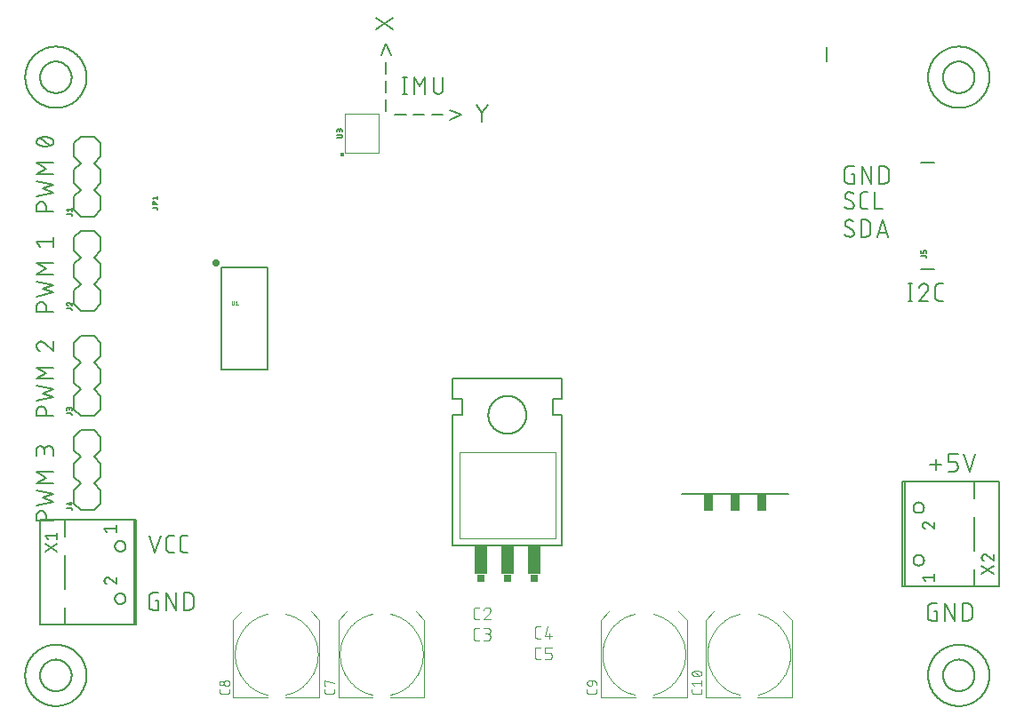
<source format=gbr>
G04 EAGLE Gerber RS-274X export*
G75*
%MOMM*%
%FSLAX34Y34*%
%LPD*%
%INSilkscreen Top*%
%IPPOS*%
%AMOC8*
5,1,8,0,0,1.08239X$1,22.5*%
G01*
%ADD10C,0.152400*%
%ADD11C,0.203200*%
%ADD12C,0.050800*%
%ADD13R,0.762000X0.635000*%
%ADD14R,1.270000X2.794000*%
%ADD15C,0.101600*%
%ADD16C,0.076200*%
%ADD17C,0.304800*%
%ADD18C,0.025400*%
%ADD19C,0.400000*%
%ADD20C,0.127000*%
%ADD21R,0.965200X1.676400*%


D10*
X37846Y482346D02*
X21590Y482346D01*
X21590Y486862D01*
X21592Y486995D01*
X21598Y487127D01*
X21608Y487259D01*
X21621Y487391D01*
X21639Y487523D01*
X21660Y487653D01*
X21685Y487784D01*
X21714Y487913D01*
X21747Y488041D01*
X21783Y488169D01*
X21823Y488295D01*
X21867Y488420D01*
X21915Y488544D01*
X21966Y488666D01*
X22021Y488787D01*
X22079Y488906D01*
X22141Y489024D01*
X22206Y489139D01*
X22275Y489253D01*
X22346Y489364D01*
X22422Y489473D01*
X22500Y489580D01*
X22581Y489685D01*
X22666Y489787D01*
X22753Y489887D01*
X22843Y489984D01*
X22936Y490079D01*
X23032Y490170D01*
X23130Y490259D01*
X23231Y490345D01*
X23335Y490428D01*
X23441Y490508D01*
X23549Y490584D01*
X23659Y490658D01*
X23772Y490728D01*
X23886Y490795D01*
X24003Y490858D01*
X24121Y490918D01*
X24241Y490975D01*
X24363Y491028D01*
X24486Y491077D01*
X24610Y491123D01*
X24736Y491165D01*
X24863Y491203D01*
X24991Y491238D01*
X25120Y491269D01*
X25249Y491296D01*
X25380Y491319D01*
X25511Y491339D01*
X25643Y491354D01*
X25775Y491366D01*
X25907Y491374D01*
X26040Y491378D01*
X26172Y491378D01*
X26305Y491374D01*
X26437Y491366D01*
X26569Y491354D01*
X26701Y491339D01*
X26832Y491319D01*
X26963Y491296D01*
X27092Y491269D01*
X27221Y491238D01*
X27349Y491203D01*
X27476Y491165D01*
X27602Y491123D01*
X27726Y491077D01*
X27849Y491028D01*
X27971Y490975D01*
X28091Y490918D01*
X28209Y490858D01*
X28326Y490795D01*
X28440Y490728D01*
X28553Y490658D01*
X28663Y490584D01*
X28771Y490508D01*
X28877Y490428D01*
X28981Y490345D01*
X29082Y490259D01*
X29180Y490170D01*
X29276Y490079D01*
X29369Y489984D01*
X29459Y489887D01*
X29546Y489787D01*
X29631Y489685D01*
X29712Y489580D01*
X29790Y489473D01*
X29866Y489364D01*
X29937Y489253D01*
X30006Y489139D01*
X30071Y489024D01*
X30133Y488906D01*
X30191Y488787D01*
X30246Y488666D01*
X30297Y488544D01*
X30345Y488420D01*
X30389Y488295D01*
X30429Y488169D01*
X30465Y488041D01*
X30498Y487913D01*
X30527Y487784D01*
X30552Y487653D01*
X30573Y487523D01*
X30591Y487391D01*
X30604Y487259D01*
X30614Y487127D01*
X30620Y486995D01*
X30622Y486862D01*
X30621Y486862D02*
X30621Y482346D01*
X21590Y496620D02*
X37846Y500233D01*
X27009Y503845D01*
X37846Y507457D01*
X21590Y511070D01*
X21590Y517705D02*
X37846Y517705D01*
X30621Y523123D02*
X21590Y517705D01*
X30621Y523123D02*
X21590Y528542D01*
X37846Y528542D01*
X29718Y544139D02*
X29398Y544143D01*
X29079Y544154D01*
X28759Y544173D01*
X28441Y544200D01*
X28123Y544234D01*
X27806Y544276D01*
X27490Y544326D01*
X27175Y544383D01*
X26862Y544447D01*
X26550Y544519D01*
X26240Y544598D01*
X25933Y544685D01*
X25627Y544779D01*
X25324Y544880D01*
X25023Y544989D01*
X24725Y545104D01*
X24429Y545227D01*
X24137Y545357D01*
X23848Y545494D01*
X23847Y545494D02*
X23739Y545533D01*
X23632Y545576D01*
X23527Y545622D01*
X23424Y545672D01*
X23322Y545726D01*
X23222Y545783D01*
X23124Y545844D01*
X23028Y545908D01*
X22935Y545975D01*
X22844Y546045D01*
X22755Y546119D01*
X22669Y546195D01*
X22586Y546275D01*
X22505Y546357D01*
X22427Y546442D01*
X22353Y546529D01*
X22281Y546620D01*
X22212Y546712D01*
X22147Y546807D01*
X22085Y546904D01*
X22026Y547003D01*
X21971Y547104D01*
X21920Y547207D01*
X21872Y547312D01*
X21827Y547418D01*
X21786Y547525D01*
X21749Y547634D01*
X21716Y547745D01*
X21687Y547856D01*
X21661Y547968D01*
X21639Y548081D01*
X21622Y548195D01*
X21608Y548309D01*
X21598Y548424D01*
X21592Y548539D01*
X21590Y548654D01*
X21592Y548769D01*
X21598Y548884D01*
X21608Y548999D01*
X21622Y549113D01*
X21639Y549227D01*
X21661Y549340D01*
X21687Y549452D01*
X21716Y549564D01*
X21749Y549674D01*
X21786Y549783D01*
X21827Y549891D01*
X21872Y549997D01*
X21920Y550102D01*
X21971Y550204D01*
X22027Y550306D01*
X22085Y550405D01*
X22147Y550502D01*
X22213Y550597D01*
X22281Y550689D01*
X22353Y550779D01*
X22427Y550867D01*
X22505Y550952D01*
X22586Y551034D01*
X22669Y551113D01*
X22755Y551190D01*
X22844Y551263D01*
X22935Y551334D01*
X23029Y551401D01*
X23124Y551465D01*
X23222Y551526D01*
X23322Y551583D01*
X23424Y551636D01*
X23528Y551687D01*
X23633Y551733D01*
X23740Y551776D01*
X23848Y551815D01*
X24137Y551952D01*
X24429Y552082D01*
X24725Y552205D01*
X25023Y552320D01*
X25324Y552429D01*
X25627Y552530D01*
X25933Y552624D01*
X26240Y552711D01*
X26550Y552790D01*
X26862Y552862D01*
X27175Y552926D01*
X27490Y552983D01*
X27806Y553033D01*
X28123Y553075D01*
X28441Y553109D01*
X28759Y553136D01*
X29079Y553155D01*
X29398Y553166D01*
X29718Y553170D01*
X29718Y544139D02*
X30038Y544143D01*
X30357Y544154D01*
X30677Y544173D01*
X30995Y544200D01*
X31313Y544234D01*
X31630Y544276D01*
X31946Y544326D01*
X32261Y544383D01*
X32574Y544447D01*
X32886Y544519D01*
X33196Y544598D01*
X33503Y544685D01*
X33809Y544779D01*
X34112Y544880D01*
X34413Y544989D01*
X34711Y545104D01*
X35007Y545227D01*
X35299Y545357D01*
X35588Y545494D01*
X35589Y545493D02*
X35697Y545532D01*
X35804Y545575D01*
X35909Y545621D01*
X36013Y545672D01*
X36115Y545725D01*
X36215Y545782D01*
X36313Y545843D01*
X36408Y545907D01*
X36502Y545974D01*
X36593Y546045D01*
X36682Y546118D01*
X36768Y546195D01*
X36851Y546274D01*
X36932Y546356D01*
X37010Y546441D01*
X37084Y546529D01*
X37156Y546619D01*
X37225Y546712D01*
X37290Y546806D01*
X37352Y546903D01*
X37410Y547003D01*
X37466Y547104D01*
X37517Y547206D01*
X37565Y547311D01*
X37610Y547417D01*
X37651Y547525D01*
X37688Y547634D01*
X37721Y547744D01*
X37750Y547856D01*
X37776Y547968D01*
X37798Y548081D01*
X37815Y548195D01*
X37829Y548309D01*
X37839Y548424D01*
X37845Y548539D01*
X37847Y548654D01*
X35588Y551815D02*
X35299Y551952D01*
X35007Y552082D01*
X34711Y552205D01*
X34413Y552320D01*
X34112Y552429D01*
X33809Y552530D01*
X33503Y552624D01*
X33196Y552711D01*
X32886Y552790D01*
X32574Y552862D01*
X32261Y552926D01*
X31946Y552983D01*
X31630Y553033D01*
X31313Y553075D01*
X30995Y553109D01*
X30677Y553136D01*
X30357Y553155D01*
X30038Y553166D01*
X29718Y553170D01*
X35588Y551815D02*
X35696Y551776D01*
X35803Y551733D01*
X35908Y551687D01*
X36012Y551636D01*
X36114Y551583D01*
X36214Y551526D01*
X36312Y551465D01*
X36407Y551401D01*
X36501Y551334D01*
X36592Y551263D01*
X36681Y551190D01*
X36767Y551113D01*
X36850Y551034D01*
X36931Y550952D01*
X37009Y550867D01*
X37083Y550779D01*
X37155Y550689D01*
X37224Y550596D01*
X37289Y550502D01*
X37351Y550405D01*
X37409Y550305D01*
X37465Y550204D01*
X37516Y550101D01*
X37564Y549997D01*
X37609Y549891D01*
X37650Y549783D01*
X37687Y549674D01*
X37720Y549564D01*
X37749Y549452D01*
X37775Y549340D01*
X37797Y549227D01*
X37814Y549113D01*
X37828Y548999D01*
X37838Y548884D01*
X37844Y548769D01*
X37846Y548654D01*
X34234Y545042D02*
X25202Y552267D01*
X21590Y386842D02*
X37846Y386842D01*
X21590Y386842D02*
X21590Y391358D01*
X21592Y391491D01*
X21598Y391623D01*
X21608Y391755D01*
X21621Y391887D01*
X21639Y392019D01*
X21660Y392149D01*
X21685Y392280D01*
X21714Y392409D01*
X21747Y392537D01*
X21783Y392665D01*
X21823Y392791D01*
X21867Y392916D01*
X21915Y393040D01*
X21966Y393162D01*
X22021Y393283D01*
X22079Y393402D01*
X22141Y393520D01*
X22206Y393635D01*
X22275Y393749D01*
X22346Y393860D01*
X22422Y393969D01*
X22500Y394076D01*
X22581Y394181D01*
X22666Y394283D01*
X22753Y394383D01*
X22843Y394480D01*
X22936Y394575D01*
X23032Y394666D01*
X23130Y394755D01*
X23231Y394841D01*
X23335Y394924D01*
X23441Y395004D01*
X23549Y395080D01*
X23659Y395154D01*
X23772Y395224D01*
X23886Y395291D01*
X24003Y395354D01*
X24121Y395414D01*
X24241Y395471D01*
X24363Y395524D01*
X24486Y395573D01*
X24610Y395619D01*
X24736Y395661D01*
X24863Y395699D01*
X24991Y395734D01*
X25120Y395765D01*
X25249Y395792D01*
X25380Y395815D01*
X25511Y395835D01*
X25643Y395850D01*
X25775Y395862D01*
X25907Y395870D01*
X26040Y395874D01*
X26172Y395874D01*
X26305Y395870D01*
X26437Y395862D01*
X26569Y395850D01*
X26701Y395835D01*
X26832Y395815D01*
X26963Y395792D01*
X27092Y395765D01*
X27221Y395734D01*
X27349Y395699D01*
X27476Y395661D01*
X27602Y395619D01*
X27726Y395573D01*
X27849Y395524D01*
X27971Y395471D01*
X28091Y395414D01*
X28209Y395354D01*
X28326Y395291D01*
X28440Y395224D01*
X28553Y395154D01*
X28663Y395080D01*
X28771Y395004D01*
X28877Y394924D01*
X28981Y394841D01*
X29082Y394755D01*
X29180Y394666D01*
X29276Y394575D01*
X29369Y394480D01*
X29459Y394383D01*
X29546Y394283D01*
X29631Y394181D01*
X29712Y394076D01*
X29790Y393969D01*
X29866Y393860D01*
X29937Y393749D01*
X30006Y393635D01*
X30071Y393520D01*
X30133Y393402D01*
X30191Y393283D01*
X30246Y393162D01*
X30297Y393040D01*
X30345Y392916D01*
X30389Y392791D01*
X30429Y392665D01*
X30465Y392537D01*
X30498Y392409D01*
X30527Y392280D01*
X30552Y392149D01*
X30573Y392019D01*
X30591Y391887D01*
X30604Y391755D01*
X30614Y391623D01*
X30620Y391491D01*
X30622Y391358D01*
X30621Y391358D02*
X30621Y386842D01*
X21590Y401116D02*
X37846Y404729D01*
X27009Y408341D01*
X37846Y411953D01*
X21590Y415566D01*
X21590Y422201D02*
X37846Y422201D01*
X30621Y427619D02*
X21590Y422201D01*
X30621Y427619D02*
X21590Y433038D01*
X37846Y433038D01*
X25202Y448635D02*
X21590Y453150D01*
X37846Y453150D01*
X37846Y448635D02*
X37846Y457666D01*
X37846Y287274D02*
X21590Y287274D01*
X21590Y291790D01*
X21592Y291923D01*
X21598Y292055D01*
X21608Y292187D01*
X21621Y292319D01*
X21639Y292451D01*
X21660Y292581D01*
X21685Y292712D01*
X21714Y292841D01*
X21747Y292969D01*
X21783Y293097D01*
X21823Y293223D01*
X21867Y293348D01*
X21915Y293472D01*
X21966Y293594D01*
X22021Y293715D01*
X22079Y293834D01*
X22141Y293952D01*
X22206Y294067D01*
X22275Y294181D01*
X22346Y294292D01*
X22422Y294401D01*
X22500Y294508D01*
X22581Y294613D01*
X22666Y294715D01*
X22753Y294815D01*
X22843Y294912D01*
X22936Y295007D01*
X23032Y295098D01*
X23130Y295187D01*
X23231Y295273D01*
X23335Y295356D01*
X23441Y295436D01*
X23549Y295512D01*
X23659Y295586D01*
X23772Y295656D01*
X23886Y295723D01*
X24003Y295786D01*
X24121Y295846D01*
X24241Y295903D01*
X24363Y295956D01*
X24486Y296005D01*
X24610Y296051D01*
X24736Y296093D01*
X24863Y296131D01*
X24991Y296166D01*
X25120Y296197D01*
X25249Y296224D01*
X25380Y296247D01*
X25511Y296267D01*
X25643Y296282D01*
X25775Y296294D01*
X25907Y296302D01*
X26040Y296306D01*
X26172Y296306D01*
X26305Y296302D01*
X26437Y296294D01*
X26569Y296282D01*
X26701Y296267D01*
X26832Y296247D01*
X26963Y296224D01*
X27092Y296197D01*
X27221Y296166D01*
X27349Y296131D01*
X27476Y296093D01*
X27602Y296051D01*
X27726Y296005D01*
X27849Y295956D01*
X27971Y295903D01*
X28091Y295846D01*
X28209Y295786D01*
X28326Y295723D01*
X28440Y295656D01*
X28553Y295586D01*
X28663Y295512D01*
X28771Y295436D01*
X28877Y295356D01*
X28981Y295273D01*
X29082Y295187D01*
X29180Y295098D01*
X29276Y295007D01*
X29369Y294912D01*
X29459Y294815D01*
X29546Y294715D01*
X29631Y294613D01*
X29712Y294508D01*
X29790Y294401D01*
X29866Y294292D01*
X29937Y294181D01*
X30006Y294067D01*
X30071Y293952D01*
X30133Y293834D01*
X30191Y293715D01*
X30246Y293594D01*
X30297Y293472D01*
X30345Y293348D01*
X30389Y293223D01*
X30429Y293097D01*
X30465Y292969D01*
X30498Y292841D01*
X30527Y292712D01*
X30552Y292581D01*
X30573Y292451D01*
X30591Y292319D01*
X30604Y292187D01*
X30614Y292055D01*
X30620Y291923D01*
X30622Y291790D01*
X30621Y291790D02*
X30621Y287274D01*
X21590Y301548D02*
X37846Y305161D01*
X27009Y308773D01*
X37846Y312385D01*
X21590Y315998D01*
X21590Y322633D02*
X37846Y322633D01*
X30621Y328051D02*
X21590Y322633D01*
X30621Y328051D02*
X21590Y333470D01*
X37846Y333470D01*
X21590Y354034D02*
X21592Y354159D01*
X21598Y354284D01*
X21607Y354409D01*
X21621Y354533D01*
X21638Y354657D01*
X21659Y354781D01*
X21684Y354903D01*
X21713Y355025D01*
X21745Y355146D01*
X21781Y355266D01*
X21821Y355385D01*
X21864Y355502D01*
X21911Y355618D01*
X21962Y355733D01*
X22016Y355845D01*
X22074Y355957D01*
X22134Y356066D01*
X22199Y356173D01*
X22266Y356279D01*
X22337Y356382D01*
X22411Y356483D01*
X22488Y356582D01*
X22568Y356678D01*
X22651Y356772D01*
X22736Y356863D01*
X22825Y356952D01*
X22916Y357037D01*
X23010Y357120D01*
X23106Y357200D01*
X23205Y357277D01*
X23306Y357351D01*
X23409Y357422D01*
X23515Y357489D01*
X23622Y357554D01*
X23731Y357614D01*
X23843Y357672D01*
X23955Y357726D01*
X24070Y357777D01*
X24186Y357824D01*
X24303Y357867D01*
X24422Y357907D01*
X24542Y357943D01*
X24663Y357975D01*
X24785Y358004D01*
X24907Y358029D01*
X25031Y358050D01*
X25155Y358067D01*
X25279Y358081D01*
X25404Y358090D01*
X25529Y358096D01*
X25654Y358098D01*
X21590Y354034D02*
X21592Y353891D01*
X21598Y353749D01*
X21608Y353606D01*
X21621Y353464D01*
X21639Y353323D01*
X21660Y353181D01*
X21685Y353041D01*
X21714Y352901D01*
X21747Y352762D01*
X21784Y352624D01*
X21824Y352487D01*
X21868Y352352D01*
X21916Y352217D01*
X21968Y352084D01*
X22023Y351952D01*
X22082Y351822D01*
X22144Y351694D01*
X22210Y351567D01*
X22279Y351442D01*
X22351Y351319D01*
X22427Y351198D01*
X22506Y351080D01*
X22589Y350963D01*
X22674Y350849D01*
X22763Y350737D01*
X22854Y350628D01*
X22949Y350521D01*
X23046Y350416D01*
X23147Y350315D01*
X23250Y350216D01*
X23355Y350120D01*
X23464Y350027D01*
X23575Y349937D01*
X23688Y349850D01*
X23803Y349766D01*
X23921Y349686D01*
X24041Y349608D01*
X24163Y349534D01*
X24287Y349464D01*
X24413Y349396D01*
X24541Y349333D01*
X24670Y349272D01*
X24801Y349215D01*
X24933Y349162D01*
X25067Y349113D01*
X25202Y349067D01*
X28815Y356743D02*
X28723Y356837D01*
X28629Y356927D01*
X28532Y357015D01*
X28432Y357100D01*
X28330Y357182D01*
X28225Y357260D01*
X28118Y357336D01*
X28009Y357408D01*
X27898Y357477D01*
X27784Y357543D01*
X27669Y357605D01*
X27552Y357664D01*
X27433Y357719D01*
X27313Y357770D01*
X27191Y357818D01*
X27068Y357863D01*
X26944Y357903D01*
X26818Y357940D01*
X26691Y357973D01*
X26564Y358002D01*
X26435Y358028D01*
X26306Y358049D01*
X26176Y358067D01*
X26046Y358080D01*
X25916Y358090D01*
X25785Y358096D01*
X25654Y358098D01*
X28815Y356743D02*
X37846Y349067D01*
X37846Y358098D01*
X37846Y187706D02*
X21590Y187706D01*
X21590Y192222D01*
X21592Y192355D01*
X21598Y192487D01*
X21608Y192619D01*
X21621Y192751D01*
X21639Y192883D01*
X21660Y193013D01*
X21685Y193144D01*
X21714Y193273D01*
X21747Y193401D01*
X21783Y193529D01*
X21823Y193655D01*
X21867Y193780D01*
X21915Y193904D01*
X21966Y194026D01*
X22021Y194147D01*
X22079Y194266D01*
X22141Y194384D01*
X22206Y194499D01*
X22275Y194613D01*
X22346Y194724D01*
X22422Y194833D01*
X22500Y194940D01*
X22581Y195045D01*
X22666Y195147D01*
X22753Y195247D01*
X22843Y195344D01*
X22936Y195439D01*
X23032Y195530D01*
X23130Y195619D01*
X23231Y195705D01*
X23335Y195788D01*
X23441Y195868D01*
X23549Y195944D01*
X23659Y196018D01*
X23772Y196088D01*
X23886Y196155D01*
X24003Y196218D01*
X24121Y196278D01*
X24241Y196335D01*
X24363Y196388D01*
X24486Y196437D01*
X24610Y196483D01*
X24736Y196525D01*
X24863Y196563D01*
X24991Y196598D01*
X25120Y196629D01*
X25249Y196656D01*
X25380Y196679D01*
X25511Y196699D01*
X25643Y196714D01*
X25775Y196726D01*
X25907Y196734D01*
X26040Y196738D01*
X26172Y196738D01*
X26305Y196734D01*
X26437Y196726D01*
X26569Y196714D01*
X26701Y196699D01*
X26832Y196679D01*
X26963Y196656D01*
X27092Y196629D01*
X27221Y196598D01*
X27349Y196563D01*
X27476Y196525D01*
X27602Y196483D01*
X27726Y196437D01*
X27849Y196388D01*
X27971Y196335D01*
X28091Y196278D01*
X28209Y196218D01*
X28326Y196155D01*
X28440Y196088D01*
X28553Y196018D01*
X28663Y195944D01*
X28771Y195868D01*
X28877Y195788D01*
X28981Y195705D01*
X29082Y195619D01*
X29180Y195530D01*
X29276Y195439D01*
X29369Y195344D01*
X29459Y195247D01*
X29546Y195147D01*
X29631Y195045D01*
X29712Y194940D01*
X29790Y194833D01*
X29866Y194724D01*
X29937Y194613D01*
X30006Y194499D01*
X30071Y194384D01*
X30133Y194266D01*
X30191Y194147D01*
X30246Y194026D01*
X30297Y193904D01*
X30345Y193780D01*
X30389Y193655D01*
X30429Y193529D01*
X30465Y193401D01*
X30498Y193273D01*
X30527Y193144D01*
X30552Y193013D01*
X30573Y192883D01*
X30591Y192751D01*
X30604Y192619D01*
X30614Y192487D01*
X30620Y192355D01*
X30622Y192222D01*
X30621Y192222D02*
X30621Y187706D01*
X21590Y201980D02*
X37846Y205593D01*
X27009Y209205D01*
X37846Y212817D01*
X21590Y216430D01*
X21590Y223065D02*
X37846Y223065D01*
X30621Y228483D02*
X21590Y223065D01*
X30621Y228483D02*
X21590Y233902D01*
X37846Y233902D01*
X37846Y249499D02*
X37846Y254014D01*
X37844Y254147D01*
X37838Y254279D01*
X37828Y254411D01*
X37815Y254543D01*
X37797Y254675D01*
X37776Y254805D01*
X37751Y254936D01*
X37722Y255065D01*
X37689Y255193D01*
X37653Y255321D01*
X37613Y255447D01*
X37569Y255572D01*
X37521Y255696D01*
X37470Y255818D01*
X37415Y255939D01*
X37357Y256058D01*
X37295Y256176D01*
X37230Y256291D01*
X37161Y256405D01*
X37090Y256516D01*
X37014Y256625D01*
X36936Y256732D01*
X36855Y256837D01*
X36770Y256939D01*
X36683Y257039D01*
X36593Y257136D01*
X36500Y257231D01*
X36404Y257322D01*
X36306Y257411D01*
X36205Y257497D01*
X36101Y257580D01*
X35995Y257660D01*
X35887Y257736D01*
X35777Y257810D01*
X35664Y257880D01*
X35550Y257947D01*
X35433Y258010D01*
X35315Y258070D01*
X35195Y258127D01*
X35073Y258180D01*
X34950Y258229D01*
X34826Y258275D01*
X34700Y258317D01*
X34573Y258355D01*
X34445Y258390D01*
X34316Y258421D01*
X34187Y258448D01*
X34056Y258471D01*
X33925Y258491D01*
X33793Y258506D01*
X33661Y258518D01*
X33529Y258526D01*
X33396Y258530D01*
X33264Y258530D01*
X33131Y258526D01*
X32999Y258518D01*
X32867Y258506D01*
X32735Y258491D01*
X32604Y258471D01*
X32473Y258448D01*
X32344Y258421D01*
X32215Y258390D01*
X32087Y258355D01*
X31960Y258317D01*
X31834Y258275D01*
X31710Y258229D01*
X31587Y258180D01*
X31465Y258127D01*
X31345Y258070D01*
X31227Y258010D01*
X31110Y257947D01*
X30996Y257880D01*
X30883Y257810D01*
X30773Y257736D01*
X30665Y257660D01*
X30559Y257580D01*
X30455Y257497D01*
X30354Y257411D01*
X30256Y257322D01*
X30160Y257231D01*
X30067Y257136D01*
X29977Y257039D01*
X29890Y256939D01*
X29805Y256837D01*
X29724Y256732D01*
X29646Y256625D01*
X29570Y256516D01*
X29499Y256405D01*
X29430Y256291D01*
X29365Y256176D01*
X29303Y256058D01*
X29245Y255939D01*
X29190Y255818D01*
X29139Y255696D01*
X29091Y255572D01*
X29047Y255447D01*
X29007Y255321D01*
X28971Y255193D01*
X28938Y255065D01*
X28909Y254936D01*
X28884Y254805D01*
X28863Y254675D01*
X28845Y254543D01*
X28832Y254411D01*
X28822Y254279D01*
X28816Y254147D01*
X28814Y254014D01*
X21590Y254918D02*
X21590Y249499D01*
X21590Y254918D02*
X21592Y255037D01*
X21598Y255157D01*
X21608Y255276D01*
X21622Y255394D01*
X21639Y255513D01*
X21661Y255630D01*
X21686Y255747D01*
X21716Y255862D01*
X21749Y255977D01*
X21786Y256091D01*
X21826Y256203D01*
X21871Y256314D01*
X21919Y256423D01*
X21970Y256531D01*
X22025Y256637D01*
X22084Y256741D01*
X22146Y256843D01*
X22211Y256943D01*
X22280Y257041D01*
X22352Y257137D01*
X22427Y257230D01*
X22504Y257320D01*
X22585Y257408D01*
X22669Y257493D01*
X22756Y257575D01*
X22845Y257655D01*
X22937Y257731D01*
X23031Y257805D01*
X23128Y257875D01*
X23226Y257942D01*
X23327Y258006D01*
X23431Y258066D01*
X23536Y258123D01*
X23643Y258176D01*
X23751Y258226D01*
X23861Y258272D01*
X23973Y258314D01*
X24086Y258353D01*
X24200Y258388D01*
X24315Y258419D01*
X24432Y258447D01*
X24549Y258470D01*
X24666Y258490D01*
X24785Y258506D01*
X24904Y258518D01*
X25023Y258526D01*
X25142Y258530D01*
X25262Y258530D01*
X25381Y258526D01*
X25500Y258518D01*
X25619Y258506D01*
X25738Y258490D01*
X25855Y258470D01*
X25972Y258447D01*
X26089Y258419D01*
X26204Y258388D01*
X26318Y258353D01*
X26431Y258314D01*
X26543Y258272D01*
X26653Y258226D01*
X26761Y258176D01*
X26868Y258123D01*
X26973Y258066D01*
X27077Y258006D01*
X27178Y257942D01*
X27276Y257875D01*
X27373Y257805D01*
X27467Y257731D01*
X27559Y257655D01*
X27648Y257575D01*
X27735Y257493D01*
X27819Y257408D01*
X27900Y257320D01*
X27977Y257230D01*
X28052Y257137D01*
X28124Y257041D01*
X28193Y256943D01*
X28258Y256843D01*
X28320Y256741D01*
X28379Y256637D01*
X28434Y256531D01*
X28485Y256423D01*
X28533Y256314D01*
X28578Y256203D01*
X28618Y256091D01*
X28655Y255977D01*
X28688Y255862D01*
X28718Y255747D01*
X28743Y255630D01*
X28765Y255513D01*
X28782Y255394D01*
X28796Y255276D01*
X28806Y255157D01*
X28812Y255037D01*
X28814Y254918D01*
X28815Y254918D02*
X28815Y251305D01*
X372392Y594106D02*
X372392Y610362D01*
X370586Y594106D02*
X374198Y594106D01*
X374198Y610362D02*
X370586Y610362D01*
X381042Y610362D02*
X381042Y594106D01*
X386460Y601331D02*
X381042Y610362D01*
X386460Y601331D02*
X391879Y610362D01*
X391879Y594106D01*
X399660Y598622D02*
X399660Y610362D01*
X399660Y598622D02*
X399662Y598489D01*
X399668Y598357D01*
X399678Y598225D01*
X399691Y598093D01*
X399709Y597961D01*
X399730Y597831D01*
X399755Y597700D01*
X399784Y597571D01*
X399817Y597443D01*
X399853Y597315D01*
X399893Y597189D01*
X399937Y597064D01*
X399985Y596940D01*
X400036Y596818D01*
X400091Y596697D01*
X400149Y596578D01*
X400211Y596460D01*
X400276Y596345D01*
X400345Y596231D01*
X400416Y596120D01*
X400492Y596011D01*
X400570Y595904D01*
X400651Y595799D01*
X400736Y595697D01*
X400823Y595597D01*
X400913Y595500D01*
X401006Y595405D01*
X401102Y595314D01*
X401200Y595225D01*
X401301Y595139D01*
X401405Y595056D01*
X401511Y594976D01*
X401619Y594900D01*
X401729Y594826D01*
X401842Y594756D01*
X401956Y594689D01*
X402073Y594626D01*
X402191Y594566D01*
X402311Y594509D01*
X402433Y594456D01*
X402556Y594407D01*
X402680Y594361D01*
X402806Y594319D01*
X402933Y594281D01*
X403061Y594246D01*
X403190Y594215D01*
X403319Y594188D01*
X403450Y594165D01*
X403581Y594145D01*
X403713Y594130D01*
X403845Y594118D01*
X403977Y594110D01*
X404110Y594106D01*
X404242Y594106D01*
X404375Y594110D01*
X404507Y594118D01*
X404639Y594130D01*
X404771Y594145D01*
X404902Y594165D01*
X405033Y594188D01*
X405162Y594215D01*
X405291Y594246D01*
X405419Y594281D01*
X405546Y594319D01*
X405672Y594361D01*
X405796Y594407D01*
X405919Y594456D01*
X406041Y594509D01*
X406161Y594566D01*
X406279Y594626D01*
X406396Y594689D01*
X406510Y594756D01*
X406623Y594826D01*
X406733Y594900D01*
X406841Y594976D01*
X406947Y595056D01*
X407051Y595139D01*
X407152Y595225D01*
X407250Y595314D01*
X407346Y595405D01*
X407439Y595500D01*
X407529Y595597D01*
X407616Y595697D01*
X407701Y595799D01*
X407782Y595904D01*
X407860Y596011D01*
X407936Y596120D01*
X408007Y596231D01*
X408076Y596345D01*
X408141Y596460D01*
X408203Y596578D01*
X408261Y596697D01*
X408316Y596818D01*
X408367Y596940D01*
X408415Y597064D01*
X408459Y597189D01*
X408499Y597315D01*
X408535Y597443D01*
X408568Y597571D01*
X408597Y597700D01*
X408622Y597831D01*
X408643Y597961D01*
X408661Y598093D01*
X408674Y598225D01*
X408684Y598357D01*
X408690Y598489D01*
X408692Y598622D01*
X408691Y598622D02*
X408691Y610362D01*
X853976Y413258D02*
X853976Y397002D01*
X852170Y397002D02*
X855782Y397002D01*
X855782Y413258D02*
X852170Y413258D01*
X866933Y413258D02*
X867058Y413256D01*
X867183Y413250D01*
X867308Y413241D01*
X867432Y413227D01*
X867556Y413210D01*
X867680Y413189D01*
X867802Y413164D01*
X867924Y413135D01*
X868045Y413103D01*
X868165Y413067D01*
X868284Y413027D01*
X868401Y412984D01*
X868517Y412937D01*
X868632Y412886D01*
X868744Y412832D01*
X868856Y412774D01*
X868965Y412714D01*
X869072Y412649D01*
X869178Y412582D01*
X869281Y412511D01*
X869382Y412437D01*
X869481Y412360D01*
X869577Y412280D01*
X869671Y412197D01*
X869762Y412112D01*
X869851Y412023D01*
X869936Y411932D01*
X870019Y411838D01*
X870099Y411742D01*
X870176Y411643D01*
X870250Y411542D01*
X870321Y411439D01*
X870388Y411333D01*
X870453Y411226D01*
X870513Y411117D01*
X870571Y411005D01*
X870625Y410893D01*
X870676Y410778D01*
X870723Y410662D01*
X870766Y410545D01*
X870806Y410426D01*
X870842Y410306D01*
X870874Y410185D01*
X870903Y410063D01*
X870928Y409941D01*
X870949Y409817D01*
X870966Y409693D01*
X870980Y409569D01*
X870989Y409444D01*
X870995Y409319D01*
X870997Y409194D01*
X866933Y413258D02*
X866790Y413256D01*
X866648Y413250D01*
X866505Y413240D01*
X866363Y413227D01*
X866222Y413209D01*
X866080Y413188D01*
X865940Y413163D01*
X865800Y413134D01*
X865661Y413101D01*
X865523Y413064D01*
X865386Y413024D01*
X865251Y412980D01*
X865116Y412932D01*
X864983Y412880D01*
X864851Y412825D01*
X864721Y412766D01*
X864593Y412704D01*
X864466Y412638D01*
X864341Y412569D01*
X864218Y412497D01*
X864098Y412421D01*
X863979Y412342D01*
X863862Y412259D01*
X863748Y412174D01*
X863636Y412085D01*
X863527Y411994D01*
X863420Y411899D01*
X863315Y411802D01*
X863214Y411701D01*
X863115Y411598D01*
X863019Y411493D01*
X862926Y411384D01*
X862836Y411273D01*
X862749Y411160D01*
X862665Y411045D01*
X862585Y410927D01*
X862507Y410807D01*
X862433Y410685D01*
X862363Y410561D01*
X862295Y410435D01*
X862232Y410307D01*
X862171Y410178D01*
X862114Y410047D01*
X862061Y409915D01*
X862012Y409781D01*
X861966Y409646D01*
X869642Y406033D02*
X869736Y406125D01*
X869826Y406219D01*
X869914Y406316D01*
X869999Y406416D01*
X870081Y406518D01*
X870160Y406623D01*
X870235Y406730D01*
X870307Y406839D01*
X870376Y406950D01*
X870442Y407064D01*
X870504Y407179D01*
X870563Y407296D01*
X870618Y407415D01*
X870669Y407535D01*
X870717Y407657D01*
X870762Y407780D01*
X870802Y407904D01*
X870839Y408030D01*
X870872Y408157D01*
X870901Y408284D01*
X870927Y408413D01*
X870948Y408542D01*
X870966Y408672D01*
X870979Y408802D01*
X870989Y408932D01*
X870995Y409063D01*
X870997Y409194D01*
X869642Y406033D02*
X861966Y397002D01*
X870997Y397002D01*
X881170Y397002D02*
X884782Y397002D01*
X881170Y397002D02*
X881052Y397004D01*
X880934Y397010D01*
X880816Y397019D01*
X880699Y397033D01*
X880582Y397050D01*
X880465Y397071D01*
X880350Y397096D01*
X880235Y397125D01*
X880121Y397158D01*
X880009Y397194D01*
X879898Y397234D01*
X879788Y397277D01*
X879679Y397324D01*
X879572Y397374D01*
X879467Y397429D01*
X879364Y397486D01*
X879263Y397547D01*
X879163Y397611D01*
X879066Y397678D01*
X878971Y397748D01*
X878879Y397822D01*
X878788Y397898D01*
X878701Y397978D01*
X878616Y398060D01*
X878534Y398145D01*
X878454Y398232D01*
X878378Y398323D01*
X878304Y398415D01*
X878234Y398510D01*
X878167Y398607D01*
X878103Y398707D01*
X878042Y398808D01*
X877985Y398911D01*
X877930Y399016D01*
X877880Y399123D01*
X877833Y399232D01*
X877790Y399342D01*
X877750Y399453D01*
X877714Y399565D01*
X877681Y399679D01*
X877652Y399794D01*
X877627Y399909D01*
X877606Y400026D01*
X877589Y400143D01*
X877575Y400260D01*
X877566Y400378D01*
X877560Y400496D01*
X877558Y400614D01*
X877557Y400614D02*
X877557Y409646D01*
X877558Y409646D02*
X877560Y409764D01*
X877566Y409882D01*
X877575Y410000D01*
X877589Y410117D01*
X877606Y410234D01*
X877627Y410351D01*
X877652Y410466D01*
X877681Y410581D01*
X877714Y410695D01*
X877750Y410807D01*
X877790Y410918D01*
X877833Y411028D01*
X877880Y411137D01*
X877930Y411244D01*
X877984Y411349D01*
X878042Y411452D01*
X878103Y411553D01*
X878167Y411653D01*
X878234Y411750D01*
X878304Y411845D01*
X878378Y411937D01*
X878454Y412028D01*
X878534Y412115D01*
X878616Y412200D01*
X878701Y412282D01*
X878788Y412362D01*
X878879Y412438D01*
X878971Y412512D01*
X879066Y412582D01*
X879163Y412649D01*
X879263Y412713D01*
X879364Y412774D01*
X879467Y412831D01*
X879572Y412885D01*
X879679Y412936D01*
X879788Y412983D01*
X879898Y413026D01*
X880009Y413066D01*
X880121Y413102D01*
X880235Y413135D01*
X880350Y413164D01*
X880465Y413189D01*
X880582Y413210D01*
X880699Y413227D01*
X880816Y413241D01*
X880934Y413250D01*
X881052Y413256D01*
X881170Y413258D01*
X884782Y413258D01*
X800241Y517793D02*
X797532Y517793D01*
X800241Y517793D02*
X800241Y508762D01*
X794822Y508762D01*
X794704Y508764D01*
X794586Y508770D01*
X794468Y508779D01*
X794351Y508793D01*
X794234Y508810D01*
X794117Y508831D01*
X794002Y508856D01*
X793887Y508885D01*
X793773Y508918D01*
X793661Y508954D01*
X793550Y508994D01*
X793440Y509037D01*
X793331Y509084D01*
X793224Y509134D01*
X793119Y509189D01*
X793016Y509246D01*
X792915Y509307D01*
X792815Y509371D01*
X792718Y509438D01*
X792623Y509508D01*
X792531Y509582D01*
X792440Y509658D01*
X792353Y509738D01*
X792268Y509820D01*
X792186Y509905D01*
X792106Y509992D01*
X792030Y510083D01*
X791956Y510175D01*
X791886Y510270D01*
X791819Y510367D01*
X791755Y510467D01*
X791694Y510568D01*
X791637Y510671D01*
X791582Y510776D01*
X791532Y510883D01*
X791485Y510992D01*
X791442Y511102D01*
X791402Y511213D01*
X791366Y511325D01*
X791333Y511439D01*
X791304Y511554D01*
X791279Y511669D01*
X791258Y511786D01*
X791241Y511903D01*
X791227Y512020D01*
X791218Y512138D01*
X791212Y512256D01*
X791210Y512374D01*
X791210Y521406D01*
X791212Y521524D01*
X791218Y521642D01*
X791227Y521760D01*
X791241Y521877D01*
X791258Y521994D01*
X791279Y522111D01*
X791304Y522226D01*
X791333Y522341D01*
X791366Y522455D01*
X791402Y522567D01*
X791442Y522678D01*
X791485Y522788D01*
X791532Y522897D01*
X791582Y523004D01*
X791636Y523109D01*
X791694Y523212D01*
X791755Y523313D01*
X791819Y523413D01*
X791886Y523510D01*
X791956Y523605D01*
X792030Y523697D01*
X792106Y523788D01*
X792186Y523875D01*
X792268Y523960D01*
X792353Y524042D01*
X792440Y524122D01*
X792531Y524198D01*
X792623Y524272D01*
X792718Y524342D01*
X792815Y524409D01*
X792915Y524473D01*
X793016Y524534D01*
X793119Y524591D01*
X793224Y524645D01*
X793331Y524696D01*
X793440Y524743D01*
X793550Y524786D01*
X793661Y524826D01*
X793773Y524862D01*
X793887Y524895D01*
X794002Y524924D01*
X794117Y524949D01*
X794234Y524970D01*
X794351Y524987D01*
X794468Y525001D01*
X794586Y525010D01*
X794704Y525016D01*
X794822Y525018D01*
X800241Y525018D01*
X807883Y525018D02*
X807883Y508762D01*
X816914Y508762D02*
X807883Y525018D01*
X816914Y525018D02*
X816914Y508762D01*
X824557Y508762D02*
X824557Y525018D01*
X829072Y525018D01*
X829203Y525016D01*
X829335Y525010D01*
X829466Y525001D01*
X829596Y524987D01*
X829727Y524970D01*
X829856Y524949D01*
X829985Y524925D01*
X830113Y524896D01*
X830241Y524864D01*
X830367Y524828D01*
X830492Y524789D01*
X830617Y524746D01*
X830739Y524699D01*
X830861Y524649D01*
X830981Y524595D01*
X831099Y524538D01*
X831215Y524477D01*
X831330Y524413D01*
X831443Y524346D01*
X831554Y524275D01*
X831662Y524201D01*
X831769Y524124D01*
X831873Y524044D01*
X831975Y523961D01*
X832074Y523876D01*
X832171Y523787D01*
X832265Y523695D01*
X832357Y523601D01*
X832446Y523504D01*
X832531Y523405D01*
X832614Y523303D01*
X832694Y523199D01*
X832771Y523092D01*
X832845Y522984D01*
X832916Y522873D01*
X832983Y522760D01*
X833047Y522645D01*
X833108Y522529D01*
X833165Y522411D01*
X833219Y522291D01*
X833269Y522169D01*
X833316Y522047D01*
X833359Y521922D01*
X833398Y521797D01*
X833434Y521671D01*
X833466Y521543D01*
X833495Y521415D01*
X833519Y521286D01*
X833540Y521157D01*
X833557Y521026D01*
X833571Y520896D01*
X833580Y520765D01*
X833586Y520633D01*
X833588Y520502D01*
X833588Y513278D01*
X833586Y513147D01*
X833580Y513015D01*
X833571Y512884D01*
X833557Y512754D01*
X833540Y512623D01*
X833519Y512494D01*
X833495Y512365D01*
X833466Y512237D01*
X833434Y512109D01*
X833398Y511983D01*
X833359Y511858D01*
X833316Y511733D01*
X833269Y511611D01*
X833219Y511489D01*
X833165Y511369D01*
X833108Y511251D01*
X833047Y511135D01*
X832983Y511020D01*
X832916Y510907D01*
X832845Y510796D01*
X832771Y510688D01*
X832694Y510581D01*
X832614Y510477D01*
X832531Y510375D01*
X832446Y510276D01*
X832357Y510179D01*
X832265Y510085D01*
X832171Y509993D01*
X832074Y509904D01*
X831975Y509819D01*
X831873Y509736D01*
X831769Y509656D01*
X831662Y509579D01*
X831554Y509505D01*
X831443Y509434D01*
X831330Y509367D01*
X831215Y509303D01*
X831099Y509242D01*
X830981Y509185D01*
X830861Y509131D01*
X830739Y509081D01*
X830617Y509034D01*
X830492Y508991D01*
X830367Y508952D01*
X830241Y508916D01*
X830113Y508884D01*
X829985Y508855D01*
X829856Y508831D01*
X829726Y508810D01*
X829596Y508793D01*
X829466Y508779D01*
X829335Y508770D01*
X829203Y508764D01*
X829072Y508762D01*
X824557Y508762D01*
X800241Y487990D02*
X800239Y487872D01*
X800233Y487754D01*
X800224Y487636D01*
X800210Y487519D01*
X800193Y487402D01*
X800172Y487285D01*
X800147Y487170D01*
X800118Y487055D01*
X800085Y486941D01*
X800049Y486829D01*
X800009Y486718D01*
X799966Y486608D01*
X799919Y486499D01*
X799869Y486392D01*
X799814Y486287D01*
X799757Y486184D01*
X799696Y486083D01*
X799632Y485983D01*
X799565Y485886D01*
X799495Y485791D01*
X799421Y485699D01*
X799345Y485608D01*
X799265Y485521D01*
X799183Y485436D01*
X799098Y485354D01*
X799011Y485274D01*
X798920Y485198D01*
X798828Y485124D01*
X798733Y485054D01*
X798636Y484987D01*
X798536Y484923D01*
X798435Y484862D01*
X798332Y484805D01*
X798227Y484750D01*
X798120Y484700D01*
X798011Y484653D01*
X797901Y484610D01*
X797790Y484570D01*
X797678Y484534D01*
X797564Y484501D01*
X797449Y484472D01*
X797334Y484447D01*
X797217Y484426D01*
X797100Y484409D01*
X796983Y484395D01*
X796865Y484386D01*
X796747Y484380D01*
X796629Y484378D01*
X796446Y484380D01*
X796264Y484387D01*
X796082Y484398D01*
X795900Y484413D01*
X795718Y484433D01*
X795537Y484456D01*
X795357Y484485D01*
X795177Y484517D01*
X794998Y484554D01*
X794821Y484595D01*
X794644Y484641D01*
X794468Y484690D01*
X794294Y484744D01*
X794120Y484802D01*
X793949Y484864D01*
X793779Y484930D01*
X793610Y485001D01*
X793443Y485075D01*
X793278Y485153D01*
X793115Y485235D01*
X792954Y485321D01*
X792795Y485411D01*
X792638Y485505D01*
X792484Y485602D01*
X792332Y485703D01*
X792182Y485808D01*
X792035Y485916D01*
X791891Y486027D01*
X791749Y486142D01*
X791610Y486261D01*
X791474Y486383D01*
X791341Y486508D01*
X791211Y486636D01*
X791662Y497022D02*
X791664Y497140D01*
X791670Y497258D01*
X791679Y497376D01*
X791693Y497493D01*
X791710Y497610D01*
X791731Y497727D01*
X791756Y497842D01*
X791785Y497957D01*
X791818Y498071D01*
X791854Y498183D01*
X791894Y498294D01*
X791937Y498404D01*
X791984Y498513D01*
X792034Y498620D01*
X792089Y498725D01*
X792146Y498828D01*
X792207Y498929D01*
X792271Y499029D01*
X792338Y499126D01*
X792408Y499221D01*
X792482Y499313D01*
X792558Y499404D01*
X792638Y499491D01*
X792720Y499576D01*
X792805Y499658D01*
X792892Y499738D01*
X792983Y499814D01*
X793075Y499888D01*
X793170Y499958D01*
X793267Y500025D01*
X793367Y500089D01*
X793468Y500150D01*
X793571Y500208D01*
X793676Y500262D01*
X793783Y500312D01*
X793892Y500359D01*
X794002Y500403D01*
X794113Y500442D01*
X794226Y500478D01*
X794339Y500511D01*
X794454Y500540D01*
X794569Y500565D01*
X794686Y500586D01*
X794803Y500603D01*
X794920Y500617D01*
X795038Y500626D01*
X795156Y500632D01*
X795274Y500634D01*
X795435Y500632D01*
X795597Y500626D01*
X795758Y500617D01*
X795919Y500603D01*
X796079Y500586D01*
X796239Y500565D01*
X796399Y500540D01*
X796558Y500511D01*
X796716Y500479D01*
X796873Y500443D01*
X797029Y500403D01*
X797185Y500359D01*
X797339Y500311D01*
X797492Y500260D01*
X797644Y500206D01*
X797795Y500147D01*
X797944Y500086D01*
X798091Y500020D01*
X798237Y499951D01*
X798382Y499879D01*
X798524Y499803D01*
X798665Y499724D01*
X798804Y499642D01*
X798940Y499556D01*
X799075Y499467D01*
X799208Y499375D01*
X799338Y499279D01*
X793467Y493861D02*
X793366Y493923D01*
X793266Y493988D01*
X793169Y494057D01*
X793074Y494129D01*
X792981Y494203D01*
X792891Y494281D01*
X792803Y494362D01*
X792718Y494445D01*
X792636Y494531D01*
X792557Y494620D01*
X792480Y494711D01*
X792407Y494805D01*
X792336Y494901D01*
X792269Y494999D01*
X792205Y495099D01*
X792144Y495202D01*
X792087Y495306D01*
X792033Y495412D01*
X791983Y495520D01*
X791936Y495629D01*
X791892Y495740D01*
X791852Y495852D01*
X791816Y495966D01*
X791784Y496080D01*
X791755Y496196D01*
X791730Y496312D01*
X791709Y496429D01*
X791692Y496547D01*
X791678Y496665D01*
X791669Y496784D01*
X791663Y496903D01*
X791661Y497022D01*
X798435Y491151D02*
X798536Y491089D01*
X798636Y491024D01*
X798733Y490955D01*
X798828Y490883D01*
X798921Y490809D01*
X799011Y490731D01*
X799099Y490650D01*
X799184Y490567D01*
X799266Y490481D01*
X799345Y490392D01*
X799422Y490301D01*
X799495Y490207D01*
X799566Y490111D01*
X799633Y490013D01*
X799697Y489913D01*
X799758Y489810D01*
X799815Y489706D01*
X799869Y489600D01*
X799919Y489492D01*
X799966Y489383D01*
X800010Y489272D01*
X800050Y489160D01*
X800086Y489046D01*
X800118Y488932D01*
X800147Y488816D01*
X800172Y488700D01*
X800193Y488583D01*
X800210Y488465D01*
X800224Y488347D01*
X800233Y488228D01*
X800239Y488109D01*
X800241Y487990D01*
X798435Y491151D02*
X793468Y493861D01*
X809893Y484378D02*
X813506Y484378D01*
X809893Y484378D02*
X809775Y484380D01*
X809657Y484386D01*
X809539Y484395D01*
X809422Y484409D01*
X809305Y484426D01*
X809188Y484447D01*
X809073Y484472D01*
X808958Y484501D01*
X808844Y484534D01*
X808732Y484570D01*
X808621Y484610D01*
X808511Y484653D01*
X808402Y484700D01*
X808295Y484750D01*
X808190Y484805D01*
X808087Y484862D01*
X807986Y484923D01*
X807886Y484987D01*
X807789Y485054D01*
X807694Y485124D01*
X807602Y485198D01*
X807511Y485274D01*
X807424Y485354D01*
X807339Y485436D01*
X807257Y485521D01*
X807177Y485608D01*
X807101Y485699D01*
X807027Y485791D01*
X806957Y485886D01*
X806890Y485983D01*
X806826Y486083D01*
X806765Y486184D01*
X806708Y486287D01*
X806653Y486392D01*
X806603Y486499D01*
X806556Y486608D01*
X806513Y486718D01*
X806473Y486829D01*
X806437Y486941D01*
X806404Y487055D01*
X806375Y487170D01*
X806350Y487285D01*
X806329Y487402D01*
X806312Y487519D01*
X806298Y487636D01*
X806289Y487754D01*
X806283Y487872D01*
X806281Y487990D01*
X806281Y497022D01*
X806283Y497140D01*
X806289Y497258D01*
X806298Y497376D01*
X806312Y497493D01*
X806329Y497610D01*
X806350Y497727D01*
X806375Y497842D01*
X806404Y497957D01*
X806437Y498071D01*
X806473Y498183D01*
X806513Y498294D01*
X806556Y498404D01*
X806603Y498513D01*
X806653Y498620D01*
X806707Y498725D01*
X806765Y498828D01*
X806826Y498929D01*
X806890Y499029D01*
X806957Y499126D01*
X807027Y499221D01*
X807101Y499313D01*
X807177Y499404D01*
X807257Y499491D01*
X807339Y499576D01*
X807424Y499658D01*
X807511Y499738D01*
X807602Y499814D01*
X807694Y499888D01*
X807789Y499958D01*
X807886Y500025D01*
X807986Y500089D01*
X808087Y500150D01*
X808190Y500207D01*
X808295Y500261D01*
X808402Y500312D01*
X808511Y500359D01*
X808621Y500402D01*
X808732Y500442D01*
X808844Y500478D01*
X808958Y500511D01*
X809073Y500540D01*
X809188Y500565D01*
X809305Y500586D01*
X809422Y500603D01*
X809539Y500617D01*
X809657Y500626D01*
X809775Y500632D01*
X809893Y500634D01*
X813506Y500634D01*
X819897Y500634D02*
X819897Y484378D01*
X827122Y484378D01*
X800241Y461574D02*
X800239Y461456D01*
X800233Y461338D01*
X800224Y461220D01*
X800210Y461103D01*
X800193Y460986D01*
X800172Y460869D01*
X800147Y460754D01*
X800118Y460639D01*
X800085Y460525D01*
X800049Y460413D01*
X800009Y460302D01*
X799966Y460192D01*
X799919Y460083D01*
X799869Y459976D01*
X799814Y459871D01*
X799757Y459768D01*
X799696Y459667D01*
X799632Y459567D01*
X799565Y459470D01*
X799495Y459375D01*
X799421Y459283D01*
X799345Y459192D01*
X799265Y459105D01*
X799183Y459020D01*
X799098Y458938D01*
X799011Y458858D01*
X798920Y458782D01*
X798828Y458708D01*
X798733Y458638D01*
X798636Y458571D01*
X798536Y458507D01*
X798435Y458446D01*
X798332Y458389D01*
X798227Y458334D01*
X798120Y458284D01*
X798011Y458237D01*
X797901Y458194D01*
X797790Y458154D01*
X797678Y458118D01*
X797564Y458085D01*
X797449Y458056D01*
X797334Y458031D01*
X797217Y458010D01*
X797100Y457993D01*
X796983Y457979D01*
X796865Y457970D01*
X796747Y457964D01*
X796629Y457962D01*
X796446Y457964D01*
X796264Y457971D01*
X796082Y457982D01*
X795900Y457997D01*
X795718Y458017D01*
X795537Y458040D01*
X795357Y458069D01*
X795177Y458101D01*
X794998Y458138D01*
X794821Y458179D01*
X794644Y458225D01*
X794468Y458274D01*
X794294Y458328D01*
X794120Y458386D01*
X793949Y458448D01*
X793779Y458514D01*
X793610Y458585D01*
X793443Y458659D01*
X793278Y458737D01*
X793115Y458819D01*
X792954Y458905D01*
X792795Y458995D01*
X792638Y459089D01*
X792484Y459186D01*
X792332Y459287D01*
X792182Y459392D01*
X792035Y459500D01*
X791891Y459611D01*
X791749Y459726D01*
X791610Y459845D01*
X791474Y459967D01*
X791341Y460092D01*
X791211Y460220D01*
X791662Y470606D02*
X791664Y470724D01*
X791670Y470842D01*
X791679Y470960D01*
X791693Y471077D01*
X791710Y471194D01*
X791731Y471311D01*
X791756Y471426D01*
X791785Y471541D01*
X791818Y471655D01*
X791854Y471767D01*
X791894Y471878D01*
X791937Y471988D01*
X791984Y472097D01*
X792034Y472204D01*
X792089Y472309D01*
X792146Y472412D01*
X792207Y472513D01*
X792271Y472613D01*
X792338Y472710D01*
X792408Y472805D01*
X792482Y472897D01*
X792558Y472988D01*
X792638Y473075D01*
X792720Y473160D01*
X792805Y473242D01*
X792892Y473322D01*
X792983Y473398D01*
X793075Y473472D01*
X793170Y473542D01*
X793267Y473609D01*
X793367Y473673D01*
X793468Y473734D01*
X793571Y473792D01*
X793676Y473846D01*
X793783Y473896D01*
X793892Y473943D01*
X794002Y473987D01*
X794113Y474026D01*
X794226Y474062D01*
X794339Y474095D01*
X794454Y474124D01*
X794569Y474149D01*
X794686Y474170D01*
X794803Y474187D01*
X794920Y474201D01*
X795038Y474210D01*
X795156Y474216D01*
X795274Y474218D01*
X795435Y474216D01*
X795597Y474210D01*
X795758Y474201D01*
X795919Y474187D01*
X796079Y474170D01*
X796239Y474149D01*
X796399Y474124D01*
X796558Y474095D01*
X796716Y474063D01*
X796873Y474027D01*
X797029Y473987D01*
X797185Y473943D01*
X797339Y473895D01*
X797492Y473844D01*
X797644Y473790D01*
X797795Y473731D01*
X797944Y473670D01*
X798091Y473604D01*
X798237Y473535D01*
X798382Y473463D01*
X798524Y473387D01*
X798665Y473308D01*
X798804Y473226D01*
X798940Y473140D01*
X799075Y473051D01*
X799208Y472959D01*
X799338Y472863D01*
X793467Y467445D02*
X793366Y467507D01*
X793266Y467572D01*
X793169Y467641D01*
X793074Y467713D01*
X792981Y467787D01*
X792891Y467865D01*
X792803Y467946D01*
X792718Y468029D01*
X792636Y468115D01*
X792557Y468204D01*
X792480Y468295D01*
X792407Y468389D01*
X792336Y468485D01*
X792269Y468583D01*
X792205Y468683D01*
X792144Y468786D01*
X792087Y468890D01*
X792033Y468996D01*
X791983Y469104D01*
X791936Y469213D01*
X791892Y469324D01*
X791852Y469436D01*
X791816Y469550D01*
X791784Y469664D01*
X791755Y469780D01*
X791730Y469896D01*
X791709Y470013D01*
X791692Y470131D01*
X791678Y470249D01*
X791669Y470368D01*
X791663Y470487D01*
X791661Y470606D01*
X798435Y464735D02*
X798536Y464673D01*
X798636Y464608D01*
X798733Y464539D01*
X798828Y464467D01*
X798921Y464393D01*
X799011Y464315D01*
X799099Y464234D01*
X799184Y464151D01*
X799266Y464065D01*
X799345Y463976D01*
X799422Y463885D01*
X799495Y463791D01*
X799566Y463695D01*
X799633Y463597D01*
X799697Y463497D01*
X799758Y463394D01*
X799815Y463290D01*
X799869Y463184D01*
X799919Y463076D01*
X799966Y462967D01*
X800010Y462856D01*
X800050Y462744D01*
X800086Y462630D01*
X800118Y462516D01*
X800147Y462400D01*
X800172Y462284D01*
X800193Y462167D01*
X800210Y462049D01*
X800224Y461931D01*
X800233Y461812D01*
X800239Y461693D01*
X800241Y461574D01*
X798435Y464735D02*
X793468Y467445D01*
X806841Y474218D02*
X806841Y457962D01*
X806841Y474218D02*
X811357Y474218D01*
X811488Y474216D01*
X811620Y474210D01*
X811751Y474201D01*
X811881Y474187D01*
X812012Y474170D01*
X812141Y474149D01*
X812270Y474125D01*
X812398Y474096D01*
X812526Y474064D01*
X812652Y474028D01*
X812777Y473989D01*
X812902Y473946D01*
X813024Y473899D01*
X813146Y473849D01*
X813266Y473795D01*
X813384Y473738D01*
X813500Y473677D01*
X813615Y473613D01*
X813728Y473546D01*
X813839Y473475D01*
X813947Y473401D01*
X814054Y473324D01*
X814158Y473244D01*
X814260Y473161D01*
X814359Y473076D01*
X814456Y472987D01*
X814550Y472895D01*
X814642Y472801D01*
X814731Y472704D01*
X814816Y472605D01*
X814899Y472503D01*
X814979Y472399D01*
X815056Y472292D01*
X815130Y472184D01*
X815201Y472073D01*
X815268Y471960D01*
X815332Y471845D01*
X815393Y471729D01*
X815450Y471611D01*
X815504Y471491D01*
X815554Y471369D01*
X815601Y471247D01*
X815644Y471122D01*
X815683Y470997D01*
X815719Y470871D01*
X815751Y470743D01*
X815780Y470615D01*
X815804Y470486D01*
X815825Y470357D01*
X815842Y470226D01*
X815856Y470096D01*
X815865Y469965D01*
X815871Y469833D01*
X815873Y469702D01*
X815872Y469702D02*
X815872Y462478D01*
X815873Y462478D02*
X815871Y462347D01*
X815865Y462215D01*
X815856Y462084D01*
X815842Y461954D01*
X815825Y461823D01*
X815804Y461694D01*
X815780Y461565D01*
X815751Y461437D01*
X815719Y461309D01*
X815683Y461183D01*
X815644Y461058D01*
X815601Y460933D01*
X815554Y460811D01*
X815504Y460689D01*
X815450Y460569D01*
X815393Y460451D01*
X815332Y460335D01*
X815268Y460220D01*
X815201Y460107D01*
X815130Y459996D01*
X815056Y459888D01*
X814979Y459781D01*
X814899Y459677D01*
X814816Y459575D01*
X814731Y459476D01*
X814642Y459379D01*
X814550Y459285D01*
X814456Y459193D01*
X814359Y459104D01*
X814260Y459019D01*
X814158Y458936D01*
X814054Y458856D01*
X813947Y458779D01*
X813839Y458705D01*
X813728Y458634D01*
X813615Y458567D01*
X813500Y458503D01*
X813384Y458442D01*
X813266Y458385D01*
X813146Y458331D01*
X813024Y458281D01*
X812902Y458234D01*
X812777Y458191D01*
X812652Y458152D01*
X812526Y458116D01*
X812398Y458084D01*
X812270Y458055D01*
X812141Y458031D01*
X812011Y458010D01*
X811881Y457993D01*
X811751Y457979D01*
X811620Y457970D01*
X811488Y457964D01*
X811357Y457962D01*
X806841Y457962D01*
X822090Y457962D02*
X827509Y474218D01*
X832928Y457962D01*
X831573Y462026D02*
X823445Y462026D01*
X872490Y240764D02*
X883327Y240764D01*
X877909Y235345D02*
X877909Y246182D01*
X890066Y234442D02*
X895485Y234442D01*
X895603Y234444D01*
X895721Y234450D01*
X895839Y234459D01*
X895956Y234473D01*
X896073Y234490D01*
X896190Y234511D01*
X896305Y234536D01*
X896420Y234565D01*
X896534Y234598D01*
X896646Y234634D01*
X896757Y234674D01*
X896867Y234717D01*
X896976Y234764D01*
X897083Y234814D01*
X897188Y234869D01*
X897291Y234926D01*
X897392Y234987D01*
X897492Y235051D01*
X897589Y235118D01*
X897684Y235188D01*
X897776Y235262D01*
X897867Y235338D01*
X897954Y235418D01*
X898039Y235500D01*
X898121Y235585D01*
X898201Y235672D01*
X898277Y235763D01*
X898351Y235855D01*
X898421Y235950D01*
X898488Y236047D01*
X898552Y236147D01*
X898613Y236248D01*
X898670Y236351D01*
X898725Y236456D01*
X898775Y236563D01*
X898822Y236672D01*
X898865Y236782D01*
X898905Y236893D01*
X898941Y237005D01*
X898974Y237119D01*
X899003Y237234D01*
X899028Y237349D01*
X899049Y237466D01*
X899066Y237583D01*
X899080Y237700D01*
X899089Y237818D01*
X899095Y237936D01*
X899097Y238054D01*
X899098Y238054D02*
X899098Y239861D01*
X899097Y239861D02*
X899095Y239979D01*
X899089Y240097D01*
X899080Y240215D01*
X899066Y240332D01*
X899049Y240449D01*
X899028Y240566D01*
X899003Y240681D01*
X898974Y240796D01*
X898941Y240910D01*
X898905Y241022D01*
X898865Y241133D01*
X898822Y241243D01*
X898775Y241352D01*
X898725Y241459D01*
X898670Y241564D01*
X898613Y241667D01*
X898552Y241768D01*
X898488Y241868D01*
X898421Y241965D01*
X898351Y242060D01*
X898277Y242152D01*
X898201Y242243D01*
X898121Y242330D01*
X898039Y242415D01*
X897954Y242497D01*
X897867Y242577D01*
X897776Y242653D01*
X897684Y242727D01*
X897589Y242797D01*
X897492Y242864D01*
X897392Y242928D01*
X897291Y242989D01*
X897188Y243046D01*
X897083Y243101D01*
X896976Y243151D01*
X896867Y243198D01*
X896757Y243241D01*
X896646Y243281D01*
X896534Y243317D01*
X896420Y243350D01*
X896305Y243379D01*
X896190Y243404D01*
X896073Y243425D01*
X895956Y243442D01*
X895839Y243456D01*
X895721Y243465D01*
X895603Y243471D01*
X895485Y243473D01*
X890066Y243473D01*
X890066Y250698D01*
X899098Y250698D01*
X904795Y250698D02*
X910213Y234442D01*
X915632Y250698D01*
X879489Y101233D02*
X876780Y101233D01*
X879489Y101233D02*
X879489Y92202D01*
X874070Y92202D01*
X873952Y92204D01*
X873834Y92210D01*
X873716Y92219D01*
X873599Y92233D01*
X873482Y92250D01*
X873365Y92271D01*
X873250Y92296D01*
X873135Y92325D01*
X873021Y92358D01*
X872909Y92394D01*
X872798Y92434D01*
X872688Y92477D01*
X872579Y92524D01*
X872472Y92574D01*
X872367Y92629D01*
X872264Y92686D01*
X872163Y92747D01*
X872063Y92811D01*
X871966Y92878D01*
X871871Y92948D01*
X871779Y93022D01*
X871688Y93098D01*
X871601Y93178D01*
X871516Y93260D01*
X871434Y93345D01*
X871354Y93432D01*
X871278Y93523D01*
X871204Y93615D01*
X871134Y93710D01*
X871067Y93807D01*
X871003Y93907D01*
X870942Y94008D01*
X870885Y94111D01*
X870830Y94216D01*
X870780Y94323D01*
X870733Y94432D01*
X870690Y94542D01*
X870650Y94653D01*
X870614Y94765D01*
X870581Y94879D01*
X870552Y94994D01*
X870527Y95109D01*
X870506Y95226D01*
X870489Y95343D01*
X870475Y95460D01*
X870466Y95578D01*
X870460Y95696D01*
X870458Y95814D01*
X870458Y104846D01*
X870460Y104964D01*
X870466Y105082D01*
X870475Y105200D01*
X870489Y105317D01*
X870506Y105434D01*
X870527Y105551D01*
X870552Y105666D01*
X870581Y105781D01*
X870614Y105895D01*
X870650Y106007D01*
X870690Y106118D01*
X870733Y106228D01*
X870780Y106337D01*
X870830Y106444D01*
X870884Y106549D01*
X870942Y106652D01*
X871003Y106753D01*
X871067Y106853D01*
X871134Y106950D01*
X871204Y107045D01*
X871278Y107137D01*
X871354Y107228D01*
X871434Y107315D01*
X871516Y107400D01*
X871601Y107482D01*
X871688Y107562D01*
X871779Y107638D01*
X871871Y107712D01*
X871966Y107782D01*
X872063Y107849D01*
X872163Y107913D01*
X872264Y107974D01*
X872367Y108031D01*
X872472Y108085D01*
X872579Y108136D01*
X872688Y108183D01*
X872798Y108226D01*
X872909Y108266D01*
X873021Y108302D01*
X873135Y108335D01*
X873250Y108364D01*
X873365Y108389D01*
X873482Y108410D01*
X873599Y108427D01*
X873716Y108441D01*
X873834Y108450D01*
X873952Y108456D01*
X874070Y108458D01*
X879489Y108458D01*
X887131Y108458D02*
X887131Y92202D01*
X896162Y92202D02*
X887131Y108458D01*
X896162Y108458D02*
X896162Y92202D01*
X903805Y92202D02*
X903805Y108458D01*
X908320Y108458D01*
X908451Y108456D01*
X908583Y108450D01*
X908714Y108441D01*
X908844Y108427D01*
X908975Y108410D01*
X909104Y108389D01*
X909233Y108365D01*
X909361Y108336D01*
X909489Y108304D01*
X909615Y108268D01*
X909740Y108229D01*
X909865Y108186D01*
X909987Y108139D01*
X910109Y108089D01*
X910229Y108035D01*
X910347Y107978D01*
X910463Y107917D01*
X910578Y107853D01*
X910691Y107786D01*
X910802Y107715D01*
X910910Y107641D01*
X911017Y107564D01*
X911121Y107484D01*
X911223Y107401D01*
X911322Y107316D01*
X911419Y107227D01*
X911513Y107135D01*
X911605Y107041D01*
X911694Y106944D01*
X911779Y106845D01*
X911862Y106743D01*
X911942Y106639D01*
X912019Y106532D01*
X912093Y106424D01*
X912164Y106313D01*
X912231Y106200D01*
X912295Y106085D01*
X912356Y105969D01*
X912413Y105851D01*
X912467Y105731D01*
X912517Y105609D01*
X912564Y105487D01*
X912607Y105362D01*
X912646Y105237D01*
X912682Y105111D01*
X912714Y104983D01*
X912743Y104855D01*
X912767Y104726D01*
X912788Y104597D01*
X912805Y104466D01*
X912819Y104336D01*
X912828Y104205D01*
X912834Y104073D01*
X912836Y103942D01*
X912836Y96718D01*
X912834Y96587D01*
X912828Y96455D01*
X912819Y96324D01*
X912805Y96194D01*
X912788Y96063D01*
X912767Y95934D01*
X912743Y95805D01*
X912714Y95677D01*
X912682Y95549D01*
X912646Y95423D01*
X912607Y95298D01*
X912564Y95173D01*
X912517Y95051D01*
X912467Y94929D01*
X912413Y94809D01*
X912356Y94691D01*
X912295Y94575D01*
X912231Y94460D01*
X912164Y94347D01*
X912093Y94236D01*
X912019Y94128D01*
X911942Y94021D01*
X911862Y93917D01*
X911779Y93815D01*
X911694Y93716D01*
X911605Y93619D01*
X911513Y93525D01*
X911419Y93433D01*
X911322Y93344D01*
X911223Y93259D01*
X911121Y93176D01*
X911017Y93096D01*
X910910Y93019D01*
X910802Y92945D01*
X910691Y92874D01*
X910578Y92807D01*
X910463Y92743D01*
X910347Y92682D01*
X910229Y92625D01*
X910109Y92571D01*
X909987Y92521D01*
X909865Y92474D01*
X909740Y92431D01*
X909615Y92392D01*
X909489Y92356D01*
X909361Y92324D01*
X909233Y92295D01*
X909104Y92271D01*
X908974Y92250D01*
X908844Y92233D01*
X908714Y92219D01*
X908583Y92210D01*
X908451Y92204D01*
X908320Y92202D01*
X903805Y92202D01*
X137809Y111393D02*
X135100Y111393D01*
X137809Y111393D02*
X137809Y102362D01*
X132390Y102362D01*
X132272Y102364D01*
X132154Y102370D01*
X132036Y102379D01*
X131919Y102393D01*
X131802Y102410D01*
X131685Y102431D01*
X131570Y102456D01*
X131455Y102485D01*
X131341Y102518D01*
X131229Y102554D01*
X131118Y102594D01*
X131008Y102637D01*
X130899Y102684D01*
X130792Y102734D01*
X130687Y102789D01*
X130584Y102846D01*
X130483Y102907D01*
X130383Y102971D01*
X130286Y103038D01*
X130191Y103108D01*
X130099Y103182D01*
X130008Y103258D01*
X129921Y103338D01*
X129836Y103420D01*
X129754Y103505D01*
X129674Y103592D01*
X129598Y103683D01*
X129524Y103775D01*
X129454Y103870D01*
X129387Y103967D01*
X129323Y104067D01*
X129262Y104168D01*
X129205Y104271D01*
X129150Y104376D01*
X129100Y104483D01*
X129053Y104592D01*
X129010Y104702D01*
X128970Y104813D01*
X128934Y104925D01*
X128901Y105039D01*
X128872Y105154D01*
X128847Y105269D01*
X128826Y105386D01*
X128809Y105503D01*
X128795Y105620D01*
X128786Y105738D01*
X128780Y105856D01*
X128778Y105974D01*
X128778Y115006D01*
X128780Y115124D01*
X128786Y115242D01*
X128795Y115360D01*
X128809Y115477D01*
X128826Y115594D01*
X128847Y115711D01*
X128872Y115826D01*
X128901Y115941D01*
X128934Y116055D01*
X128970Y116167D01*
X129010Y116278D01*
X129053Y116388D01*
X129100Y116497D01*
X129150Y116604D01*
X129205Y116709D01*
X129262Y116812D01*
X129323Y116913D01*
X129387Y117013D01*
X129454Y117110D01*
X129524Y117205D01*
X129598Y117297D01*
X129674Y117388D01*
X129754Y117475D01*
X129836Y117560D01*
X129921Y117642D01*
X130008Y117722D01*
X130099Y117798D01*
X130191Y117872D01*
X130286Y117942D01*
X130383Y118009D01*
X130483Y118073D01*
X130584Y118134D01*
X130687Y118191D01*
X130792Y118246D01*
X130899Y118296D01*
X131008Y118343D01*
X131118Y118386D01*
X131229Y118426D01*
X131341Y118462D01*
X131455Y118495D01*
X131570Y118524D01*
X131685Y118549D01*
X131802Y118570D01*
X131919Y118587D01*
X132036Y118601D01*
X132154Y118610D01*
X132272Y118616D01*
X132390Y118618D01*
X137809Y118618D01*
X145451Y118618D02*
X145451Y102362D01*
X154482Y102362D02*
X145451Y118618D01*
X154482Y118618D02*
X154482Y102362D01*
X162125Y102362D02*
X162125Y118618D01*
X166640Y118618D01*
X166771Y118616D01*
X166903Y118610D01*
X167034Y118601D01*
X167164Y118587D01*
X167295Y118570D01*
X167424Y118549D01*
X167553Y118525D01*
X167681Y118496D01*
X167809Y118464D01*
X167935Y118428D01*
X168060Y118389D01*
X168185Y118346D01*
X168307Y118299D01*
X168429Y118249D01*
X168549Y118195D01*
X168667Y118138D01*
X168783Y118077D01*
X168898Y118013D01*
X169011Y117946D01*
X169122Y117875D01*
X169230Y117801D01*
X169337Y117724D01*
X169441Y117644D01*
X169543Y117561D01*
X169642Y117476D01*
X169739Y117387D01*
X169833Y117295D01*
X169925Y117201D01*
X170014Y117104D01*
X170099Y117005D01*
X170182Y116903D01*
X170262Y116799D01*
X170339Y116692D01*
X170413Y116584D01*
X170484Y116473D01*
X170551Y116360D01*
X170615Y116245D01*
X170676Y116129D01*
X170733Y116011D01*
X170787Y115891D01*
X170837Y115769D01*
X170884Y115647D01*
X170927Y115522D01*
X170966Y115397D01*
X171002Y115271D01*
X171034Y115143D01*
X171063Y115015D01*
X171087Y114886D01*
X171108Y114757D01*
X171125Y114626D01*
X171139Y114496D01*
X171148Y114365D01*
X171154Y114233D01*
X171156Y114102D01*
X171156Y106878D01*
X171154Y106747D01*
X171148Y106615D01*
X171139Y106484D01*
X171125Y106354D01*
X171108Y106223D01*
X171087Y106094D01*
X171063Y105965D01*
X171034Y105837D01*
X171002Y105709D01*
X170966Y105583D01*
X170927Y105458D01*
X170884Y105333D01*
X170837Y105211D01*
X170787Y105089D01*
X170733Y104969D01*
X170676Y104851D01*
X170615Y104735D01*
X170551Y104620D01*
X170484Y104507D01*
X170413Y104396D01*
X170339Y104288D01*
X170262Y104181D01*
X170182Y104077D01*
X170099Y103975D01*
X170014Y103876D01*
X169925Y103779D01*
X169833Y103685D01*
X169739Y103593D01*
X169642Y103504D01*
X169543Y103419D01*
X169441Y103336D01*
X169337Y103256D01*
X169230Y103179D01*
X169122Y103105D01*
X169011Y103034D01*
X168898Y102967D01*
X168783Y102903D01*
X168667Y102842D01*
X168549Y102785D01*
X168429Y102731D01*
X168307Y102681D01*
X168185Y102634D01*
X168060Y102591D01*
X167935Y102552D01*
X167809Y102516D01*
X167681Y102484D01*
X167553Y102455D01*
X167424Y102431D01*
X167294Y102410D01*
X167164Y102393D01*
X167034Y102379D01*
X166903Y102370D01*
X166771Y102364D01*
X166640Y102362D01*
X162125Y102362D01*
X134197Y157226D02*
X128778Y173482D01*
X139615Y173482D02*
X134197Y157226D01*
X148885Y157226D02*
X152498Y157226D01*
X148885Y157226D02*
X148767Y157228D01*
X148649Y157234D01*
X148531Y157243D01*
X148414Y157257D01*
X148297Y157274D01*
X148180Y157295D01*
X148065Y157320D01*
X147950Y157349D01*
X147836Y157382D01*
X147724Y157418D01*
X147613Y157458D01*
X147503Y157501D01*
X147394Y157548D01*
X147287Y157598D01*
X147182Y157653D01*
X147079Y157710D01*
X146978Y157771D01*
X146878Y157835D01*
X146781Y157902D01*
X146686Y157972D01*
X146594Y158046D01*
X146503Y158122D01*
X146416Y158202D01*
X146331Y158284D01*
X146249Y158369D01*
X146169Y158456D01*
X146093Y158547D01*
X146019Y158639D01*
X145949Y158734D01*
X145882Y158831D01*
X145818Y158931D01*
X145757Y159032D01*
X145700Y159135D01*
X145645Y159240D01*
X145595Y159347D01*
X145548Y159456D01*
X145505Y159566D01*
X145465Y159677D01*
X145429Y159789D01*
X145396Y159903D01*
X145367Y160018D01*
X145342Y160133D01*
X145321Y160250D01*
X145304Y160367D01*
X145290Y160484D01*
X145281Y160602D01*
X145275Y160720D01*
X145273Y160838D01*
X145273Y169870D01*
X145275Y169988D01*
X145281Y170106D01*
X145290Y170224D01*
X145304Y170341D01*
X145321Y170458D01*
X145342Y170575D01*
X145367Y170690D01*
X145396Y170805D01*
X145429Y170919D01*
X145465Y171031D01*
X145505Y171142D01*
X145548Y171252D01*
X145595Y171361D01*
X145645Y171468D01*
X145699Y171573D01*
X145757Y171676D01*
X145818Y171777D01*
X145882Y171877D01*
X145949Y171974D01*
X146019Y172069D01*
X146093Y172161D01*
X146169Y172252D01*
X146249Y172339D01*
X146331Y172424D01*
X146416Y172506D01*
X146503Y172586D01*
X146594Y172662D01*
X146686Y172736D01*
X146781Y172806D01*
X146878Y172873D01*
X146978Y172937D01*
X147079Y172998D01*
X147182Y173055D01*
X147287Y173109D01*
X147394Y173160D01*
X147503Y173207D01*
X147613Y173250D01*
X147724Y173290D01*
X147836Y173326D01*
X147950Y173359D01*
X148065Y173388D01*
X148180Y173413D01*
X148297Y173434D01*
X148414Y173451D01*
X148531Y173465D01*
X148649Y173474D01*
X148767Y173480D01*
X148885Y173482D01*
X152498Y173482D01*
X161911Y157226D02*
X165524Y157226D01*
X161911Y157226D02*
X161793Y157228D01*
X161675Y157234D01*
X161557Y157243D01*
X161440Y157257D01*
X161323Y157274D01*
X161206Y157295D01*
X161091Y157320D01*
X160976Y157349D01*
X160862Y157382D01*
X160750Y157418D01*
X160639Y157458D01*
X160529Y157501D01*
X160420Y157548D01*
X160313Y157598D01*
X160208Y157653D01*
X160105Y157710D01*
X160004Y157771D01*
X159904Y157835D01*
X159807Y157902D01*
X159712Y157972D01*
X159620Y158046D01*
X159529Y158122D01*
X159442Y158202D01*
X159357Y158284D01*
X159275Y158369D01*
X159195Y158456D01*
X159119Y158547D01*
X159045Y158639D01*
X158975Y158734D01*
X158908Y158831D01*
X158844Y158931D01*
X158783Y159032D01*
X158726Y159135D01*
X158671Y159240D01*
X158621Y159347D01*
X158574Y159456D01*
X158531Y159566D01*
X158491Y159677D01*
X158455Y159789D01*
X158422Y159903D01*
X158393Y160018D01*
X158368Y160133D01*
X158347Y160250D01*
X158330Y160367D01*
X158316Y160484D01*
X158307Y160602D01*
X158301Y160720D01*
X158299Y160838D01*
X158299Y169870D01*
X158301Y169988D01*
X158307Y170106D01*
X158316Y170224D01*
X158330Y170341D01*
X158347Y170458D01*
X158368Y170575D01*
X158393Y170690D01*
X158422Y170805D01*
X158455Y170919D01*
X158491Y171031D01*
X158531Y171142D01*
X158574Y171252D01*
X158621Y171361D01*
X158671Y171468D01*
X158725Y171573D01*
X158783Y171676D01*
X158844Y171777D01*
X158908Y171877D01*
X158975Y171974D01*
X159045Y172069D01*
X159119Y172161D01*
X159195Y172252D01*
X159275Y172339D01*
X159357Y172424D01*
X159442Y172506D01*
X159529Y172586D01*
X159620Y172662D01*
X159712Y172736D01*
X159807Y172806D01*
X159904Y172873D01*
X160004Y172937D01*
X160105Y172998D01*
X160208Y173055D01*
X160313Y173109D01*
X160420Y173160D01*
X160529Y173207D01*
X160639Y173250D01*
X160750Y173290D01*
X160862Y173326D01*
X160976Y173359D01*
X161091Y173388D01*
X161206Y173413D01*
X161323Y173434D01*
X161440Y173451D01*
X161557Y173465D01*
X161675Y173474D01*
X161793Y173480D01*
X161911Y173482D01*
X165524Y173482D01*
X362458Y574012D02*
X373295Y574012D01*
X380173Y574012D02*
X391011Y574012D01*
X397889Y574012D02*
X408726Y574012D01*
X415604Y578527D02*
X426441Y574012D01*
X415604Y569496D01*
X440614Y583946D02*
X446033Y576270D01*
X451451Y583946D01*
X446033Y576270D02*
X446033Y567690D01*
X354612Y577850D02*
X354612Y588687D01*
X354612Y595565D02*
X354612Y606403D01*
X354612Y613281D02*
X354612Y624118D01*
X350097Y630996D02*
X354612Y641833D01*
X359128Y630996D01*
X360934Y656006D02*
X344678Y666843D01*
X344678Y656006D02*
X360934Y666843D01*
X10790Y40000D02*
X10799Y40717D01*
X10825Y41433D01*
X10869Y42149D01*
X10931Y42863D01*
X11010Y43576D01*
X11106Y44286D01*
X11220Y44994D01*
X11351Y45699D01*
X11500Y46400D01*
X11665Y47097D01*
X11848Y47791D01*
X12048Y48479D01*
X12264Y49163D01*
X12497Y49841D01*
X12747Y50513D01*
X13013Y51178D01*
X13296Y51837D01*
X13594Y52489D01*
X13909Y53133D01*
X14239Y53769D01*
X14585Y54398D01*
X14946Y55017D01*
X15322Y55627D01*
X15713Y56228D01*
X16118Y56819D01*
X16538Y57400D01*
X16972Y57971D01*
X17420Y58531D01*
X17882Y59079D01*
X18357Y59616D01*
X18845Y60141D01*
X19345Y60655D01*
X19859Y61155D01*
X20384Y61643D01*
X20921Y62118D01*
X21469Y62580D01*
X22029Y63028D01*
X22600Y63462D01*
X23181Y63882D01*
X23772Y64287D01*
X24373Y64678D01*
X24983Y65054D01*
X25602Y65415D01*
X26231Y65761D01*
X26867Y66091D01*
X27511Y66406D01*
X28163Y66704D01*
X28822Y66987D01*
X29487Y67253D01*
X30159Y67503D01*
X30837Y67736D01*
X31521Y67952D01*
X32209Y68152D01*
X32903Y68335D01*
X33600Y68500D01*
X34301Y68649D01*
X35006Y68780D01*
X35714Y68894D01*
X36424Y68990D01*
X37137Y69069D01*
X37851Y69131D01*
X38567Y69175D01*
X39283Y69201D01*
X40000Y69210D01*
X40717Y69201D01*
X41433Y69175D01*
X42149Y69131D01*
X42863Y69069D01*
X43576Y68990D01*
X44286Y68894D01*
X44994Y68780D01*
X45699Y68649D01*
X46400Y68500D01*
X47097Y68335D01*
X47791Y68152D01*
X48479Y67952D01*
X49163Y67736D01*
X49841Y67503D01*
X50513Y67253D01*
X51178Y66987D01*
X51837Y66704D01*
X52489Y66406D01*
X53133Y66091D01*
X53769Y65761D01*
X54398Y65415D01*
X55017Y65054D01*
X55627Y64678D01*
X56228Y64287D01*
X56819Y63882D01*
X57400Y63462D01*
X57971Y63028D01*
X58531Y62580D01*
X59079Y62118D01*
X59616Y61643D01*
X60141Y61155D01*
X60655Y60655D01*
X61155Y60141D01*
X61643Y59616D01*
X62118Y59079D01*
X62580Y58531D01*
X63028Y57971D01*
X63462Y57400D01*
X63882Y56819D01*
X64287Y56228D01*
X64678Y55627D01*
X65054Y55017D01*
X65415Y54398D01*
X65761Y53769D01*
X66091Y53133D01*
X66406Y52489D01*
X66704Y51837D01*
X66987Y51178D01*
X67253Y50513D01*
X67503Y49841D01*
X67736Y49163D01*
X67952Y48479D01*
X68152Y47791D01*
X68335Y47097D01*
X68500Y46400D01*
X68649Y45699D01*
X68780Y44994D01*
X68894Y44286D01*
X68990Y43576D01*
X69069Y42863D01*
X69131Y42149D01*
X69175Y41433D01*
X69201Y40717D01*
X69210Y40000D01*
X69201Y39283D01*
X69175Y38567D01*
X69131Y37851D01*
X69069Y37137D01*
X68990Y36424D01*
X68894Y35714D01*
X68780Y35006D01*
X68649Y34301D01*
X68500Y33600D01*
X68335Y32903D01*
X68152Y32209D01*
X67952Y31521D01*
X67736Y30837D01*
X67503Y30159D01*
X67253Y29487D01*
X66987Y28822D01*
X66704Y28163D01*
X66406Y27511D01*
X66091Y26867D01*
X65761Y26231D01*
X65415Y25602D01*
X65054Y24983D01*
X64678Y24373D01*
X64287Y23772D01*
X63882Y23181D01*
X63462Y22600D01*
X63028Y22029D01*
X62580Y21469D01*
X62118Y20921D01*
X61643Y20384D01*
X61155Y19859D01*
X60655Y19345D01*
X60141Y18845D01*
X59616Y18357D01*
X59079Y17882D01*
X58531Y17420D01*
X57971Y16972D01*
X57400Y16538D01*
X56819Y16118D01*
X56228Y15713D01*
X55627Y15322D01*
X55017Y14946D01*
X54398Y14585D01*
X53769Y14239D01*
X53133Y13909D01*
X52489Y13594D01*
X51837Y13296D01*
X51178Y13013D01*
X50513Y12747D01*
X49841Y12497D01*
X49163Y12264D01*
X48479Y12048D01*
X47791Y11848D01*
X47097Y11665D01*
X46400Y11500D01*
X45699Y11351D01*
X44994Y11220D01*
X44286Y11106D01*
X43576Y11010D01*
X42863Y10931D01*
X42149Y10869D01*
X41433Y10825D01*
X40717Y10799D01*
X40000Y10790D01*
X39283Y10799D01*
X38567Y10825D01*
X37851Y10869D01*
X37137Y10931D01*
X36424Y11010D01*
X35714Y11106D01*
X35006Y11220D01*
X34301Y11351D01*
X33600Y11500D01*
X32903Y11665D01*
X32209Y11848D01*
X31521Y12048D01*
X30837Y12264D01*
X30159Y12497D01*
X29487Y12747D01*
X28822Y13013D01*
X28163Y13296D01*
X27511Y13594D01*
X26867Y13909D01*
X26231Y14239D01*
X25602Y14585D01*
X24983Y14946D01*
X24373Y15322D01*
X23772Y15713D01*
X23181Y16118D01*
X22600Y16538D01*
X22029Y16972D01*
X21469Y17420D01*
X20921Y17882D01*
X20384Y18357D01*
X19859Y18845D01*
X19345Y19345D01*
X18845Y19859D01*
X18357Y20384D01*
X17882Y20921D01*
X17420Y21469D01*
X16972Y22029D01*
X16538Y22600D01*
X16118Y23181D01*
X15713Y23772D01*
X15322Y24373D01*
X14946Y24983D01*
X14585Y25602D01*
X14239Y26231D01*
X13909Y26867D01*
X13594Y27511D01*
X13296Y28163D01*
X13013Y28822D01*
X12747Y29487D01*
X12497Y30159D01*
X12264Y30837D01*
X12048Y31521D01*
X11848Y32209D01*
X11665Y32903D01*
X11500Y33600D01*
X11351Y34301D01*
X11220Y35006D01*
X11106Y35714D01*
X11010Y36424D01*
X10931Y37137D01*
X10869Y37851D01*
X10825Y38567D01*
X10799Y39283D01*
X10790Y40000D01*
D11*
X25000Y40000D02*
X25005Y40368D01*
X25018Y40736D01*
X25041Y41103D01*
X25072Y41470D01*
X25113Y41836D01*
X25162Y42201D01*
X25221Y42564D01*
X25288Y42926D01*
X25364Y43287D01*
X25450Y43645D01*
X25543Y44001D01*
X25646Y44354D01*
X25757Y44705D01*
X25877Y45053D01*
X26005Y45398D01*
X26142Y45740D01*
X26287Y46079D01*
X26440Y46413D01*
X26602Y46744D01*
X26771Y47071D01*
X26949Y47393D01*
X27134Y47712D01*
X27327Y48025D01*
X27528Y48334D01*
X27736Y48637D01*
X27952Y48935D01*
X28175Y49228D01*
X28405Y49516D01*
X28642Y49798D01*
X28886Y50073D01*
X29136Y50343D01*
X29393Y50607D01*
X29657Y50864D01*
X29927Y51114D01*
X30202Y51358D01*
X30484Y51595D01*
X30772Y51825D01*
X31065Y52048D01*
X31363Y52264D01*
X31666Y52472D01*
X31975Y52673D01*
X32288Y52866D01*
X32607Y53051D01*
X32929Y53229D01*
X33256Y53398D01*
X33587Y53560D01*
X33921Y53713D01*
X34260Y53858D01*
X34602Y53995D01*
X34947Y54123D01*
X35295Y54243D01*
X35646Y54354D01*
X35999Y54457D01*
X36355Y54550D01*
X36713Y54636D01*
X37074Y54712D01*
X37436Y54779D01*
X37799Y54838D01*
X38164Y54887D01*
X38530Y54928D01*
X38897Y54959D01*
X39264Y54982D01*
X39632Y54995D01*
X40000Y55000D01*
X40368Y54995D01*
X40736Y54982D01*
X41103Y54959D01*
X41470Y54928D01*
X41836Y54887D01*
X42201Y54838D01*
X42564Y54779D01*
X42926Y54712D01*
X43287Y54636D01*
X43645Y54550D01*
X44001Y54457D01*
X44354Y54354D01*
X44705Y54243D01*
X45053Y54123D01*
X45398Y53995D01*
X45740Y53858D01*
X46079Y53713D01*
X46413Y53560D01*
X46744Y53398D01*
X47071Y53229D01*
X47393Y53051D01*
X47712Y52866D01*
X48025Y52673D01*
X48334Y52472D01*
X48637Y52264D01*
X48935Y52048D01*
X49228Y51825D01*
X49516Y51595D01*
X49798Y51358D01*
X50073Y51114D01*
X50343Y50864D01*
X50607Y50607D01*
X50864Y50343D01*
X51114Y50073D01*
X51358Y49798D01*
X51595Y49516D01*
X51825Y49228D01*
X52048Y48935D01*
X52264Y48637D01*
X52472Y48334D01*
X52673Y48025D01*
X52866Y47712D01*
X53051Y47393D01*
X53229Y47071D01*
X53398Y46744D01*
X53560Y46413D01*
X53713Y46079D01*
X53858Y45740D01*
X53995Y45398D01*
X54123Y45053D01*
X54243Y44705D01*
X54354Y44354D01*
X54457Y44001D01*
X54550Y43645D01*
X54636Y43287D01*
X54712Y42926D01*
X54779Y42564D01*
X54838Y42201D01*
X54887Y41836D01*
X54928Y41470D01*
X54959Y41103D01*
X54982Y40736D01*
X54995Y40368D01*
X55000Y40000D01*
X54995Y39632D01*
X54982Y39264D01*
X54959Y38897D01*
X54928Y38530D01*
X54887Y38164D01*
X54838Y37799D01*
X54779Y37436D01*
X54712Y37074D01*
X54636Y36713D01*
X54550Y36355D01*
X54457Y35999D01*
X54354Y35646D01*
X54243Y35295D01*
X54123Y34947D01*
X53995Y34602D01*
X53858Y34260D01*
X53713Y33921D01*
X53560Y33587D01*
X53398Y33256D01*
X53229Y32929D01*
X53051Y32607D01*
X52866Y32288D01*
X52673Y31975D01*
X52472Y31666D01*
X52264Y31363D01*
X52048Y31065D01*
X51825Y30772D01*
X51595Y30484D01*
X51358Y30202D01*
X51114Y29927D01*
X50864Y29657D01*
X50607Y29393D01*
X50343Y29136D01*
X50073Y28886D01*
X49798Y28642D01*
X49516Y28405D01*
X49228Y28175D01*
X48935Y27952D01*
X48637Y27736D01*
X48334Y27528D01*
X48025Y27327D01*
X47712Y27134D01*
X47393Y26949D01*
X47071Y26771D01*
X46744Y26602D01*
X46413Y26440D01*
X46079Y26287D01*
X45740Y26142D01*
X45398Y26005D01*
X45053Y25877D01*
X44705Y25757D01*
X44354Y25646D01*
X44001Y25543D01*
X43645Y25450D01*
X43287Y25364D01*
X42926Y25288D01*
X42564Y25221D01*
X42201Y25162D01*
X41836Y25113D01*
X41470Y25072D01*
X41103Y25041D01*
X40736Y25018D01*
X40368Y25005D01*
X40000Y25000D01*
X39632Y25005D01*
X39264Y25018D01*
X38897Y25041D01*
X38530Y25072D01*
X38164Y25113D01*
X37799Y25162D01*
X37436Y25221D01*
X37074Y25288D01*
X36713Y25364D01*
X36355Y25450D01*
X35999Y25543D01*
X35646Y25646D01*
X35295Y25757D01*
X34947Y25877D01*
X34602Y26005D01*
X34260Y26142D01*
X33921Y26287D01*
X33587Y26440D01*
X33256Y26602D01*
X32929Y26771D01*
X32607Y26949D01*
X32288Y27134D01*
X31975Y27327D01*
X31666Y27528D01*
X31363Y27736D01*
X31065Y27952D01*
X30772Y28175D01*
X30484Y28405D01*
X30202Y28642D01*
X29927Y28886D01*
X29657Y29136D01*
X29393Y29393D01*
X29136Y29657D01*
X28886Y29927D01*
X28642Y30202D01*
X28405Y30484D01*
X28175Y30772D01*
X27952Y31065D01*
X27736Y31363D01*
X27528Y31666D01*
X27327Y31975D01*
X27134Y32288D01*
X26949Y32607D01*
X26771Y32929D01*
X26602Y33256D01*
X26440Y33587D01*
X26287Y33921D01*
X26142Y34260D01*
X26005Y34602D01*
X25877Y34947D01*
X25757Y35295D01*
X25646Y35646D01*
X25543Y35999D01*
X25450Y36355D01*
X25364Y36713D01*
X25288Y37074D01*
X25221Y37436D01*
X25162Y37799D01*
X25113Y38164D01*
X25072Y38530D01*
X25041Y38897D01*
X25018Y39264D01*
X25005Y39632D01*
X25000Y40000D01*
D10*
X870790Y40000D02*
X870799Y40717D01*
X870825Y41433D01*
X870869Y42149D01*
X870931Y42863D01*
X871010Y43576D01*
X871106Y44286D01*
X871220Y44994D01*
X871351Y45699D01*
X871500Y46400D01*
X871665Y47097D01*
X871848Y47791D01*
X872048Y48479D01*
X872264Y49163D01*
X872497Y49841D01*
X872747Y50513D01*
X873013Y51178D01*
X873296Y51837D01*
X873594Y52489D01*
X873909Y53133D01*
X874239Y53769D01*
X874585Y54398D01*
X874946Y55017D01*
X875322Y55627D01*
X875713Y56228D01*
X876118Y56819D01*
X876538Y57400D01*
X876972Y57971D01*
X877420Y58531D01*
X877882Y59079D01*
X878357Y59616D01*
X878845Y60141D01*
X879345Y60655D01*
X879859Y61155D01*
X880384Y61643D01*
X880921Y62118D01*
X881469Y62580D01*
X882029Y63028D01*
X882600Y63462D01*
X883181Y63882D01*
X883772Y64287D01*
X884373Y64678D01*
X884983Y65054D01*
X885602Y65415D01*
X886231Y65761D01*
X886867Y66091D01*
X887511Y66406D01*
X888163Y66704D01*
X888822Y66987D01*
X889487Y67253D01*
X890159Y67503D01*
X890837Y67736D01*
X891521Y67952D01*
X892209Y68152D01*
X892903Y68335D01*
X893600Y68500D01*
X894301Y68649D01*
X895006Y68780D01*
X895714Y68894D01*
X896424Y68990D01*
X897137Y69069D01*
X897851Y69131D01*
X898567Y69175D01*
X899283Y69201D01*
X900000Y69210D01*
X900717Y69201D01*
X901433Y69175D01*
X902149Y69131D01*
X902863Y69069D01*
X903576Y68990D01*
X904286Y68894D01*
X904994Y68780D01*
X905699Y68649D01*
X906400Y68500D01*
X907097Y68335D01*
X907791Y68152D01*
X908479Y67952D01*
X909163Y67736D01*
X909841Y67503D01*
X910513Y67253D01*
X911178Y66987D01*
X911837Y66704D01*
X912489Y66406D01*
X913133Y66091D01*
X913769Y65761D01*
X914398Y65415D01*
X915017Y65054D01*
X915627Y64678D01*
X916228Y64287D01*
X916819Y63882D01*
X917400Y63462D01*
X917971Y63028D01*
X918531Y62580D01*
X919079Y62118D01*
X919616Y61643D01*
X920141Y61155D01*
X920655Y60655D01*
X921155Y60141D01*
X921643Y59616D01*
X922118Y59079D01*
X922580Y58531D01*
X923028Y57971D01*
X923462Y57400D01*
X923882Y56819D01*
X924287Y56228D01*
X924678Y55627D01*
X925054Y55017D01*
X925415Y54398D01*
X925761Y53769D01*
X926091Y53133D01*
X926406Y52489D01*
X926704Y51837D01*
X926987Y51178D01*
X927253Y50513D01*
X927503Y49841D01*
X927736Y49163D01*
X927952Y48479D01*
X928152Y47791D01*
X928335Y47097D01*
X928500Y46400D01*
X928649Y45699D01*
X928780Y44994D01*
X928894Y44286D01*
X928990Y43576D01*
X929069Y42863D01*
X929131Y42149D01*
X929175Y41433D01*
X929201Y40717D01*
X929210Y40000D01*
X929201Y39283D01*
X929175Y38567D01*
X929131Y37851D01*
X929069Y37137D01*
X928990Y36424D01*
X928894Y35714D01*
X928780Y35006D01*
X928649Y34301D01*
X928500Y33600D01*
X928335Y32903D01*
X928152Y32209D01*
X927952Y31521D01*
X927736Y30837D01*
X927503Y30159D01*
X927253Y29487D01*
X926987Y28822D01*
X926704Y28163D01*
X926406Y27511D01*
X926091Y26867D01*
X925761Y26231D01*
X925415Y25602D01*
X925054Y24983D01*
X924678Y24373D01*
X924287Y23772D01*
X923882Y23181D01*
X923462Y22600D01*
X923028Y22029D01*
X922580Y21469D01*
X922118Y20921D01*
X921643Y20384D01*
X921155Y19859D01*
X920655Y19345D01*
X920141Y18845D01*
X919616Y18357D01*
X919079Y17882D01*
X918531Y17420D01*
X917971Y16972D01*
X917400Y16538D01*
X916819Y16118D01*
X916228Y15713D01*
X915627Y15322D01*
X915017Y14946D01*
X914398Y14585D01*
X913769Y14239D01*
X913133Y13909D01*
X912489Y13594D01*
X911837Y13296D01*
X911178Y13013D01*
X910513Y12747D01*
X909841Y12497D01*
X909163Y12264D01*
X908479Y12048D01*
X907791Y11848D01*
X907097Y11665D01*
X906400Y11500D01*
X905699Y11351D01*
X904994Y11220D01*
X904286Y11106D01*
X903576Y11010D01*
X902863Y10931D01*
X902149Y10869D01*
X901433Y10825D01*
X900717Y10799D01*
X900000Y10790D01*
X899283Y10799D01*
X898567Y10825D01*
X897851Y10869D01*
X897137Y10931D01*
X896424Y11010D01*
X895714Y11106D01*
X895006Y11220D01*
X894301Y11351D01*
X893600Y11500D01*
X892903Y11665D01*
X892209Y11848D01*
X891521Y12048D01*
X890837Y12264D01*
X890159Y12497D01*
X889487Y12747D01*
X888822Y13013D01*
X888163Y13296D01*
X887511Y13594D01*
X886867Y13909D01*
X886231Y14239D01*
X885602Y14585D01*
X884983Y14946D01*
X884373Y15322D01*
X883772Y15713D01*
X883181Y16118D01*
X882600Y16538D01*
X882029Y16972D01*
X881469Y17420D01*
X880921Y17882D01*
X880384Y18357D01*
X879859Y18845D01*
X879345Y19345D01*
X878845Y19859D01*
X878357Y20384D01*
X877882Y20921D01*
X877420Y21469D01*
X876972Y22029D01*
X876538Y22600D01*
X876118Y23181D01*
X875713Y23772D01*
X875322Y24373D01*
X874946Y24983D01*
X874585Y25602D01*
X874239Y26231D01*
X873909Y26867D01*
X873594Y27511D01*
X873296Y28163D01*
X873013Y28822D01*
X872747Y29487D01*
X872497Y30159D01*
X872264Y30837D01*
X872048Y31521D01*
X871848Y32209D01*
X871665Y32903D01*
X871500Y33600D01*
X871351Y34301D01*
X871220Y35006D01*
X871106Y35714D01*
X871010Y36424D01*
X870931Y37137D01*
X870869Y37851D01*
X870825Y38567D01*
X870799Y39283D01*
X870790Y40000D01*
D11*
X885000Y40000D02*
X885005Y40368D01*
X885018Y40736D01*
X885041Y41103D01*
X885072Y41470D01*
X885113Y41836D01*
X885162Y42201D01*
X885221Y42564D01*
X885288Y42926D01*
X885364Y43287D01*
X885450Y43645D01*
X885543Y44001D01*
X885646Y44354D01*
X885757Y44705D01*
X885877Y45053D01*
X886005Y45398D01*
X886142Y45740D01*
X886287Y46079D01*
X886440Y46413D01*
X886602Y46744D01*
X886771Y47071D01*
X886949Y47393D01*
X887134Y47712D01*
X887327Y48025D01*
X887528Y48334D01*
X887736Y48637D01*
X887952Y48935D01*
X888175Y49228D01*
X888405Y49516D01*
X888642Y49798D01*
X888886Y50073D01*
X889136Y50343D01*
X889393Y50607D01*
X889657Y50864D01*
X889927Y51114D01*
X890202Y51358D01*
X890484Y51595D01*
X890772Y51825D01*
X891065Y52048D01*
X891363Y52264D01*
X891666Y52472D01*
X891975Y52673D01*
X892288Y52866D01*
X892607Y53051D01*
X892929Y53229D01*
X893256Y53398D01*
X893587Y53560D01*
X893921Y53713D01*
X894260Y53858D01*
X894602Y53995D01*
X894947Y54123D01*
X895295Y54243D01*
X895646Y54354D01*
X895999Y54457D01*
X896355Y54550D01*
X896713Y54636D01*
X897074Y54712D01*
X897436Y54779D01*
X897799Y54838D01*
X898164Y54887D01*
X898530Y54928D01*
X898897Y54959D01*
X899264Y54982D01*
X899632Y54995D01*
X900000Y55000D01*
X900368Y54995D01*
X900736Y54982D01*
X901103Y54959D01*
X901470Y54928D01*
X901836Y54887D01*
X902201Y54838D01*
X902564Y54779D01*
X902926Y54712D01*
X903287Y54636D01*
X903645Y54550D01*
X904001Y54457D01*
X904354Y54354D01*
X904705Y54243D01*
X905053Y54123D01*
X905398Y53995D01*
X905740Y53858D01*
X906079Y53713D01*
X906413Y53560D01*
X906744Y53398D01*
X907071Y53229D01*
X907393Y53051D01*
X907712Y52866D01*
X908025Y52673D01*
X908334Y52472D01*
X908637Y52264D01*
X908935Y52048D01*
X909228Y51825D01*
X909516Y51595D01*
X909798Y51358D01*
X910073Y51114D01*
X910343Y50864D01*
X910607Y50607D01*
X910864Y50343D01*
X911114Y50073D01*
X911358Y49798D01*
X911595Y49516D01*
X911825Y49228D01*
X912048Y48935D01*
X912264Y48637D01*
X912472Y48334D01*
X912673Y48025D01*
X912866Y47712D01*
X913051Y47393D01*
X913229Y47071D01*
X913398Y46744D01*
X913560Y46413D01*
X913713Y46079D01*
X913858Y45740D01*
X913995Y45398D01*
X914123Y45053D01*
X914243Y44705D01*
X914354Y44354D01*
X914457Y44001D01*
X914550Y43645D01*
X914636Y43287D01*
X914712Y42926D01*
X914779Y42564D01*
X914838Y42201D01*
X914887Y41836D01*
X914928Y41470D01*
X914959Y41103D01*
X914982Y40736D01*
X914995Y40368D01*
X915000Y40000D01*
X914995Y39632D01*
X914982Y39264D01*
X914959Y38897D01*
X914928Y38530D01*
X914887Y38164D01*
X914838Y37799D01*
X914779Y37436D01*
X914712Y37074D01*
X914636Y36713D01*
X914550Y36355D01*
X914457Y35999D01*
X914354Y35646D01*
X914243Y35295D01*
X914123Y34947D01*
X913995Y34602D01*
X913858Y34260D01*
X913713Y33921D01*
X913560Y33587D01*
X913398Y33256D01*
X913229Y32929D01*
X913051Y32607D01*
X912866Y32288D01*
X912673Y31975D01*
X912472Y31666D01*
X912264Y31363D01*
X912048Y31065D01*
X911825Y30772D01*
X911595Y30484D01*
X911358Y30202D01*
X911114Y29927D01*
X910864Y29657D01*
X910607Y29393D01*
X910343Y29136D01*
X910073Y28886D01*
X909798Y28642D01*
X909516Y28405D01*
X909228Y28175D01*
X908935Y27952D01*
X908637Y27736D01*
X908334Y27528D01*
X908025Y27327D01*
X907712Y27134D01*
X907393Y26949D01*
X907071Y26771D01*
X906744Y26602D01*
X906413Y26440D01*
X906079Y26287D01*
X905740Y26142D01*
X905398Y26005D01*
X905053Y25877D01*
X904705Y25757D01*
X904354Y25646D01*
X904001Y25543D01*
X903645Y25450D01*
X903287Y25364D01*
X902926Y25288D01*
X902564Y25221D01*
X902201Y25162D01*
X901836Y25113D01*
X901470Y25072D01*
X901103Y25041D01*
X900736Y25018D01*
X900368Y25005D01*
X900000Y25000D01*
X899632Y25005D01*
X899264Y25018D01*
X898897Y25041D01*
X898530Y25072D01*
X898164Y25113D01*
X897799Y25162D01*
X897436Y25221D01*
X897074Y25288D01*
X896713Y25364D01*
X896355Y25450D01*
X895999Y25543D01*
X895646Y25646D01*
X895295Y25757D01*
X894947Y25877D01*
X894602Y26005D01*
X894260Y26142D01*
X893921Y26287D01*
X893587Y26440D01*
X893256Y26602D01*
X892929Y26771D01*
X892607Y26949D01*
X892288Y27134D01*
X891975Y27327D01*
X891666Y27528D01*
X891363Y27736D01*
X891065Y27952D01*
X890772Y28175D01*
X890484Y28405D01*
X890202Y28642D01*
X889927Y28886D01*
X889657Y29136D01*
X889393Y29393D01*
X889136Y29657D01*
X888886Y29927D01*
X888642Y30202D01*
X888405Y30484D01*
X888175Y30772D01*
X887952Y31065D01*
X887736Y31363D01*
X887528Y31666D01*
X887327Y31975D01*
X887134Y32288D01*
X886949Y32607D01*
X886771Y32929D01*
X886602Y33256D01*
X886440Y33587D01*
X886287Y33921D01*
X886142Y34260D01*
X886005Y34602D01*
X885877Y34947D01*
X885757Y35295D01*
X885646Y35646D01*
X885543Y35999D01*
X885450Y36355D01*
X885364Y36713D01*
X885288Y37074D01*
X885221Y37436D01*
X885162Y37799D01*
X885113Y38164D01*
X885072Y38530D01*
X885041Y38897D01*
X885018Y39264D01*
X885005Y39632D01*
X885000Y40000D01*
D10*
X10790Y610000D02*
X10799Y610717D01*
X10825Y611433D01*
X10869Y612149D01*
X10931Y612863D01*
X11010Y613576D01*
X11106Y614286D01*
X11220Y614994D01*
X11351Y615699D01*
X11500Y616400D01*
X11665Y617097D01*
X11848Y617791D01*
X12048Y618479D01*
X12264Y619163D01*
X12497Y619841D01*
X12747Y620513D01*
X13013Y621178D01*
X13296Y621837D01*
X13594Y622489D01*
X13909Y623133D01*
X14239Y623769D01*
X14585Y624398D01*
X14946Y625017D01*
X15322Y625627D01*
X15713Y626228D01*
X16118Y626819D01*
X16538Y627400D01*
X16972Y627971D01*
X17420Y628531D01*
X17882Y629079D01*
X18357Y629616D01*
X18845Y630141D01*
X19345Y630655D01*
X19859Y631155D01*
X20384Y631643D01*
X20921Y632118D01*
X21469Y632580D01*
X22029Y633028D01*
X22600Y633462D01*
X23181Y633882D01*
X23772Y634287D01*
X24373Y634678D01*
X24983Y635054D01*
X25602Y635415D01*
X26231Y635761D01*
X26867Y636091D01*
X27511Y636406D01*
X28163Y636704D01*
X28822Y636987D01*
X29487Y637253D01*
X30159Y637503D01*
X30837Y637736D01*
X31521Y637952D01*
X32209Y638152D01*
X32903Y638335D01*
X33600Y638500D01*
X34301Y638649D01*
X35006Y638780D01*
X35714Y638894D01*
X36424Y638990D01*
X37137Y639069D01*
X37851Y639131D01*
X38567Y639175D01*
X39283Y639201D01*
X40000Y639210D01*
X40717Y639201D01*
X41433Y639175D01*
X42149Y639131D01*
X42863Y639069D01*
X43576Y638990D01*
X44286Y638894D01*
X44994Y638780D01*
X45699Y638649D01*
X46400Y638500D01*
X47097Y638335D01*
X47791Y638152D01*
X48479Y637952D01*
X49163Y637736D01*
X49841Y637503D01*
X50513Y637253D01*
X51178Y636987D01*
X51837Y636704D01*
X52489Y636406D01*
X53133Y636091D01*
X53769Y635761D01*
X54398Y635415D01*
X55017Y635054D01*
X55627Y634678D01*
X56228Y634287D01*
X56819Y633882D01*
X57400Y633462D01*
X57971Y633028D01*
X58531Y632580D01*
X59079Y632118D01*
X59616Y631643D01*
X60141Y631155D01*
X60655Y630655D01*
X61155Y630141D01*
X61643Y629616D01*
X62118Y629079D01*
X62580Y628531D01*
X63028Y627971D01*
X63462Y627400D01*
X63882Y626819D01*
X64287Y626228D01*
X64678Y625627D01*
X65054Y625017D01*
X65415Y624398D01*
X65761Y623769D01*
X66091Y623133D01*
X66406Y622489D01*
X66704Y621837D01*
X66987Y621178D01*
X67253Y620513D01*
X67503Y619841D01*
X67736Y619163D01*
X67952Y618479D01*
X68152Y617791D01*
X68335Y617097D01*
X68500Y616400D01*
X68649Y615699D01*
X68780Y614994D01*
X68894Y614286D01*
X68990Y613576D01*
X69069Y612863D01*
X69131Y612149D01*
X69175Y611433D01*
X69201Y610717D01*
X69210Y610000D01*
X69201Y609283D01*
X69175Y608567D01*
X69131Y607851D01*
X69069Y607137D01*
X68990Y606424D01*
X68894Y605714D01*
X68780Y605006D01*
X68649Y604301D01*
X68500Y603600D01*
X68335Y602903D01*
X68152Y602209D01*
X67952Y601521D01*
X67736Y600837D01*
X67503Y600159D01*
X67253Y599487D01*
X66987Y598822D01*
X66704Y598163D01*
X66406Y597511D01*
X66091Y596867D01*
X65761Y596231D01*
X65415Y595602D01*
X65054Y594983D01*
X64678Y594373D01*
X64287Y593772D01*
X63882Y593181D01*
X63462Y592600D01*
X63028Y592029D01*
X62580Y591469D01*
X62118Y590921D01*
X61643Y590384D01*
X61155Y589859D01*
X60655Y589345D01*
X60141Y588845D01*
X59616Y588357D01*
X59079Y587882D01*
X58531Y587420D01*
X57971Y586972D01*
X57400Y586538D01*
X56819Y586118D01*
X56228Y585713D01*
X55627Y585322D01*
X55017Y584946D01*
X54398Y584585D01*
X53769Y584239D01*
X53133Y583909D01*
X52489Y583594D01*
X51837Y583296D01*
X51178Y583013D01*
X50513Y582747D01*
X49841Y582497D01*
X49163Y582264D01*
X48479Y582048D01*
X47791Y581848D01*
X47097Y581665D01*
X46400Y581500D01*
X45699Y581351D01*
X44994Y581220D01*
X44286Y581106D01*
X43576Y581010D01*
X42863Y580931D01*
X42149Y580869D01*
X41433Y580825D01*
X40717Y580799D01*
X40000Y580790D01*
X39283Y580799D01*
X38567Y580825D01*
X37851Y580869D01*
X37137Y580931D01*
X36424Y581010D01*
X35714Y581106D01*
X35006Y581220D01*
X34301Y581351D01*
X33600Y581500D01*
X32903Y581665D01*
X32209Y581848D01*
X31521Y582048D01*
X30837Y582264D01*
X30159Y582497D01*
X29487Y582747D01*
X28822Y583013D01*
X28163Y583296D01*
X27511Y583594D01*
X26867Y583909D01*
X26231Y584239D01*
X25602Y584585D01*
X24983Y584946D01*
X24373Y585322D01*
X23772Y585713D01*
X23181Y586118D01*
X22600Y586538D01*
X22029Y586972D01*
X21469Y587420D01*
X20921Y587882D01*
X20384Y588357D01*
X19859Y588845D01*
X19345Y589345D01*
X18845Y589859D01*
X18357Y590384D01*
X17882Y590921D01*
X17420Y591469D01*
X16972Y592029D01*
X16538Y592600D01*
X16118Y593181D01*
X15713Y593772D01*
X15322Y594373D01*
X14946Y594983D01*
X14585Y595602D01*
X14239Y596231D01*
X13909Y596867D01*
X13594Y597511D01*
X13296Y598163D01*
X13013Y598822D01*
X12747Y599487D01*
X12497Y600159D01*
X12264Y600837D01*
X12048Y601521D01*
X11848Y602209D01*
X11665Y602903D01*
X11500Y603600D01*
X11351Y604301D01*
X11220Y605006D01*
X11106Y605714D01*
X11010Y606424D01*
X10931Y607137D01*
X10869Y607851D01*
X10825Y608567D01*
X10799Y609283D01*
X10790Y610000D01*
D11*
X25000Y610000D02*
X25005Y610368D01*
X25018Y610736D01*
X25041Y611103D01*
X25072Y611470D01*
X25113Y611836D01*
X25162Y612201D01*
X25221Y612564D01*
X25288Y612926D01*
X25364Y613287D01*
X25450Y613645D01*
X25543Y614001D01*
X25646Y614354D01*
X25757Y614705D01*
X25877Y615053D01*
X26005Y615398D01*
X26142Y615740D01*
X26287Y616079D01*
X26440Y616413D01*
X26602Y616744D01*
X26771Y617071D01*
X26949Y617393D01*
X27134Y617712D01*
X27327Y618025D01*
X27528Y618334D01*
X27736Y618637D01*
X27952Y618935D01*
X28175Y619228D01*
X28405Y619516D01*
X28642Y619798D01*
X28886Y620073D01*
X29136Y620343D01*
X29393Y620607D01*
X29657Y620864D01*
X29927Y621114D01*
X30202Y621358D01*
X30484Y621595D01*
X30772Y621825D01*
X31065Y622048D01*
X31363Y622264D01*
X31666Y622472D01*
X31975Y622673D01*
X32288Y622866D01*
X32607Y623051D01*
X32929Y623229D01*
X33256Y623398D01*
X33587Y623560D01*
X33921Y623713D01*
X34260Y623858D01*
X34602Y623995D01*
X34947Y624123D01*
X35295Y624243D01*
X35646Y624354D01*
X35999Y624457D01*
X36355Y624550D01*
X36713Y624636D01*
X37074Y624712D01*
X37436Y624779D01*
X37799Y624838D01*
X38164Y624887D01*
X38530Y624928D01*
X38897Y624959D01*
X39264Y624982D01*
X39632Y624995D01*
X40000Y625000D01*
X40368Y624995D01*
X40736Y624982D01*
X41103Y624959D01*
X41470Y624928D01*
X41836Y624887D01*
X42201Y624838D01*
X42564Y624779D01*
X42926Y624712D01*
X43287Y624636D01*
X43645Y624550D01*
X44001Y624457D01*
X44354Y624354D01*
X44705Y624243D01*
X45053Y624123D01*
X45398Y623995D01*
X45740Y623858D01*
X46079Y623713D01*
X46413Y623560D01*
X46744Y623398D01*
X47071Y623229D01*
X47393Y623051D01*
X47712Y622866D01*
X48025Y622673D01*
X48334Y622472D01*
X48637Y622264D01*
X48935Y622048D01*
X49228Y621825D01*
X49516Y621595D01*
X49798Y621358D01*
X50073Y621114D01*
X50343Y620864D01*
X50607Y620607D01*
X50864Y620343D01*
X51114Y620073D01*
X51358Y619798D01*
X51595Y619516D01*
X51825Y619228D01*
X52048Y618935D01*
X52264Y618637D01*
X52472Y618334D01*
X52673Y618025D01*
X52866Y617712D01*
X53051Y617393D01*
X53229Y617071D01*
X53398Y616744D01*
X53560Y616413D01*
X53713Y616079D01*
X53858Y615740D01*
X53995Y615398D01*
X54123Y615053D01*
X54243Y614705D01*
X54354Y614354D01*
X54457Y614001D01*
X54550Y613645D01*
X54636Y613287D01*
X54712Y612926D01*
X54779Y612564D01*
X54838Y612201D01*
X54887Y611836D01*
X54928Y611470D01*
X54959Y611103D01*
X54982Y610736D01*
X54995Y610368D01*
X55000Y610000D01*
X54995Y609632D01*
X54982Y609264D01*
X54959Y608897D01*
X54928Y608530D01*
X54887Y608164D01*
X54838Y607799D01*
X54779Y607436D01*
X54712Y607074D01*
X54636Y606713D01*
X54550Y606355D01*
X54457Y605999D01*
X54354Y605646D01*
X54243Y605295D01*
X54123Y604947D01*
X53995Y604602D01*
X53858Y604260D01*
X53713Y603921D01*
X53560Y603587D01*
X53398Y603256D01*
X53229Y602929D01*
X53051Y602607D01*
X52866Y602288D01*
X52673Y601975D01*
X52472Y601666D01*
X52264Y601363D01*
X52048Y601065D01*
X51825Y600772D01*
X51595Y600484D01*
X51358Y600202D01*
X51114Y599927D01*
X50864Y599657D01*
X50607Y599393D01*
X50343Y599136D01*
X50073Y598886D01*
X49798Y598642D01*
X49516Y598405D01*
X49228Y598175D01*
X48935Y597952D01*
X48637Y597736D01*
X48334Y597528D01*
X48025Y597327D01*
X47712Y597134D01*
X47393Y596949D01*
X47071Y596771D01*
X46744Y596602D01*
X46413Y596440D01*
X46079Y596287D01*
X45740Y596142D01*
X45398Y596005D01*
X45053Y595877D01*
X44705Y595757D01*
X44354Y595646D01*
X44001Y595543D01*
X43645Y595450D01*
X43287Y595364D01*
X42926Y595288D01*
X42564Y595221D01*
X42201Y595162D01*
X41836Y595113D01*
X41470Y595072D01*
X41103Y595041D01*
X40736Y595018D01*
X40368Y595005D01*
X40000Y595000D01*
X39632Y595005D01*
X39264Y595018D01*
X38897Y595041D01*
X38530Y595072D01*
X38164Y595113D01*
X37799Y595162D01*
X37436Y595221D01*
X37074Y595288D01*
X36713Y595364D01*
X36355Y595450D01*
X35999Y595543D01*
X35646Y595646D01*
X35295Y595757D01*
X34947Y595877D01*
X34602Y596005D01*
X34260Y596142D01*
X33921Y596287D01*
X33587Y596440D01*
X33256Y596602D01*
X32929Y596771D01*
X32607Y596949D01*
X32288Y597134D01*
X31975Y597327D01*
X31666Y597528D01*
X31363Y597736D01*
X31065Y597952D01*
X30772Y598175D01*
X30484Y598405D01*
X30202Y598642D01*
X29927Y598886D01*
X29657Y599136D01*
X29393Y599393D01*
X29136Y599657D01*
X28886Y599927D01*
X28642Y600202D01*
X28405Y600484D01*
X28175Y600772D01*
X27952Y601065D01*
X27736Y601363D01*
X27528Y601666D01*
X27327Y601975D01*
X27134Y602288D01*
X26949Y602607D01*
X26771Y602929D01*
X26602Y603256D01*
X26440Y603587D01*
X26287Y603921D01*
X26142Y604260D01*
X26005Y604602D01*
X25877Y604947D01*
X25757Y605295D01*
X25646Y605646D01*
X25543Y605999D01*
X25450Y606355D01*
X25364Y606713D01*
X25288Y607074D01*
X25221Y607436D01*
X25162Y607799D01*
X25113Y608164D01*
X25072Y608530D01*
X25041Y608897D01*
X25018Y609264D01*
X25005Y609632D01*
X25000Y610000D01*
D10*
X870790Y610000D02*
X870799Y610717D01*
X870825Y611433D01*
X870869Y612149D01*
X870931Y612863D01*
X871010Y613576D01*
X871106Y614286D01*
X871220Y614994D01*
X871351Y615699D01*
X871500Y616400D01*
X871665Y617097D01*
X871848Y617791D01*
X872048Y618479D01*
X872264Y619163D01*
X872497Y619841D01*
X872747Y620513D01*
X873013Y621178D01*
X873296Y621837D01*
X873594Y622489D01*
X873909Y623133D01*
X874239Y623769D01*
X874585Y624398D01*
X874946Y625017D01*
X875322Y625627D01*
X875713Y626228D01*
X876118Y626819D01*
X876538Y627400D01*
X876972Y627971D01*
X877420Y628531D01*
X877882Y629079D01*
X878357Y629616D01*
X878845Y630141D01*
X879345Y630655D01*
X879859Y631155D01*
X880384Y631643D01*
X880921Y632118D01*
X881469Y632580D01*
X882029Y633028D01*
X882600Y633462D01*
X883181Y633882D01*
X883772Y634287D01*
X884373Y634678D01*
X884983Y635054D01*
X885602Y635415D01*
X886231Y635761D01*
X886867Y636091D01*
X887511Y636406D01*
X888163Y636704D01*
X888822Y636987D01*
X889487Y637253D01*
X890159Y637503D01*
X890837Y637736D01*
X891521Y637952D01*
X892209Y638152D01*
X892903Y638335D01*
X893600Y638500D01*
X894301Y638649D01*
X895006Y638780D01*
X895714Y638894D01*
X896424Y638990D01*
X897137Y639069D01*
X897851Y639131D01*
X898567Y639175D01*
X899283Y639201D01*
X900000Y639210D01*
X900717Y639201D01*
X901433Y639175D01*
X902149Y639131D01*
X902863Y639069D01*
X903576Y638990D01*
X904286Y638894D01*
X904994Y638780D01*
X905699Y638649D01*
X906400Y638500D01*
X907097Y638335D01*
X907791Y638152D01*
X908479Y637952D01*
X909163Y637736D01*
X909841Y637503D01*
X910513Y637253D01*
X911178Y636987D01*
X911837Y636704D01*
X912489Y636406D01*
X913133Y636091D01*
X913769Y635761D01*
X914398Y635415D01*
X915017Y635054D01*
X915627Y634678D01*
X916228Y634287D01*
X916819Y633882D01*
X917400Y633462D01*
X917971Y633028D01*
X918531Y632580D01*
X919079Y632118D01*
X919616Y631643D01*
X920141Y631155D01*
X920655Y630655D01*
X921155Y630141D01*
X921643Y629616D01*
X922118Y629079D01*
X922580Y628531D01*
X923028Y627971D01*
X923462Y627400D01*
X923882Y626819D01*
X924287Y626228D01*
X924678Y625627D01*
X925054Y625017D01*
X925415Y624398D01*
X925761Y623769D01*
X926091Y623133D01*
X926406Y622489D01*
X926704Y621837D01*
X926987Y621178D01*
X927253Y620513D01*
X927503Y619841D01*
X927736Y619163D01*
X927952Y618479D01*
X928152Y617791D01*
X928335Y617097D01*
X928500Y616400D01*
X928649Y615699D01*
X928780Y614994D01*
X928894Y614286D01*
X928990Y613576D01*
X929069Y612863D01*
X929131Y612149D01*
X929175Y611433D01*
X929201Y610717D01*
X929210Y610000D01*
X929201Y609283D01*
X929175Y608567D01*
X929131Y607851D01*
X929069Y607137D01*
X928990Y606424D01*
X928894Y605714D01*
X928780Y605006D01*
X928649Y604301D01*
X928500Y603600D01*
X928335Y602903D01*
X928152Y602209D01*
X927952Y601521D01*
X927736Y600837D01*
X927503Y600159D01*
X927253Y599487D01*
X926987Y598822D01*
X926704Y598163D01*
X926406Y597511D01*
X926091Y596867D01*
X925761Y596231D01*
X925415Y595602D01*
X925054Y594983D01*
X924678Y594373D01*
X924287Y593772D01*
X923882Y593181D01*
X923462Y592600D01*
X923028Y592029D01*
X922580Y591469D01*
X922118Y590921D01*
X921643Y590384D01*
X921155Y589859D01*
X920655Y589345D01*
X920141Y588845D01*
X919616Y588357D01*
X919079Y587882D01*
X918531Y587420D01*
X917971Y586972D01*
X917400Y586538D01*
X916819Y586118D01*
X916228Y585713D01*
X915627Y585322D01*
X915017Y584946D01*
X914398Y584585D01*
X913769Y584239D01*
X913133Y583909D01*
X912489Y583594D01*
X911837Y583296D01*
X911178Y583013D01*
X910513Y582747D01*
X909841Y582497D01*
X909163Y582264D01*
X908479Y582048D01*
X907791Y581848D01*
X907097Y581665D01*
X906400Y581500D01*
X905699Y581351D01*
X904994Y581220D01*
X904286Y581106D01*
X903576Y581010D01*
X902863Y580931D01*
X902149Y580869D01*
X901433Y580825D01*
X900717Y580799D01*
X900000Y580790D01*
X899283Y580799D01*
X898567Y580825D01*
X897851Y580869D01*
X897137Y580931D01*
X896424Y581010D01*
X895714Y581106D01*
X895006Y581220D01*
X894301Y581351D01*
X893600Y581500D01*
X892903Y581665D01*
X892209Y581848D01*
X891521Y582048D01*
X890837Y582264D01*
X890159Y582497D01*
X889487Y582747D01*
X888822Y583013D01*
X888163Y583296D01*
X887511Y583594D01*
X886867Y583909D01*
X886231Y584239D01*
X885602Y584585D01*
X884983Y584946D01*
X884373Y585322D01*
X883772Y585713D01*
X883181Y586118D01*
X882600Y586538D01*
X882029Y586972D01*
X881469Y587420D01*
X880921Y587882D01*
X880384Y588357D01*
X879859Y588845D01*
X879345Y589345D01*
X878845Y589859D01*
X878357Y590384D01*
X877882Y590921D01*
X877420Y591469D01*
X876972Y592029D01*
X876538Y592600D01*
X876118Y593181D01*
X875713Y593772D01*
X875322Y594373D01*
X874946Y594983D01*
X874585Y595602D01*
X874239Y596231D01*
X873909Y596867D01*
X873594Y597511D01*
X873296Y598163D01*
X873013Y598822D01*
X872747Y599487D01*
X872497Y600159D01*
X872264Y600837D01*
X872048Y601521D01*
X871848Y602209D01*
X871665Y602903D01*
X871500Y603600D01*
X871351Y604301D01*
X871220Y605006D01*
X871106Y605714D01*
X871010Y606424D01*
X870931Y607137D01*
X870869Y607851D01*
X870825Y608567D01*
X870799Y609283D01*
X870790Y610000D01*
D11*
X885000Y610000D02*
X885005Y610368D01*
X885018Y610736D01*
X885041Y611103D01*
X885072Y611470D01*
X885113Y611836D01*
X885162Y612201D01*
X885221Y612564D01*
X885288Y612926D01*
X885364Y613287D01*
X885450Y613645D01*
X885543Y614001D01*
X885646Y614354D01*
X885757Y614705D01*
X885877Y615053D01*
X886005Y615398D01*
X886142Y615740D01*
X886287Y616079D01*
X886440Y616413D01*
X886602Y616744D01*
X886771Y617071D01*
X886949Y617393D01*
X887134Y617712D01*
X887327Y618025D01*
X887528Y618334D01*
X887736Y618637D01*
X887952Y618935D01*
X888175Y619228D01*
X888405Y619516D01*
X888642Y619798D01*
X888886Y620073D01*
X889136Y620343D01*
X889393Y620607D01*
X889657Y620864D01*
X889927Y621114D01*
X890202Y621358D01*
X890484Y621595D01*
X890772Y621825D01*
X891065Y622048D01*
X891363Y622264D01*
X891666Y622472D01*
X891975Y622673D01*
X892288Y622866D01*
X892607Y623051D01*
X892929Y623229D01*
X893256Y623398D01*
X893587Y623560D01*
X893921Y623713D01*
X894260Y623858D01*
X894602Y623995D01*
X894947Y624123D01*
X895295Y624243D01*
X895646Y624354D01*
X895999Y624457D01*
X896355Y624550D01*
X896713Y624636D01*
X897074Y624712D01*
X897436Y624779D01*
X897799Y624838D01*
X898164Y624887D01*
X898530Y624928D01*
X898897Y624959D01*
X899264Y624982D01*
X899632Y624995D01*
X900000Y625000D01*
X900368Y624995D01*
X900736Y624982D01*
X901103Y624959D01*
X901470Y624928D01*
X901836Y624887D01*
X902201Y624838D01*
X902564Y624779D01*
X902926Y624712D01*
X903287Y624636D01*
X903645Y624550D01*
X904001Y624457D01*
X904354Y624354D01*
X904705Y624243D01*
X905053Y624123D01*
X905398Y623995D01*
X905740Y623858D01*
X906079Y623713D01*
X906413Y623560D01*
X906744Y623398D01*
X907071Y623229D01*
X907393Y623051D01*
X907712Y622866D01*
X908025Y622673D01*
X908334Y622472D01*
X908637Y622264D01*
X908935Y622048D01*
X909228Y621825D01*
X909516Y621595D01*
X909798Y621358D01*
X910073Y621114D01*
X910343Y620864D01*
X910607Y620607D01*
X910864Y620343D01*
X911114Y620073D01*
X911358Y619798D01*
X911595Y619516D01*
X911825Y619228D01*
X912048Y618935D01*
X912264Y618637D01*
X912472Y618334D01*
X912673Y618025D01*
X912866Y617712D01*
X913051Y617393D01*
X913229Y617071D01*
X913398Y616744D01*
X913560Y616413D01*
X913713Y616079D01*
X913858Y615740D01*
X913995Y615398D01*
X914123Y615053D01*
X914243Y614705D01*
X914354Y614354D01*
X914457Y614001D01*
X914550Y613645D01*
X914636Y613287D01*
X914712Y612926D01*
X914779Y612564D01*
X914838Y612201D01*
X914887Y611836D01*
X914928Y611470D01*
X914959Y611103D01*
X914982Y610736D01*
X914995Y610368D01*
X915000Y610000D01*
X914995Y609632D01*
X914982Y609264D01*
X914959Y608897D01*
X914928Y608530D01*
X914887Y608164D01*
X914838Y607799D01*
X914779Y607436D01*
X914712Y607074D01*
X914636Y606713D01*
X914550Y606355D01*
X914457Y605999D01*
X914354Y605646D01*
X914243Y605295D01*
X914123Y604947D01*
X913995Y604602D01*
X913858Y604260D01*
X913713Y603921D01*
X913560Y603587D01*
X913398Y603256D01*
X913229Y602929D01*
X913051Y602607D01*
X912866Y602288D01*
X912673Y601975D01*
X912472Y601666D01*
X912264Y601363D01*
X912048Y601065D01*
X911825Y600772D01*
X911595Y600484D01*
X911358Y600202D01*
X911114Y599927D01*
X910864Y599657D01*
X910607Y599393D01*
X910343Y599136D01*
X910073Y598886D01*
X909798Y598642D01*
X909516Y598405D01*
X909228Y598175D01*
X908935Y597952D01*
X908637Y597736D01*
X908334Y597528D01*
X908025Y597327D01*
X907712Y597134D01*
X907393Y596949D01*
X907071Y596771D01*
X906744Y596602D01*
X906413Y596440D01*
X906079Y596287D01*
X905740Y596142D01*
X905398Y596005D01*
X905053Y595877D01*
X904705Y595757D01*
X904354Y595646D01*
X904001Y595543D01*
X903645Y595450D01*
X903287Y595364D01*
X902926Y595288D01*
X902564Y595221D01*
X902201Y595162D01*
X901836Y595113D01*
X901470Y595072D01*
X901103Y595041D01*
X900736Y595018D01*
X900368Y595005D01*
X900000Y595000D01*
X899632Y595005D01*
X899264Y595018D01*
X898897Y595041D01*
X898530Y595072D01*
X898164Y595113D01*
X897799Y595162D01*
X897436Y595221D01*
X897074Y595288D01*
X896713Y595364D01*
X896355Y595450D01*
X895999Y595543D01*
X895646Y595646D01*
X895295Y595757D01*
X894947Y595877D01*
X894602Y596005D01*
X894260Y596142D01*
X893921Y596287D01*
X893587Y596440D01*
X893256Y596602D01*
X892929Y596771D01*
X892607Y596949D01*
X892288Y597134D01*
X891975Y597327D01*
X891666Y597528D01*
X891363Y597736D01*
X891065Y597952D01*
X890772Y598175D01*
X890484Y598405D01*
X890202Y598642D01*
X889927Y598886D01*
X889657Y599136D01*
X889393Y599393D01*
X889136Y599657D01*
X888886Y599927D01*
X888642Y600202D01*
X888405Y600484D01*
X888175Y600772D01*
X887952Y601065D01*
X887736Y601363D01*
X887528Y601666D01*
X887327Y601975D01*
X887134Y602288D01*
X886949Y602607D01*
X886771Y602929D01*
X886602Y603256D01*
X886440Y603587D01*
X886287Y603921D01*
X886142Y604260D01*
X886005Y604602D01*
X885877Y604947D01*
X885757Y605295D01*
X885646Y605646D01*
X885543Y605999D01*
X885450Y606355D01*
X885364Y606713D01*
X885288Y607074D01*
X885221Y607436D01*
X885162Y607799D01*
X885113Y608164D01*
X885072Y608530D01*
X885041Y608897D01*
X885018Y609264D01*
X885005Y609632D01*
X885000Y610000D01*
D10*
X522070Y163800D02*
X417930Y163800D01*
X417930Y322550D02*
X522070Y322550D01*
X522070Y288260D02*
X522070Y163800D01*
X522070Y288260D02*
X513180Y288260D01*
X513180Y303500D01*
X522070Y303500D01*
X522070Y322550D01*
X417930Y288260D02*
X417930Y163800D01*
X417930Y288260D02*
X426820Y288260D01*
X426820Y303500D01*
X417930Y303500D01*
X417930Y322550D01*
D12*
X424280Y170150D02*
X515720Y170150D01*
X515720Y252700D01*
X424280Y252700D01*
X424280Y170150D01*
D10*
X451966Y288260D02*
X451971Y288703D01*
X451988Y289145D01*
X452015Y289587D01*
X452053Y290028D01*
X452102Y290468D01*
X452161Y290906D01*
X452232Y291343D01*
X452313Y291778D01*
X452404Y292211D01*
X452506Y292642D01*
X452619Y293070D01*
X452743Y293495D01*
X452876Y293917D01*
X453020Y294335D01*
X453174Y294750D01*
X453339Y295161D01*
X453513Y295568D01*
X453697Y295971D01*
X453892Y296368D01*
X454095Y296761D01*
X454309Y297149D01*
X454532Y297531D01*
X454764Y297908D01*
X455005Y298279D01*
X455256Y298644D01*
X455515Y299003D01*
X455783Y299355D01*
X456060Y299701D01*
X456344Y300039D01*
X456638Y300371D01*
X456939Y300695D01*
X457248Y301012D01*
X457565Y301321D01*
X457889Y301622D01*
X458221Y301916D01*
X458559Y302200D01*
X458905Y302477D01*
X459257Y302745D01*
X459616Y303004D01*
X459981Y303255D01*
X460352Y303496D01*
X460729Y303728D01*
X461111Y303951D01*
X461499Y304165D01*
X461892Y304368D01*
X462289Y304563D01*
X462692Y304747D01*
X463099Y304921D01*
X463510Y305086D01*
X463925Y305240D01*
X464343Y305384D01*
X464765Y305517D01*
X465190Y305641D01*
X465618Y305754D01*
X466049Y305856D01*
X466482Y305947D01*
X466917Y306028D01*
X467354Y306099D01*
X467792Y306158D01*
X468232Y306207D01*
X468673Y306245D01*
X469115Y306272D01*
X469557Y306289D01*
X470000Y306294D01*
X470443Y306289D01*
X470885Y306272D01*
X471327Y306245D01*
X471768Y306207D01*
X472208Y306158D01*
X472646Y306099D01*
X473083Y306028D01*
X473518Y305947D01*
X473951Y305856D01*
X474382Y305754D01*
X474810Y305641D01*
X475235Y305517D01*
X475657Y305384D01*
X476075Y305240D01*
X476490Y305086D01*
X476901Y304921D01*
X477308Y304747D01*
X477711Y304563D01*
X478108Y304368D01*
X478501Y304165D01*
X478889Y303951D01*
X479271Y303728D01*
X479648Y303496D01*
X480019Y303255D01*
X480384Y303004D01*
X480743Y302745D01*
X481095Y302477D01*
X481441Y302200D01*
X481779Y301916D01*
X482111Y301622D01*
X482435Y301321D01*
X482752Y301012D01*
X483061Y300695D01*
X483362Y300371D01*
X483656Y300039D01*
X483940Y299701D01*
X484217Y299355D01*
X484485Y299003D01*
X484744Y298644D01*
X484995Y298279D01*
X485236Y297908D01*
X485468Y297531D01*
X485691Y297149D01*
X485905Y296761D01*
X486108Y296368D01*
X486303Y295971D01*
X486487Y295568D01*
X486661Y295161D01*
X486826Y294750D01*
X486980Y294335D01*
X487124Y293917D01*
X487257Y293495D01*
X487381Y293070D01*
X487494Y292642D01*
X487596Y292211D01*
X487687Y291778D01*
X487768Y291343D01*
X487839Y290906D01*
X487898Y290468D01*
X487947Y290028D01*
X487985Y289587D01*
X488012Y289145D01*
X488029Y288703D01*
X488034Y288260D01*
X488029Y287817D01*
X488012Y287375D01*
X487985Y286933D01*
X487947Y286492D01*
X487898Y286052D01*
X487839Y285614D01*
X487768Y285177D01*
X487687Y284742D01*
X487596Y284309D01*
X487494Y283878D01*
X487381Y283450D01*
X487257Y283025D01*
X487124Y282603D01*
X486980Y282185D01*
X486826Y281770D01*
X486661Y281359D01*
X486487Y280952D01*
X486303Y280549D01*
X486108Y280152D01*
X485905Y279759D01*
X485691Y279371D01*
X485468Y278989D01*
X485236Y278612D01*
X484995Y278241D01*
X484744Y277876D01*
X484485Y277517D01*
X484217Y277165D01*
X483940Y276819D01*
X483656Y276481D01*
X483362Y276149D01*
X483061Y275825D01*
X482752Y275508D01*
X482435Y275199D01*
X482111Y274898D01*
X481779Y274604D01*
X481441Y274320D01*
X481095Y274043D01*
X480743Y273775D01*
X480384Y273516D01*
X480019Y273265D01*
X479648Y273024D01*
X479271Y272792D01*
X478889Y272569D01*
X478501Y272355D01*
X478108Y272152D01*
X477711Y271957D01*
X477308Y271773D01*
X476901Y271599D01*
X476490Y271434D01*
X476075Y271280D01*
X475657Y271136D01*
X475235Y271003D01*
X474810Y270879D01*
X474382Y270766D01*
X473951Y270664D01*
X473518Y270573D01*
X473083Y270492D01*
X472646Y270421D01*
X472208Y270362D01*
X471768Y270313D01*
X471327Y270275D01*
X470885Y270248D01*
X470443Y270231D01*
X470000Y270226D01*
X469557Y270231D01*
X469115Y270248D01*
X468673Y270275D01*
X468232Y270313D01*
X467792Y270362D01*
X467354Y270421D01*
X466917Y270492D01*
X466482Y270573D01*
X466049Y270664D01*
X465618Y270766D01*
X465190Y270879D01*
X464765Y271003D01*
X464343Y271136D01*
X463925Y271280D01*
X463510Y271434D01*
X463099Y271599D01*
X462692Y271773D01*
X462289Y271957D01*
X461892Y272152D01*
X461499Y272355D01*
X461111Y272569D01*
X460729Y272792D01*
X460352Y273024D01*
X459981Y273265D01*
X459616Y273516D01*
X459257Y273775D01*
X458905Y274043D01*
X458559Y274320D01*
X458221Y274604D01*
X457889Y274898D01*
X457565Y275199D01*
X457248Y275508D01*
X456939Y275825D01*
X456638Y276149D01*
X456344Y276481D01*
X456060Y276819D01*
X455783Y277165D01*
X455515Y277517D01*
X455256Y277876D01*
X455005Y278241D01*
X454764Y278612D01*
X454532Y278989D01*
X454309Y279371D01*
X454095Y279759D01*
X453892Y280152D01*
X453697Y280549D01*
X453513Y280952D01*
X453339Y281359D01*
X453174Y281770D01*
X453020Y282185D01*
X452876Y282603D01*
X452743Y283025D01*
X452619Y283450D01*
X452506Y283878D01*
X452404Y284309D01*
X452313Y284742D01*
X452232Y285177D01*
X452161Y285614D01*
X452102Y286052D01*
X452053Y286492D01*
X452015Y286933D01*
X451988Y287375D01*
X451971Y287817D01*
X451966Y288260D01*
D13*
X495400Y132685D03*
X470000Y132685D03*
X444600Y132685D03*
D14*
X444600Y149830D03*
X470000Y149830D03*
X495400Y149830D03*
D15*
X443001Y93208D02*
X440404Y93208D01*
X440305Y93210D01*
X440205Y93216D01*
X440106Y93225D01*
X440008Y93238D01*
X439910Y93255D01*
X439812Y93276D01*
X439716Y93301D01*
X439621Y93329D01*
X439527Y93361D01*
X439434Y93396D01*
X439342Y93435D01*
X439252Y93478D01*
X439164Y93523D01*
X439077Y93573D01*
X438993Y93625D01*
X438910Y93681D01*
X438830Y93739D01*
X438752Y93801D01*
X438677Y93866D01*
X438604Y93934D01*
X438534Y94004D01*
X438466Y94077D01*
X438401Y94152D01*
X438339Y94230D01*
X438281Y94310D01*
X438225Y94393D01*
X438173Y94477D01*
X438123Y94564D01*
X438078Y94652D01*
X438035Y94742D01*
X437996Y94834D01*
X437961Y94927D01*
X437929Y95021D01*
X437901Y95116D01*
X437876Y95212D01*
X437855Y95310D01*
X437838Y95408D01*
X437825Y95506D01*
X437816Y95605D01*
X437810Y95705D01*
X437808Y95804D01*
X437808Y102296D01*
X437810Y102395D01*
X437816Y102495D01*
X437825Y102594D01*
X437838Y102692D01*
X437855Y102790D01*
X437876Y102888D01*
X437901Y102984D01*
X437929Y103079D01*
X437961Y103173D01*
X437996Y103266D01*
X438035Y103358D01*
X438078Y103448D01*
X438123Y103536D01*
X438173Y103623D01*
X438225Y103707D01*
X438281Y103790D01*
X438339Y103870D01*
X438401Y103948D01*
X438466Y104023D01*
X438534Y104096D01*
X438604Y104166D01*
X438677Y104234D01*
X438752Y104299D01*
X438830Y104361D01*
X438910Y104419D01*
X438993Y104475D01*
X439077Y104527D01*
X439164Y104577D01*
X439252Y104622D01*
X439342Y104665D01*
X439434Y104704D01*
X439526Y104739D01*
X439621Y104771D01*
X439716Y104799D01*
X439812Y104824D01*
X439910Y104845D01*
X440008Y104862D01*
X440106Y104875D01*
X440205Y104884D01*
X440305Y104890D01*
X440404Y104892D01*
X443001Y104892D01*
X450936Y104892D02*
X451043Y104890D01*
X451149Y104884D01*
X451255Y104874D01*
X451361Y104861D01*
X451467Y104843D01*
X451571Y104822D01*
X451675Y104797D01*
X451778Y104768D01*
X451879Y104736D01*
X451979Y104699D01*
X452078Y104659D01*
X452176Y104616D01*
X452272Y104569D01*
X452366Y104518D01*
X452458Y104464D01*
X452548Y104407D01*
X452636Y104347D01*
X452721Y104283D01*
X452804Y104216D01*
X452885Y104146D01*
X452963Y104074D01*
X453039Y103998D01*
X453111Y103920D01*
X453181Y103839D01*
X453248Y103756D01*
X453312Y103671D01*
X453372Y103583D01*
X453429Y103493D01*
X453483Y103401D01*
X453534Y103307D01*
X453581Y103211D01*
X453624Y103113D01*
X453664Y103014D01*
X453701Y102914D01*
X453733Y102813D01*
X453762Y102710D01*
X453787Y102606D01*
X453808Y102502D01*
X453826Y102396D01*
X453839Y102290D01*
X453849Y102184D01*
X453855Y102078D01*
X453857Y101971D01*
X450936Y104892D02*
X450815Y104890D01*
X450694Y104884D01*
X450574Y104874D01*
X450453Y104861D01*
X450334Y104843D01*
X450214Y104822D01*
X450096Y104797D01*
X449979Y104768D01*
X449862Y104735D01*
X449747Y104699D01*
X449633Y104658D01*
X449520Y104615D01*
X449408Y104567D01*
X449299Y104516D01*
X449191Y104461D01*
X449084Y104403D01*
X448980Y104342D01*
X448878Y104277D01*
X448778Y104209D01*
X448680Y104138D01*
X448584Y104064D01*
X448491Y103987D01*
X448401Y103906D01*
X448313Y103823D01*
X448228Y103737D01*
X448145Y103648D01*
X448066Y103557D01*
X447989Y103463D01*
X447916Y103367D01*
X447846Y103269D01*
X447779Y103168D01*
X447715Y103065D01*
X447655Y102960D01*
X447598Y102853D01*
X447544Y102745D01*
X447494Y102635D01*
X447448Y102523D01*
X447405Y102410D01*
X447366Y102295D01*
X452884Y99699D02*
X452963Y99776D01*
X453039Y99857D01*
X453112Y99940D01*
X453182Y100025D01*
X453249Y100113D01*
X453313Y100203D01*
X453373Y100295D01*
X453430Y100390D01*
X453484Y100486D01*
X453535Y100584D01*
X453582Y100684D01*
X453626Y100786D01*
X453666Y100889D01*
X453702Y100993D01*
X453734Y101099D01*
X453763Y101205D01*
X453788Y101313D01*
X453810Y101421D01*
X453827Y101531D01*
X453841Y101640D01*
X453850Y101750D01*
X453856Y101861D01*
X453858Y101971D01*
X452884Y99699D02*
X447366Y93208D01*
X453857Y93208D01*
X443001Y73208D02*
X440404Y73208D01*
X440305Y73210D01*
X440205Y73216D01*
X440106Y73225D01*
X440008Y73238D01*
X439910Y73255D01*
X439812Y73276D01*
X439716Y73301D01*
X439621Y73329D01*
X439527Y73361D01*
X439434Y73396D01*
X439342Y73435D01*
X439252Y73478D01*
X439164Y73523D01*
X439077Y73573D01*
X438993Y73625D01*
X438910Y73681D01*
X438830Y73739D01*
X438752Y73801D01*
X438677Y73866D01*
X438604Y73934D01*
X438534Y74004D01*
X438466Y74077D01*
X438401Y74152D01*
X438339Y74230D01*
X438281Y74310D01*
X438225Y74393D01*
X438173Y74477D01*
X438123Y74564D01*
X438078Y74652D01*
X438035Y74742D01*
X437996Y74834D01*
X437961Y74927D01*
X437929Y75021D01*
X437901Y75116D01*
X437876Y75212D01*
X437855Y75310D01*
X437838Y75408D01*
X437825Y75506D01*
X437816Y75605D01*
X437810Y75705D01*
X437808Y75804D01*
X437808Y82296D01*
X437810Y82395D01*
X437816Y82495D01*
X437825Y82594D01*
X437838Y82692D01*
X437855Y82790D01*
X437876Y82888D01*
X437901Y82984D01*
X437929Y83079D01*
X437961Y83173D01*
X437996Y83266D01*
X438035Y83358D01*
X438078Y83448D01*
X438123Y83536D01*
X438173Y83623D01*
X438225Y83707D01*
X438281Y83790D01*
X438339Y83870D01*
X438401Y83948D01*
X438466Y84023D01*
X438534Y84096D01*
X438604Y84166D01*
X438677Y84234D01*
X438752Y84299D01*
X438830Y84361D01*
X438910Y84419D01*
X438993Y84475D01*
X439077Y84527D01*
X439164Y84577D01*
X439252Y84622D01*
X439342Y84665D01*
X439434Y84704D01*
X439526Y84739D01*
X439621Y84771D01*
X439716Y84799D01*
X439812Y84824D01*
X439910Y84845D01*
X440008Y84862D01*
X440106Y84875D01*
X440205Y84884D01*
X440305Y84890D01*
X440404Y84892D01*
X443001Y84892D01*
X447366Y73208D02*
X450612Y73208D01*
X450725Y73210D01*
X450838Y73216D01*
X450951Y73226D01*
X451064Y73240D01*
X451176Y73257D01*
X451287Y73279D01*
X451397Y73304D01*
X451507Y73334D01*
X451615Y73367D01*
X451722Y73404D01*
X451828Y73444D01*
X451932Y73489D01*
X452035Y73537D01*
X452136Y73588D01*
X452235Y73643D01*
X452332Y73701D01*
X452427Y73763D01*
X452520Y73828D01*
X452610Y73896D01*
X452698Y73967D01*
X452784Y74042D01*
X452867Y74119D01*
X452947Y74199D01*
X453024Y74282D01*
X453099Y74368D01*
X453170Y74456D01*
X453238Y74546D01*
X453303Y74639D01*
X453365Y74734D01*
X453423Y74831D01*
X453478Y74930D01*
X453529Y75031D01*
X453577Y75134D01*
X453622Y75238D01*
X453662Y75344D01*
X453699Y75451D01*
X453732Y75559D01*
X453762Y75669D01*
X453787Y75779D01*
X453809Y75890D01*
X453826Y76002D01*
X453840Y76115D01*
X453850Y76228D01*
X453856Y76341D01*
X453858Y76454D01*
X453856Y76567D01*
X453850Y76680D01*
X453840Y76793D01*
X453826Y76906D01*
X453809Y77018D01*
X453787Y77129D01*
X453762Y77239D01*
X453732Y77349D01*
X453699Y77457D01*
X453662Y77564D01*
X453622Y77670D01*
X453577Y77774D01*
X453529Y77877D01*
X453478Y77978D01*
X453423Y78077D01*
X453365Y78174D01*
X453303Y78269D01*
X453238Y78362D01*
X453170Y78452D01*
X453099Y78540D01*
X453024Y78626D01*
X452947Y78709D01*
X452867Y78789D01*
X452784Y78866D01*
X452698Y78941D01*
X452610Y79012D01*
X452520Y79080D01*
X452427Y79145D01*
X452332Y79207D01*
X452235Y79265D01*
X452136Y79320D01*
X452035Y79371D01*
X451932Y79419D01*
X451828Y79464D01*
X451722Y79504D01*
X451615Y79541D01*
X451507Y79574D01*
X451397Y79604D01*
X451287Y79629D01*
X451176Y79651D01*
X451064Y79668D01*
X450951Y79682D01*
X450838Y79692D01*
X450725Y79698D01*
X450612Y79700D01*
X451261Y84892D02*
X447366Y84892D01*
X451261Y84892D02*
X451362Y84890D01*
X451462Y84884D01*
X451562Y84874D01*
X451662Y84861D01*
X451761Y84843D01*
X451860Y84822D01*
X451957Y84797D01*
X452054Y84768D01*
X452149Y84735D01*
X452243Y84699D01*
X452335Y84659D01*
X452426Y84616D01*
X452515Y84569D01*
X452602Y84519D01*
X452688Y84465D01*
X452771Y84408D01*
X452851Y84348D01*
X452930Y84285D01*
X453006Y84218D01*
X453079Y84149D01*
X453149Y84077D01*
X453217Y84003D01*
X453282Y83926D01*
X453343Y83846D01*
X453402Y83764D01*
X453457Y83680D01*
X453509Y83594D01*
X453558Y83506D01*
X453603Y83416D01*
X453645Y83324D01*
X453683Y83231D01*
X453717Y83136D01*
X453748Y83041D01*
X453775Y82944D01*
X453798Y82846D01*
X453818Y82747D01*
X453833Y82647D01*
X453845Y82547D01*
X453853Y82447D01*
X453857Y82346D01*
X453857Y82246D01*
X453853Y82145D01*
X453845Y82045D01*
X453833Y81945D01*
X453818Y81845D01*
X453798Y81746D01*
X453775Y81648D01*
X453748Y81551D01*
X453717Y81456D01*
X453683Y81361D01*
X453645Y81268D01*
X453603Y81176D01*
X453558Y81086D01*
X453509Y80998D01*
X453457Y80912D01*
X453402Y80828D01*
X453343Y80746D01*
X453282Y80666D01*
X453217Y80589D01*
X453149Y80515D01*
X453079Y80443D01*
X453006Y80374D01*
X452930Y80307D01*
X452851Y80244D01*
X452771Y80184D01*
X452688Y80127D01*
X452602Y80073D01*
X452515Y80023D01*
X452426Y79976D01*
X452335Y79933D01*
X452243Y79893D01*
X452149Y79857D01*
X452054Y79824D01*
X451957Y79795D01*
X451860Y79770D01*
X451761Y79749D01*
X451662Y79731D01*
X451562Y79718D01*
X451462Y79708D01*
X451362Y79702D01*
X451261Y79700D01*
X451261Y79699D02*
X448664Y79699D01*
X498739Y75108D02*
X501336Y75108D01*
X498739Y75108D02*
X498640Y75110D01*
X498540Y75116D01*
X498441Y75125D01*
X498343Y75138D01*
X498245Y75155D01*
X498147Y75176D01*
X498051Y75201D01*
X497956Y75229D01*
X497862Y75261D01*
X497769Y75296D01*
X497677Y75335D01*
X497587Y75378D01*
X497499Y75423D01*
X497412Y75473D01*
X497328Y75525D01*
X497245Y75581D01*
X497165Y75639D01*
X497087Y75701D01*
X497012Y75766D01*
X496939Y75834D01*
X496869Y75904D01*
X496801Y75977D01*
X496736Y76052D01*
X496674Y76130D01*
X496616Y76210D01*
X496560Y76293D01*
X496508Y76377D01*
X496458Y76464D01*
X496413Y76552D01*
X496370Y76642D01*
X496331Y76734D01*
X496296Y76827D01*
X496264Y76921D01*
X496236Y77016D01*
X496211Y77112D01*
X496190Y77210D01*
X496173Y77308D01*
X496160Y77406D01*
X496151Y77505D01*
X496145Y77605D01*
X496143Y77704D01*
X496143Y84196D01*
X496145Y84295D01*
X496151Y84395D01*
X496160Y84494D01*
X496173Y84592D01*
X496190Y84690D01*
X496211Y84788D01*
X496236Y84884D01*
X496264Y84979D01*
X496296Y85073D01*
X496331Y85166D01*
X496370Y85258D01*
X496413Y85348D01*
X496458Y85436D01*
X496508Y85523D01*
X496560Y85607D01*
X496616Y85690D01*
X496674Y85770D01*
X496736Y85848D01*
X496801Y85923D01*
X496869Y85996D01*
X496939Y86066D01*
X497012Y86134D01*
X497087Y86199D01*
X497165Y86261D01*
X497245Y86319D01*
X497328Y86375D01*
X497412Y86427D01*
X497499Y86477D01*
X497587Y86522D01*
X497677Y86565D01*
X497769Y86604D01*
X497861Y86639D01*
X497956Y86671D01*
X498051Y86699D01*
X498147Y86724D01*
X498245Y86745D01*
X498343Y86762D01*
X498441Y86775D01*
X498540Y86784D01*
X498640Y86790D01*
X498739Y86792D01*
X501336Y86792D01*
X508297Y86792D02*
X505701Y77704D01*
X512192Y77704D01*
X510245Y80301D02*
X510245Y75108D01*
X501336Y55108D02*
X498739Y55108D01*
X498640Y55110D01*
X498540Y55116D01*
X498441Y55125D01*
X498343Y55138D01*
X498245Y55155D01*
X498147Y55176D01*
X498051Y55201D01*
X497956Y55229D01*
X497862Y55261D01*
X497769Y55296D01*
X497677Y55335D01*
X497587Y55378D01*
X497499Y55423D01*
X497412Y55473D01*
X497328Y55525D01*
X497245Y55581D01*
X497165Y55639D01*
X497087Y55701D01*
X497012Y55766D01*
X496939Y55834D01*
X496869Y55904D01*
X496801Y55977D01*
X496736Y56052D01*
X496674Y56130D01*
X496616Y56210D01*
X496560Y56293D01*
X496508Y56377D01*
X496458Y56464D01*
X496413Y56552D01*
X496370Y56642D01*
X496331Y56734D01*
X496296Y56827D01*
X496264Y56921D01*
X496236Y57016D01*
X496211Y57112D01*
X496190Y57210D01*
X496173Y57308D01*
X496160Y57406D01*
X496151Y57505D01*
X496145Y57605D01*
X496143Y57704D01*
X496143Y64196D01*
X496145Y64295D01*
X496151Y64395D01*
X496160Y64494D01*
X496173Y64592D01*
X496190Y64690D01*
X496211Y64788D01*
X496236Y64884D01*
X496264Y64979D01*
X496296Y65073D01*
X496331Y65166D01*
X496370Y65258D01*
X496413Y65348D01*
X496458Y65436D01*
X496508Y65523D01*
X496560Y65607D01*
X496616Y65690D01*
X496674Y65770D01*
X496736Y65848D01*
X496801Y65923D01*
X496869Y65996D01*
X496939Y66066D01*
X497012Y66134D01*
X497087Y66199D01*
X497165Y66261D01*
X497245Y66319D01*
X497328Y66375D01*
X497412Y66427D01*
X497499Y66477D01*
X497587Y66522D01*
X497677Y66565D01*
X497769Y66604D01*
X497861Y66639D01*
X497956Y66671D01*
X498051Y66699D01*
X498147Y66724D01*
X498245Y66745D01*
X498343Y66762D01*
X498441Y66775D01*
X498540Y66784D01*
X498640Y66790D01*
X498739Y66792D01*
X501336Y66792D01*
X505701Y55108D02*
X509596Y55108D01*
X509695Y55110D01*
X509795Y55116D01*
X509894Y55125D01*
X509992Y55138D01*
X510090Y55155D01*
X510188Y55176D01*
X510284Y55201D01*
X510379Y55229D01*
X510473Y55261D01*
X510566Y55296D01*
X510658Y55335D01*
X510748Y55378D01*
X510836Y55423D01*
X510923Y55473D01*
X511007Y55525D01*
X511090Y55581D01*
X511170Y55639D01*
X511248Y55701D01*
X511323Y55766D01*
X511396Y55834D01*
X511466Y55904D01*
X511534Y55977D01*
X511599Y56052D01*
X511661Y56130D01*
X511719Y56210D01*
X511775Y56293D01*
X511827Y56377D01*
X511877Y56464D01*
X511922Y56552D01*
X511965Y56642D01*
X512004Y56734D01*
X512039Y56827D01*
X512071Y56921D01*
X512099Y57016D01*
X512124Y57112D01*
X512145Y57210D01*
X512162Y57308D01*
X512175Y57406D01*
X512184Y57505D01*
X512190Y57605D01*
X512192Y57704D01*
X512192Y59003D01*
X512190Y59102D01*
X512184Y59202D01*
X512175Y59301D01*
X512162Y59399D01*
X512145Y59497D01*
X512124Y59595D01*
X512099Y59691D01*
X512071Y59786D01*
X512039Y59880D01*
X512004Y59973D01*
X511965Y60065D01*
X511922Y60155D01*
X511877Y60243D01*
X511827Y60330D01*
X511775Y60414D01*
X511719Y60497D01*
X511661Y60577D01*
X511599Y60655D01*
X511534Y60730D01*
X511466Y60803D01*
X511396Y60873D01*
X511323Y60941D01*
X511248Y61006D01*
X511170Y61068D01*
X511090Y61126D01*
X511007Y61182D01*
X510923Y61234D01*
X510836Y61284D01*
X510748Y61329D01*
X510658Y61372D01*
X510566Y61411D01*
X510473Y61446D01*
X510379Y61478D01*
X510284Y61506D01*
X510188Y61531D01*
X510090Y61552D01*
X509992Y61569D01*
X509894Y61582D01*
X509795Y61591D01*
X509695Y61597D01*
X509596Y61599D01*
X505701Y61599D01*
X505701Y66792D01*
X512192Y66792D01*
X341250Y98500D02*
X340309Y98275D01*
X339374Y98027D01*
X338445Y97756D01*
X337524Y97462D01*
X336609Y97145D01*
X335703Y96807D01*
X334805Y96446D01*
X333917Y96063D01*
X333038Y95659D01*
X332169Y95233D01*
X331311Y94786D01*
X330464Y94318D01*
X329629Y93830D01*
X328806Y93321D01*
X327996Y92792D01*
X327199Y92244D01*
X326416Y91676D01*
X325647Y91089D01*
X324892Y90483D01*
X324153Y89860D01*
X323429Y89218D01*
X322721Y88559D01*
X322029Y87882D01*
X321354Y87189D01*
X320697Y86479D01*
X320057Y85754D01*
X319435Y85013D01*
X318831Y84257D01*
X318246Y83487D01*
X317680Y82702D01*
X317133Y81904D01*
X316606Y81092D01*
X316099Y80268D01*
X315613Y79432D01*
X315147Y78584D01*
X314702Y77725D01*
X314278Y76855D01*
X313876Y75976D01*
X313495Y75086D01*
X313137Y74188D01*
X312800Y73281D01*
X312486Y72366D01*
X312194Y71443D01*
X311925Y70514D01*
X311679Y69578D01*
X311455Y68637D01*
X311255Y67690D01*
X311078Y66739D01*
X310925Y65784D01*
X310795Y64825D01*
X310689Y63864D01*
X310606Y62900D01*
X310546Y61934D01*
X310511Y60967D01*
X310499Y60000D01*
X310511Y59033D01*
X310546Y58066D01*
X310606Y57100D01*
X310689Y56136D01*
X310795Y55175D01*
X310925Y54216D01*
X311078Y53261D01*
X311255Y52310D01*
X311455Y51363D01*
X311679Y50422D01*
X311925Y49486D01*
X312194Y48557D01*
X312486Y47634D01*
X312800Y46719D01*
X313137Y45812D01*
X313495Y44914D01*
X313876Y44024D01*
X314278Y43145D01*
X314702Y42275D01*
X315147Y41416D01*
X315613Y40568D01*
X316099Y39732D01*
X316606Y38908D01*
X317133Y38096D01*
X317680Y37298D01*
X318246Y36513D01*
X318831Y35743D01*
X319435Y34987D01*
X320057Y34246D01*
X320697Y33521D01*
X321354Y32811D01*
X322029Y32118D01*
X322721Y31441D01*
X323429Y30782D01*
X324153Y30140D01*
X324892Y29517D01*
X325647Y28911D01*
X326416Y28324D01*
X327199Y27756D01*
X327996Y27208D01*
X328806Y26679D01*
X329629Y26170D01*
X330464Y25682D01*
X331311Y25214D01*
X332169Y24767D01*
X333038Y24341D01*
X333917Y23937D01*
X334805Y23554D01*
X335703Y23193D01*
X336609Y22855D01*
X337524Y22538D01*
X338445Y22244D01*
X339374Y21973D01*
X340309Y21725D01*
X341250Y21500D01*
X341750Y19000D02*
X309000Y19000D01*
X309000Y93000D01*
X317000Y101000D01*
X383000Y101000D02*
X391000Y93000D01*
X391000Y19000D01*
X358500Y19000D01*
X358750Y21500D02*
X359691Y21725D01*
X360626Y21973D01*
X361555Y22244D01*
X362476Y22538D01*
X363391Y22855D01*
X364297Y23193D01*
X365195Y23554D01*
X366083Y23937D01*
X366962Y24341D01*
X367831Y24767D01*
X368689Y25214D01*
X369536Y25682D01*
X370371Y26170D01*
X371194Y26679D01*
X372004Y27208D01*
X372801Y27756D01*
X373584Y28324D01*
X374353Y28911D01*
X375108Y29517D01*
X375847Y30140D01*
X376571Y30782D01*
X377279Y31441D01*
X377971Y32118D01*
X378646Y32811D01*
X379303Y33521D01*
X379943Y34246D01*
X380565Y34987D01*
X381169Y35743D01*
X381754Y36513D01*
X382320Y37298D01*
X382867Y38096D01*
X383394Y38908D01*
X383901Y39732D01*
X384387Y40568D01*
X384853Y41416D01*
X385298Y42275D01*
X385722Y43145D01*
X386124Y44024D01*
X386505Y44914D01*
X386863Y45812D01*
X387200Y46719D01*
X387514Y47634D01*
X387806Y48557D01*
X388075Y49486D01*
X388321Y50422D01*
X388545Y51363D01*
X388745Y52310D01*
X388922Y53261D01*
X389075Y54216D01*
X389205Y55175D01*
X389311Y56136D01*
X389394Y57100D01*
X389454Y58066D01*
X389489Y59033D01*
X389501Y60000D01*
X389489Y60967D01*
X389454Y61934D01*
X389394Y62900D01*
X389311Y63864D01*
X389205Y64825D01*
X389075Y65784D01*
X388922Y66739D01*
X388745Y67690D01*
X388545Y68637D01*
X388321Y69578D01*
X388075Y70514D01*
X387806Y71443D01*
X387514Y72366D01*
X387200Y73281D01*
X386863Y74188D01*
X386505Y75086D01*
X386124Y75976D01*
X385722Y76855D01*
X385298Y77725D01*
X384853Y78584D01*
X384387Y79432D01*
X383901Y80268D01*
X383394Y81092D01*
X382867Y81904D01*
X382320Y82702D01*
X381754Y83487D01*
X381169Y84257D01*
X380565Y85013D01*
X379943Y85754D01*
X379303Y86479D01*
X378646Y87189D01*
X377971Y87882D01*
X377279Y88559D01*
X376571Y89218D01*
X375847Y89860D01*
X375108Y90483D01*
X374353Y91089D01*
X373584Y91676D01*
X372801Y92244D01*
X372004Y92792D01*
X371194Y93321D01*
X370371Y93830D01*
X369536Y94318D01*
X368689Y94786D01*
X367831Y95233D01*
X366962Y95659D01*
X366083Y96063D01*
X365195Y96446D01*
X364297Y96807D01*
X363391Y97145D01*
X362476Y97462D01*
X361555Y97756D01*
X360626Y98027D01*
X359691Y98275D01*
X358750Y98500D01*
D16*
X305169Y26458D02*
X305169Y24369D01*
X305167Y24280D01*
X305161Y24192D01*
X305152Y24104D01*
X305139Y24016D01*
X305122Y23929D01*
X305102Y23843D01*
X305077Y23758D01*
X305050Y23673D01*
X305018Y23590D01*
X304984Y23509D01*
X304945Y23429D01*
X304904Y23351D01*
X304859Y23274D01*
X304811Y23200D01*
X304760Y23127D01*
X304706Y23057D01*
X304648Y22990D01*
X304588Y22924D01*
X304526Y22862D01*
X304460Y22802D01*
X304393Y22744D01*
X304323Y22690D01*
X304250Y22639D01*
X304176Y22591D01*
X304099Y22546D01*
X304021Y22505D01*
X303941Y22466D01*
X303860Y22432D01*
X303777Y22400D01*
X303692Y22373D01*
X303607Y22348D01*
X303521Y22328D01*
X303434Y22311D01*
X303346Y22298D01*
X303258Y22289D01*
X303170Y22283D01*
X303081Y22281D01*
X297859Y22281D01*
X297768Y22283D01*
X297677Y22289D01*
X297586Y22299D01*
X297496Y22313D01*
X297407Y22331D01*
X297318Y22352D01*
X297231Y22378D01*
X297145Y22407D01*
X297060Y22440D01*
X296976Y22477D01*
X296894Y22517D01*
X296815Y22561D01*
X296737Y22608D01*
X296661Y22659D01*
X296587Y22713D01*
X296516Y22770D01*
X296448Y22830D01*
X296382Y22893D01*
X296319Y22959D01*
X296259Y23027D01*
X296202Y23098D01*
X296148Y23172D01*
X296097Y23248D01*
X296050Y23325D01*
X296006Y23405D01*
X295966Y23487D01*
X295929Y23571D01*
X295896Y23655D01*
X295867Y23742D01*
X295841Y23829D01*
X295820Y23918D01*
X295802Y24007D01*
X295788Y24097D01*
X295778Y24188D01*
X295772Y24279D01*
X295770Y24370D01*
X295771Y24369D02*
X295771Y26458D01*
X295771Y29927D02*
X296815Y29927D01*
X295771Y29927D02*
X295771Y35148D01*
X305169Y32537D01*
D15*
X241250Y21500D02*
X240309Y21725D01*
X239374Y21973D01*
X238445Y22244D01*
X237524Y22538D01*
X236609Y22855D01*
X235703Y23193D01*
X234805Y23554D01*
X233917Y23937D01*
X233038Y24341D01*
X232169Y24767D01*
X231311Y25214D01*
X230464Y25682D01*
X229629Y26170D01*
X228806Y26679D01*
X227996Y27208D01*
X227199Y27756D01*
X226416Y28324D01*
X225647Y28911D01*
X224892Y29517D01*
X224153Y30140D01*
X223429Y30782D01*
X222721Y31441D01*
X222029Y32118D01*
X221354Y32811D01*
X220697Y33521D01*
X220057Y34246D01*
X219435Y34987D01*
X218831Y35743D01*
X218246Y36513D01*
X217680Y37298D01*
X217133Y38096D01*
X216606Y38908D01*
X216099Y39732D01*
X215613Y40568D01*
X215147Y41416D01*
X214702Y42275D01*
X214278Y43145D01*
X213876Y44024D01*
X213495Y44914D01*
X213137Y45812D01*
X212800Y46719D01*
X212486Y47634D01*
X212194Y48557D01*
X211925Y49486D01*
X211679Y50422D01*
X211455Y51363D01*
X211255Y52310D01*
X211078Y53261D01*
X210925Y54216D01*
X210795Y55175D01*
X210689Y56136D01*
X210606Y57100D01*
X210546Y58066D01*
X210511Y59033D01*
X210499Y60000D01*
X210511Y60967D01*
X210546Y61934D01*
X210606Y62900D01*
X210689Y63864D01*
X210795Y64825D01*
X210925Y65784D01*
X211078Y66739D01*
X211255Y67690D01*
X211455Y68637D01*
X211679Y69578D01*
X211925Y70514D01*
X212194Y71443D01*
X212486Y72366D01*
X212800Y73281D01*
X213137Y74188D01*
X213495Y75086D01*
X213876Y75976D01*
X214278Y76855D01*
X214702Y77725D01*
X215147Y78584D01*
X215613Y79432D01*
X216099Y80268D01*
X216606Y81092D01*
X217133Y81904D01*
X217680Y82702D01*
X218246Y83487D01*
X218831Y84257D01*
X219435Y85013D01*
X220057Y85754D01*
X220697Y86479D01*
X221354Y87189D01*
X222029Y87882D01*
X222721Y88559D01*
X223429Y89218D01*
X224153Y89860D01*
X224892Y90483D01*
X225647Y91089D01*
X226416Y91676D01*
X227199Y92244D01*
X227996Y92792D01*
X228806Y93321D01*
X229629Y93830D01*
X230464Y94318D01*
X231311Y94786D01*
X232169Y95233D01*
X233038Y95659D01*
X233917Y96063D01*
X234805Y96446D01*
X235703Y96807D01*
X236609Y97145D01*
X237524Y97462D01*
X238445Y97756D01*
X239374Y98027D01*
X240309Y98275D01*
X241250Y98500D01*
X241750Y19000D02*
X209000Y19000D01*
X209000Y93000D01*
X217000Y101000D01*
X283000Y101000D02*
X291000Y93000D01*
X291000Y19000D01*
X258500Y19000D01*
X258750Y21500D02*
X259691Y21725D01*
X260626Y21973D01*
X261555Y22244D01*
X262476Y22538D01*
X263391Y22855D01*
X264297Y23193D01*
X265195Y23554D01*
X266083Y23937D01*
X266962Y24341D01*
X267831Y24767D01*
X268689Y25214D01*
X269536Y25682D01*
X270371Y26170D01*
X271194Y26679D01*
X272004Y27208D01*
X272801Y27756D01*
X273584Y28324D01*
X274353Y28911D01*
X275108Y29517D01*
X275847Y30140D01*
X276571Y30782D01*
X277279Y31441D01*
X277971Y32118D01*
X278646Y32811D01*
X279303Y33521D01*
X279943Y34246D01*
X280565Y34987D01*
X281169Y35743D01*
X281754Y36513D01*
X282320Y37298D01*
X282867Y38096D01*
X283394Y38908D01*
X283901Y39732D01*
X284387Y40568D01*
X284853Y41416D01*
X285298Y42275D01*
X285722Y43145D01*
X286124Y44024D01*
X286505Y44914D01*
X286863Y45812D01*
X287200Y46719D01*
X287514Y47634D01*
X287806Y48557D01*
X288075Y49486D01*
X288321Y50422D01*
X288545Y51363D01*
X288745Y52310D01*
X288922Y53261D01*
X289075Y54216D01*
X289205Y55175D01*
X289311Y56136D01*
X289394Y57100D01*
X289454Y58066D01*
X289489Y59033D01*
X289501Y60000D01*
X289489Y60967D01*
X289454Y61934D01*
X289394Y62900D01*
X289311Y63864D01*
X289205Y64825D01*
X289075Y65784D01*
X288922Y66739D01*
X288745Y67690D01*
X288545Y68637D01*
X288321Y69578D01*
X288075Y70514D01*
X287806Y71443D01*
X287514Y72366D01*
X287200Y73281D01*
X286863Y74188D01*
X286505Y75086D01*
X286124Y75976D01*
X285722Y76855D01*
X285298Y77725D01*
X284853Y78584D01*
X284387Y79432D01*
X283901Y80268D01*
X283394Y81092D01*
X282867Y81904D01*
X282320Y82702D01*
X281754Y83487D01*
X281169Y84257D01*
X280565Y85013D01*
X279943Y85754D01*
X279303Y86479D01*
X278646Y87189D01*
X277971Y87882D01*
X277279Y88559D01*
X276571Y89218D01*
X275847Y89860D01*
X275108Y90483D01*
X274353Y91089D01*
X273584Y91676D01*
X272801Y92244D01*
X272004Y92792D01*
X271194Y93321D01*
X270371Y93830D01*
X269536Y94318D01*
X268689Y94786D01*
X267831Y95233D01*
X266962Y95659D01*
X266083Y96063D01*
X265195Y96446D01*
X264297Y96807D01*
X263391Y97145D01*
X262476Y97462D01*
X261555Y97756D01*
X260626Y98027D01*
X259691Y98275D01*
X258750Y98500D01*
D16*
X205169Y26458D02*
X205169Y24369D01*
X205167Y24280D01*
X205161Y24192D01*
X205152Y24104D01*
X205139Y24016D01*
X205122Y23929D01*
X205102Y23843D01*
X205077Y23758D01*
X205050Y23673D01*
X205018Y23590D01*
X204984Y23509D01*
X204945Y23429D01*
X204904Y23351D01*
X204859Y23274D01*
X204811Y23200D01*
X204760Y23127D01*
X204706Y23057D01*
X204648Y22990D01*
X204588Y22924D01*
X204526Y22862D01*
X204460Y22802D01*
X204393Y22744D01*
X204323Y22690D01*
X204250Y22639D01*
X204176Y22591D01*
X204099Y22546D01*
X204021Y22505D01*
X203941Y22466D01*
X203860Y22432D01*
X203777Y22400D01*
X203692Y22373D01*
X203607Y22348D01*
X203521Y22328D01*
X203434Y22311D01*
X203346Y22298D01*
X203258Y22289D01*
X203170Y22283D01*
X203081Y22281D01*
X197859Y22281D01*
X197768Y22283D01*
X197677Y22289D01*
X197586Y22299D01*
X197496Y22313D01*
X197407Y22331D01*
X197318Y22352D01*
X197231Y22378D01*
X197145Y22407D01*
X197060Y22440D01*
X196976Y22477D01*
X196894Y22517D01*
X196815Y22561D01*
X196737Y22608D01*
X196661Y22659D01*
X196587Y22713D01*
X196516Y22770D01*
X196448Y22830D01*
X196382Y22893D01*
X196319Y22959D01*
X196259Y23027D01*
X196202Y23098D01*
X196148Y23172D01*
X196097Y23248D01*
X196050Y23325D01*
X196006Y23405D01*
X195966Y23487D01*
X195929Y23571D01*
X195896Y23655D01*
X195867Y23742D01*
X195841Y23829D01*
X195820Y23918D01*
X195802Y24007D01*
X195788Y24097D01*
X195778Y24188D01*
X195772Y24279D01*
X195770Y24370D01*
X195771Y24369D02*
X195771Y26458D01*
X202558Y29926D02*
X202457Y29928D01*
X202356Y29934D01*
X202255Y29944D01*
X202155Y29957D01*
X202055Y29975D01*
X201956Y29996D01*
X201858Y30022D01*
X201761Y30051D01*
X201665Y30083D01*
X201571Y30120D01*
X201478Y30160D01*
X201386Y30204D01*
X201297Y30251D01*
X201209Y30302D01*
X201123Y30356D01*
X201040Y30413D01*
X200958Y30473D01*
X200880Y30537D01*
X200803Y30603D01*
X200730Y30673D01*
X200659Y30745D01*
X200591Y30820D01*
X200526Y30898D01*
X200464Y30978D01*
X200405Y31060D01*
X200349Y31145D01*
X200297Y31232D01*
X200248Y31320D01*
X200202Y31411D01*
X200161Y31503D01*
X200122Y31597D01*
X200088Y31692D01*
X200057Y31788D01*
X200030Y31886D01*
X200006Y31984D01*
X199987Y32084D01*
X199971Y32184D01*
X199959Y32284D01*
X199951Y32385D01*
X199947Y32486D01*
X199947Y32588D01*
X199951Y32689D01*
X199959Y32790D01*
X199971Y32890D01*
X199987Y32990D01*
X200006Y33090D01*
X200030Y33188D01*
X200057Y33286D01*
X200088Y33382D01*
X200122Y33477D01*
X200161Y33571D01*
X200202Y33663D01*
X200248Y33754D01*
X200297Y33843D01*
X200349Y33929D01*
X200405Y34014D01*
X200464Y34096D01*
X200526Y34176D01*
X200591Y34254D01*
X200659Y34329D01*
X200730Y34401D01*
X200803Y34471D01*
X200880Y34537D01*
X200958Y34601D01*
X201040Y34661D01*
X201123Y34718D01*
X201209Y34772D01*
X201297Y34823D01*
X201386Y34870D01*
X201478Y34914D01*
X201571Y34954D01*
X201665Y34991D01*
X201761Y35023D01*
X201858Y35052D01*
X201956Y35078D01*
X202055Y35099D01*
X202155Y35117D01*
X202255Y35130D01*
X202356Y35140D01*
X202457Y35146D01*
X202558Y35148D01*
X202659Y35146D01*
X202760Y35140D01*
X202861Y35130D01*
X202961Y35117D01*
X203061Y35099D01*
X203160Y35078D01*
X203258Y35052D01*
X203355Y35023D01*
X203451Y34991D01*
X203545Y34954D01*
X203638Y34914D01*
X203730Y34870D01*
X203819Y34823D01*
X203907Y34772D01*
X203993Y34718D01*
X204076Y34661D01*
X204158Y34601D01*
X204236Y34537D01*
X204313Y34471D01*
X204386Y34401D01*
X204457Y34329D01*
X204525Y34254D01*
X204590Y34176D01*
X204652Y34096D01*
X204711Y34014D01*
X204767Y33929D01*
X204819Y33842D01*
X204868Y33754D01*
X204914Y33663D01*
X204955Y33571D01*
X204994Y33477D01*
X205028Y33382D01*
X205059Y33286D01*
X205086Y33188D01*
X205110Y33090D01*
X205129Y32990D01*
X205145Y32890D01*
X205157Y32790D01*
X205165Y32689D01*
X205169Y32588D01*
X205169Y32486D01*
X205165Y32385D01*
X205157Y32284D01*
X205145Y32184D01*
X205129Y32084D01*
X205110Y31984D01*
X205086Y31886D01*
X205059Y31788D01*
X205028Y31692D01*
X204994Y31597D01*
X204955Y31503D01*
X204914Y31411D01*
X204868Y31320D01*
X204819Y31231D01*
X204767Y31145D01*
X204711Y31060D01*
X204652Y30978D01*
X204590Y30898D01*
X204525Y30820D01*
X204457Y30745D01*
X204386Y30673D01*
X204313Y30603D01*
X204236Y30537D01*
X204158Y30473D01*
X204076Y30413D01*
X203993Y30356D01*
X203907Y30302D01*
X203819Y30251D01*
X203730Y30204D01*
X203638Y30160D01*
X203545Y30120D01*
X203451Y30083D01*
X203355Y30051D01*
X203258Y30022D01*
X203160Y29996D01*
X203061Y29975D01*
X202961Y29957D01*
X202861Y29944D01*
X202760Y29934D01*
X202659Y29928D01*
X202558Y29926D01*
X197859Y30449D02*
X197769Y30451D01*
X197680Y30457D01*
X197590Y30466D01*
X197501Y30480D01*
X197413Y30497D01*
X197326Y30518D01*
X197239Y30543D01*
X197154Y30572D01*
X197070Y30604D01*
X196988Y30639D01*
X196907Y30679D01*
X196828Y30721D01*
X196751Y30767D01*
X196676Y30817D01*
X196603Y30869D01*
X196532Y30925D01*
X196464Y30983D01*
X196399Y31045D01*
X196336Y31109D01*
X196276Y31176D01*
X196219Y31245D01*
X196165Y31317D01*
X196114Y31391D01*
X196066Y31467D01*
X196022Y31545D01*
X195981Y31625D01*
X195943Y31707D01*
X195909Y31790D01*
X195879Y31875D01*
X195852Y31961D01*
X195829Y32047D01*
X195810Y32135D01*
X195795Y32224D01*
X195783Y32313D01*
X195775Y32402D01*
X195771Y32492D01*
X195771Y32582D01*
X195775Y32672D01*
X195783Y32761D01*
X195795Y32850D01*
X195810Y32939D01*
X195829Y33027D01*
X195852Y33113D01*
X195879Y33199D01*
X195909Y33284D01*
X195943Y33367D01*
X195981Y33449D01*
X196022Y33529D01*
X196066Y33607D01*
X196114Y33683D01*
X196165Y33757D01*
X196219Y33829D01*
X196276Y33898D01*
X196336Y33965D01*
X196399Y34029D01*
X196464Y34091D01*
X196532Y34149D01*
X196603Y34205D01*
X196676Y34257D01*
X196751Y34307D01*
X196828Y34353D01*
X196907Y34395D01*
X196988Y34435D01*
X197070Y34470D01*
X197154Y34502D01*
X197239Y34531D01*
X197326Y34556D01*
X197413Y34577D01*
X197501Y34594D01*
X197590Y34608D01*
X197680Y34617D01*
X197769Y34623D01*
X197859Y34625D01*
X197949Y34623D01*
X198038Y34617D01*
X198128Y34608D01*
X198217Y34594D01*
X198305Y34577D01*
X198392Y34556D01*
X198479Y34531D01*
X198564Y34502D01*
X198648Y34470D01*
X198730Y34435D01*
X198811Y34395D01*
X198890Y34353D01*
X198967Y34307D01*
X199042Y34257D01*
X199115Y34205D01*
X199186Y34149D01*
X199254Y34091D01*
X199319Y34029D01*
X199382Y33965D01*
X199442Y33898D01*
X199499Y33829D01*
X199553Y33757D01*
X199604Y33683D01*
X199652Y33607D01*
X199696Y33529D01*
X199737Y33449D01*
X199775Y33367D01*
X199809Y33284D01*
X199839Y33199D01*
X199866Y33113D01*
X199889Y33027D01*
X199908Y32939D01*
X199923Y32850D01*
X199935Y32761D01*
X199943Y32672D01*
X199947Y32582D01*
X199947Y32492D01*
X199943Y32402D01*
X199935Y32313D01*
X199923Y32224D01*
X199908Y32135D01*
X199889Y32047D01*
X199866Y31961D01*
X199839Y31875D01*
X199809Y31790D01*
X199775Y31707D01*
X199737Y31625D01*
X199696Y31545D01*
X199652Y31467D01*
X199604Y31391D01*
X199553Y31317D01*
X199499Y31245D01*
X199442Y31176D01*
X199382Y31109D01*
X199319Y31045D01*
X199254Y30983D01*
X199186Y30925D01*
X199115Y30869D01*
X199042Y30817D01*
X198967Y30767D01*
X198890Y30721D01*
X198811Y30679D01*
X198730Y30639D01*
X198648Y30604D01*
X198564Y30572D01*
X198479Y30543D01*
X198392Y30518D01*
X198305Y30497D01*
X198217Y30480D01*
X198128Y30466D01*
X198038Y30457D01*
X197949Y30451D01*
X197859Y30449D01*
D15*
X591250Y21500D02*
X590309Y21725D01*
X589374Y21973D01*
X588445Y22244D01*
X587524Y22538D01*
X586609Y22855D01*
X585703Y23193D01*
X584805Y23554D01*
X583917Y23937D01*
X583038Y24341D01*
X582169Y24767D01*
X581311Y25214D01*
X580464Y25682D01*
X579629Y26170D01*
X578806Y26679D01*
X577996Y27208D01*
X577199Y27756D01*
X576416Y28324D01*
X575647Y28911D01*
X574892Y29517D01*
X574153Y30140D01*
X573429Y30782D01*
X572721Y31441D01*
X572029Y32118D01*
X571354Y32811D01*
X570697Y33521D01*
X570057Y34246D01*
X569435Y34987D01*
X568831Y35743D01*
X568246Y36513D01*
X567680Y37298D01*
X567133Y38096D01*
X566606Y38908D01*
X566099Y39732D01*
X565613Y40568D01*
X565147Y41416D01*
X564702Y42275D01*
X564278Y43145D01*
X563876Y44024D01*
X563495Y44914D01*
X563137Y45812D01*
X562800Y46719D01*
X562486Y47634D01*
X562194Y48557D01*
X561925Y49486D01*
X561679Y50422D01*
X561455Y51363D01*
X561255Y52310D01*
X561078Y53261D01*
X560925Y54216D01*
X560795Y55175D01*
X560689Y56136D01*
X560606Y57100D01*
X560546Y58066D01*
X560511Y59033D01*
X560499Y60000D01*
X560511Y60967D01*
X560546Y61934D01*
X560606Y62900D01*
X560689Y63864D01*
X560795Y64825D01*
X560925Y65784D01*
X561078Y66739D01*
X561255Y67690D01*
X561455Y68637D01*
X561679Y69578D01*
X561925Y70514D01*
X562194Y71443D01*
X562486Y72366D01*
X562800Y73281D01*
X563137Y74188D01*
X563495Y75086D01*
X563876Y75976D01*
X564278Y76855D01*
X564702Y77725D01*
X565147Y78584D01*
X565613Y79432D01*
X566099Y80268D01*
X566606Y81092D01*
X567133Y81904D01*
X567680Y82702D01*
X568246Y83487D01*
X568831Y84257D01*
X569435Y85013D01*
X570057Y85754D01*
X570697Y86479D01*
X571354Y87189D01*
X572029Y87882D01*
X572721Y88559D01*
X573429Y89218D01*
X574153Y89860D01*
X574892Y90483D01*
X575647Y91089D01*
X576416Y91676D01*
X577199Y92244D01*
X577996Y92792D01*
X578806Y93321D01*
X579629Y93830D01*
X580464Y94318D01*
X581311Y94786D01*
X582169Y95233D01*
X583038Y95659D01*
X583917Y96063D01*
X584805Y96446D01*
X585703Y96807D01*
X586609Y97145D01*
X587524Y97462D01*
X588445Y97756D01*
X589374Y98027D01*
X590309Y98275D01*
X591250Y98500D01*
X591750Y19000D02*
X559000Y19000D01*
X559000Y93000D01*
X567000Y101000D01*
X633000Y101000D02*
X641000Y93000D01*
X641000Y19000D01*
X608500Y19000D01*
X608750Y21500D02*
X609691Y21725D01*
X610626Y21973D01*
X611555Y22244D01*
X612476Y22538D01*
X613391Y22855D01*
X614297Y23193D01*
X615195Y23554D01*
X616083Y23937D01*
X616962Y24341D01*
X617831Y24767D01*
X618689Y25214D01*
X619536Y25682D01*
X620371Y26170D01*
X621194Y26679D01*
X622004Y27208D01*
X622801Y27756D01*
X623584Y28324D01*
X624353Y28911D01*
X625108Y29517D01*
X625847Y30140D01*
X626571Y30782D01*
X627279Y31441D01*
X627971Y32118D01*
X628646Y32811D01*
X629303Y33521D01*
X629943Y34246D01*
X630565Y34987D01*
X631169Y35743D01*
X631754Y36513D01*
X632320Y37298D01*
X632867Y38096D01*
X633394Y38908D01*
X633901Y39732D01*
X634387Y40568D01*
X634853Y41416D01*
X635298Y42275D01*
X635722Y43145D01*
X636124Y44024D01*
X636505Y44914D01*
X636863Y45812D01*
X637200Y46719D01*
X637514Y47634D01*
X637806Y48557D01*
X638075Y49486D01*
X638321Y50422D01*
X638545Y51363D01*
X638745Y52310D01*
X638922Y53261D01*
X639075Y54216D01*
X639205Y55175D01*
X639311Y56136D01*
X639394Y57100D01*
X639454Y58066D01*
X639489Y59033D01*
X639501Y60000D01*
X639489Y60967D01*
X639454Y61934D01*
X639394Y62900D01*
X639311Y63864D01*
X639205Y64825D01*
X639075Y65784D01*
X638922Y66739D01*
X638745Y67690D01*
X638545Y68637D01*
X638321Y69578D01*
X638075Y70514D01*
X637806Y71443D01*
X637514Y72366D01*
X637200Y73281D01*
X636863Y74188D01*
X636505Y75086D01*
X636124Y75976D01*
X635722Y76855D01*
X635298Y77725D01*
X634853Y78584D01*
X634387Y79432D01*
X633901Y80268D01*
X633394Y81092D01*
X632867Y81904D01*
X632320Y82702D01*
X631754Y83487D01*
X631169Y84257D01*
X630565Y85013D01*
X629943Y85754D01*
X629303Y86479D01*
X628646Y87189D01*
X627971Y87882D01*
X627279Y88559D01*
X626571Y89218D01*
X625847Y89860D01*
X625108Y90483D01*
X624353Y91089D01*
X623584Y91676D01*
X622801Y92244D01*
X622004Y92792D01*
X621194Y93321D01*
X620371Y93830D01*
X619536Y94318D01*
X618689Y94786D01*
X617831Y95233D01*
X616962Y95659D01*
X616083Y96063D01*
X615195Y96446D01*
X614297Y96807D01*
X613391Y97145D01*
X612476Y97462D01*
X611555Y97756D01*
X610626Y98027D01*
X609691Y98275D01*
X608750Y98500D01*
D16*
X555169Y26458D02*
X555169Y24369D01*
X555167Y24280D01*
X555161Y24192D01*
X555152Y24104D01*
X555139Y24016D01*
X555122Y23929D01*
X555102Y23843D01*
X555077Y23758D01*
X555050Y23673D01*
X555018Y23590D01*
X554984Y23509D01*
X554945Y23429D01*
X554904Y23351D01*
X554859Y23274D01*
X554811Y23200D01*
X554760Y23127D01*
X554706Y23057D01*
X554648Y22990D01*
X554588Y22924D01*
X554526Y22862D01*
X554460Y22802D01*
X554393Y22744D01*
X554323Y22690D01*
X554250Y22639D01*
X554176Y22591D01*
X554099Y22546D01*
X554021Y22505D01*
X553941Y22466D01*
X553860Y22432D01*
X553777Y22400D01*
X553692Y22373D01*
X553607Y22348D01*
X553521Y22328D01*
X553434Y22311D01*
X553346Y22298D01*
X553258Y22289D01*
X553170Y22283D01*
X553081Y22281D01*
X547859Y22281D01*
X547768Y22283D01*
X547677Y22289D01*
X547586Y22299D01*
X547496Y22313D01*
X547407Y22331D01*
X547318Y22352D01*
X547231Y22378D01*
X547145Y22407D01*
X547060Y22440D01*
X546976Y22477D01*
X546894Y22517D01*
X546815Y22561D01*
X546737Y22608D01*
X546661Y22659D01*
X546587Y22713D01*
X546516Y22770D01*
X546448Y22830D01*
X546382Y22893D01*
X546319Y22959D01*
X546259Y23027D01*
X546202Y23098D01*
X546148Y23172D01*
X546097Y23248D01*
X546050Y23325D01*
X546006Y23405D01*
X545966Y23487D01*
X545929Y23571D01*
X545896Y23655D01*
X545867Y23742D01*
X545841Y23829D01*
X545820Y23918D01*
X545802Y24007D01*
X545788Y24097D01*
X545778Y24188D01*
X545772Y24279D01*
X545770Y24370D01*
X545771Y24369D02*
X545771Y26458D01*
X550992Y32015D02*
X550992Y35148D01*
X550992Y32015D02*
X550990Y31926D01*
X550984Y31838D01*
X550975Y31750D01*
X550962Y31662D01*
X550945Y31575D01*
X550925Y31489D01*
X550900Y31404D01*
X550873Y31319D01*
X550841Y31236D01*
X550807Y31155D01*
X550768Y31075D01*
X550727Y30997D01*
X550682Y30920D01*
X550634Y30846D01*
X550583Y30773D01*
X550529Y30703D01*
X550471Y30636D01*
X550411Y30570D01*
X550349Y30508D01*
X550283Y30448D01*
X550216Y30390D01*
X550146Y30336D01*
X550073Y30285D01*
X549999Y30237D01*
X549922Y30192D01*
X549844Y30151D01*
X549764Y30112D01*
X549683Y30078D01*
X549600Y30046D01*
X549515Y30019D01*
X549430Y29994D01*
X549344Y29974D01*
X549257Y29957D01*
X549169Y29944D01*
X549081Y29935D01*
X548993Y29929D01*
X548904Y29927D01*
X548382Y29927D01*
X548382Y29926D02*
X548281Y29928D01*
X548180Y29934D01*
X548079Y29944D01*
X547979Y29957D01*
X547879Y29975D01*
X547780Y29996D01*
X547682Y30022D01*
X547585Y30051D01*
X547489Y30083D01*
X547395Y30120D01*
X547302Y30160D01*
X547210Y30204D01*
X547121Y30251D01*
X547033Y30302D01*
X546947Y30356D01*
X546864Y30413D01*
X546782Y30473D01*
X546704Y30537D01*
X546627Y30603D01*
X546554Y30673D01*
X546483Y30745D01*
X546415Y30820D01*
X546350Y30898D01*
X546288Y30978D01*
X546229Y31060D01*
X546173Y31145D01*
X546121Y31232D01*
X546072Y31320D01*
X546026Y31411D01*
X545985Y31503D01*
X545946Y31597D01*
X545912Y31692D01*
X545881Y31788D01*
X545854Y31886D01*
X545830Y31984D01*
X545811Y32084D01*
X545795Y32184D01*
X545783Y32284D01*
X545775Y32385D01*
X545771Y32486D01*
X545771Y32588D01*
X545775Y32689D01*
X545783Y32790D01*
X545795Y32890D01*
X545811Y32990D01*
X545830Y33090D01*
X545854Y33188D01*
X545881Y33286D01*
X545912Y33382D01*
X545946Y33477D01*
X545985Y33571D01*
X546026Y33663D01*
X546072Y33754D01*
X546121Y33843D01*
X546173Y33929D01*
X546229Y34014D01*
X546288Y34096D01*
X546350Y34176D01*
X546415Y34254D01*
X546483Y34329D01*
X546554Y34401D01*
X546627Y34471D01*
X546704Y34537D01*
X546782Y34601D01*
X546864Y34661D01*
X546947Y34718D01*
X547033Y34772D01*
X547121Y34823D01*
X547210Y34870D01*
X547302Y34914D01*
X547395Y34954D01*
X547489Y34991D01*
X547585Y35023D01*
X547682Y35052D01*
X547780Y35078D01*
X547879Y35099D01*
X547979Y35117D01*
X548079Y35130D01*
X548180Y35140D01*
X548281Y35146D01*
X548382Y35148D01*
X550992Y35148D01*
X551118Y35146D01*
X551244Y35140D01*
X551370Y35131D01*
X551495Y35118D01*
X551620Y35100D01*
X551745Y35080D01*
X551869Y35055D01*
X551992Y35027D01*
X552114Y34995D01*
X552235Y34959D01*
X552355Y34920D01*
X552473Y34877D01*
X552590Y34830D01*
X552706Y34780D01*
X552821Y34726D01*
X552933Y34670D01*
X553044Y34609D01*
X553153Y34546D01*
X553260Y34479D01*
X553365Y34409D01*
X553468Y34335D01*
X553568Y34259D01*
X553666Y34180D01*
X553762Y34098D01*
X553855Y34012D01*
X553946Y33925D01*
X554033Y33834D01*
X554119Y33741D01*
X554201Y33645D01*
X554280Y33547D01*
X554356Y33447D01*
X554430Y33344D01*
X554500Y33239D01*
X554567Y33132D01*
X554630Y33023D01*
X554691Y32912D01*
X554747Y32800D01*
X554801Y32685D01*
X554851Y32569D01*
X554898Y32452D01*
X554941Y32334D01*
X554980Y32214D01*
X555016Y32093D01*
X555048Y31971D01*
X555076Y31848D01*
X555101Y31724D01*
X555121Y31599D01*
X555139Y31474D01*
X555152Y31349D01*
X555161Y31223D01*
X555167Y31097D01*
X555169Y30971D01*
D15*
X691250Y21500D02*
X690309Y21725D01*
X689374Y21973D01*
X688445Y22244D01*
X687524Y22538D01*
X686609Y22855D01*
X685703Y23193D01*
X684805Y23554D01*
X683917Y23937D01*
X683038Y24341D01*
X682169Y24767D01*
X681311Y25214D01*
X680464Y25682D01*
X679629Y26170D01*
X678806Y26679D01*
X677996Y27208D01*
X677199Y27756D01*
X676416Y28324D01*
X675647Y28911D01*
X674892Y29517D01*
X674153Y30140D01*
X673429Y30782D01*
X672721Y31441D01*
X672029Y32118D01*
X671354Y32811D01*
X670697Y33521D01*
X670057Y34246D01*
X669435Y34987D01*
X668831Y35743D01*
X668246Y36513D01*
X667680Y37298D01*
X667133Y38096D01*
X666606Y38908D01*
X666099Y39732D01*
X665613Y40568D01*
X665147Y41416D01*
X664702Y42275D01*
X664278Y43145D01*
X663876Y44024D01*
X663495Y44914D01*
X663137Y45812D01*
X662800Y46719D01*
X662486Y47634D01*
X662194Y48557D01*
X661925Y49486D01*
X661679Y50422D01*
X661455Y51363D01*
X661255Y52310D01*
X661078Y53261D01*
X660925Y54216D01*
X660795Y55175D01*
X660689Y56136D01*
X660606Y57100D01*
X660546Y58066D01*
X660511Y59033D01*
X660499Y60000D01*
X660511Y60967D01*
X660546Y61934D01*
X660606Y62900D01*
X660689Y63864D01*
X660795Y64825D01*
X660925Y65784D01*
X661078Y66739D01*
X661255Y67690D01*
X661455Y68637D01*
X661679Y69578D01*
X661925Y70514D01*
X662194Y71443D01*
X662486Y72366D01*
X662800Y73281D01*
X663137Y74188D01*
X663495Y75086D01*
X663876Y75976D01*
X664278Y76855D01*
X664702Y77725D01*
X665147Y78584D01*
X665613Y79432D01*
X666099Y80268D01*
X666606Y81092D01*
X667133Y81904D01*
X667680Y82702D01*
X668246Y83487D01*
X668831Y84257D01*
X669435Y85013D01*
X670057Y85754D01*
X670697Y86479D01*
X671354Y87189D01*
X672029Y87882D01*
X672721Y88559D01*
X673429Y89218D01*
X674153Y89860D01*
X674892Y90483D01*
X675647Y91089D01*
X676416Y91676D01*
X677199Y92244D01*
X677996Y92792D01*
X678806Y93321D01*
X679629Y93830D01*
X680464Y94318D01*
X681311Y94786D01*
X682169Y95233D01*
X683038Y95659D01*
X683917Y96063D01*
X684805Y96446D01*
X685703Y96807D01*
X686609Y97145D01*
X687524Y97462D01*
X688445Y97756D01*
X689374Y98027D01*
X690309Y98275D01*
X691250Y98500D01*
X691750Y19000D02*
X659000Y19000D01*
X659000Y93000D01*
X667000Y101000D01*
X733000Y101000D02*
X741000Y93000D01*
X741000Y19000D01*
X708500Y19000D01*
X708750Y21500D02*
X709691Y21725D01*
X710626Y21973D01*
X711555Y22244D01*
X712476Y22538D01*
X713391Y22855D01*
X714297Y23193D01*
X715195Y23554D01*
X716083Y23937D01*
X716962Y24341D01*
X717831Y24767D01*
X718689Y25214D01*
X719536Y25682D01*
X720371Y26170D01*
X721194Y26679D01*
X722004Y27208D01*
X722801Y27756D01*
X723584Y28324D01*
X724353Y28911D01*
X725108Y29517D01*
X725847Y30140D01*
X726571Y30782D01*
X727279Y31441D01*
X727971Y32118D01*
X728646Y32811D01*
X729303Y33521D01*
X729943Y34246D01*
X730565Y34987D01*
X731169Y35743D01*
X731754Y36513D01*
X732320Y37298D01*
X732867Y38096D01*
X733394Y38908D01*
X733901Y39732D01*
X734387Y40568D01*
X734853Y41416D01*
X735298Y42275D01*
X735722Y43145D01*
X736124Y44024D01*
X736505Y44914D01*
X736863Y45812D01*
X737200Y46719D01*
X737514Y47634D01*
X737806Y48557D01*
X738075Y49486D01*
X738321Y50422D01*
X738545Y51363D01*
X738745Y52310D01*
X738922Y53261D01*
X739075Y54216D01*
X739205Y55175D01*
X739311Y56136D01*
X739394Y57100D01*
X739454Y58066D01*
X739489Y59033D01*
X739501Y60000D01*
X739489Y60967D01*
X739454Y61934D01*
X739394Y62900D01*
X739311Y63864D01*
X739205Y64825D01*
X739075Y65784D01*
X738922Y66739D01*
X738745Y67690D01*
X738545Y68637D01*
X738321Y69578D01*
X738075Y70514D01*
X737806Y71443D01*
X737514Y72366D01*
X737200Y73281D01*
X736863Y74188D01*
X736505Y75086D01*
X736124Y75976D01*
X735722Y76855D01*
X735298Y77725D01*
X734853Y78584D01*
X734387Y79432D01*
X733901Y80268D01*
X733394Y81092D01*
X732867Y81904D01*
X732320Y82702D01*
X731754Y83487D01*
X731169Y84257D01*
X730565Y85013D01*
X729943Y85754D01*
X729303Y86479D01*
X728646Y87189D01*
X727971Y87882D01*
X727279Y88559D01*
X726571Y89218D01*
X725847Y89860D01*
X725108Y90483D01*
X724353Y91089D01*
X723584Y91676D01*
X722801Y92244D01*
X722004Y92792D01*
X721194Y93321D01*
X720371Y93830D01*
X719536Y94318D01*
X718689Y94786D01*
X717831Y95233D01*
X716962Y95659D01*
X716083Y96063D01*
X715195Y96446D01*
X714297Y96807D01*
X713391Y97145D01*
X712476Y97462D01*
X711555Y97756D01*
X710626Y98027D01*
X709691Y98275D01*
X708750Y98500D01*
D16*
X655169Y26458D02*
X655169Y24369D01*
X655167Y24280D01*
X655161Y24192D01*
X655152Y24104D01*
X655139Y24016D01*
X655122Y23929D01*
X655102Y23843D01*
X655077Y23758D01*
X655050Y23673D01*
X655018Y23590D01*
X654984Y23509D01*
X654945Y23429D01*
X654904Y23351D01*
X654859Y23274D01*
X654811Y23200D01*
X654760Y23127D01*
X654706Y23057D01*
X654648Y22990D01*
X654588Y22924D01*
X654526Y22862D01*
X654460Y22802D01*
X654393Y22744D01*
X654323Y22690D01*
X654250Y22639D01*
X654176Y22591D01*
X654099Y22546D01*
X654021Y22505D01*
X653941Y22466D01*
X653860Y22432D01*
X653777Y22400D01*
X653692Y22373D01*
X653607Y22348D01*
X653521Y22328D01*
X653434Y22311D01*
X653346Y22298D01*
X653258Y22289D01*
X653170Y22283D01*
X653081Y22281D01*
X647859Y22281D01*
X647768Y22283D01*
X647677Y22289D01*
X647586Y22299D01*
X647496Y22313D01*
X647407Y22331D01*
X647318Y22352D01*
X647231Y22378D01*
X647145Y22407D01*
X647060Y22440D01*
X646976Y22477D01*
X646894Y22517D01*
X646815Y22561D01*
X646737Y22608D01*
X646661Y22659D01*
X646587Y22713D01*
X646516Y22770D01*
X646448Y22830D01*
X646382Y22893D01*
X646319Y22959D01*
X646259Y23027D01*
X646202Y23098D01*
X646148Y23172D01*
X646097Y23248D01*
X646050Y23325D01*
X646006Y23405D01*
X645966Y23487D01*
X645929Y23571D01*
X645896Y23655D01*
X645867Y23742D01*
X645841Y23829D01*
X645820Y23918D01*
X645802Y24007D01*
X645788Y24097D01*
X645778Y24188D01*
X645772Y24279D01*
X645770Y24370D01*
X645771Y24369D02*
X645771Y26458D01*
X647859Y29927D02*
X645771Y32537D01*
X655169Y32537D01*
X655169Y29927D02*
X655169Y35148D01*
X650470Y39070D02*
X650285Y39072D01*
X650100Y39079D01*
X649916Y39090D01*
X649732Y39105D01*
X649548Y39125D01*
X649364Y39149D01*
X649182Y39178D01*
X649000Y39211D01*
X648819Y39248D01*
X648639Y39290D01*
X648459Y39336D01*
X648281Y39386D01*
X648105Y39440D01*
X647929Y39499D01*
X647755Y39561D01*
X647583Y39628D01*
X647412Y39699D01*
X647243Y39774D01*
X647076Y39853D01*
X646996Y39883D01*
X646917Y39916D01*
X646840Y39953D01*
X646764Y39993D01*
X646690Y40036D01*
X646618Y40082D01*
X646549Y40132D01*
X646481Y40184D01*
X646416Y40240D01*
X646353Y40298D01*
X646294Y40360D01*
X646236Y40423D01*
X646182Y40490D01*
X646131Y40558D01*
X646083Y40629D01*
X646038Y40702D01*
X645996Y40776D01*
X645958Y40853D01*
X645923Y40931D01*
X645891Y41010D01*
X645863Y41091D01*
X645839Y41173D01*
X645818Y41257D01*
X645801Y41340D01*
X645788Y41425D01*
X645779Y41510D01*
X645773Y41595D01*
X645771Y41681D01*
X645773Y41767D01*
X645779Y41852D01*
X645788Y41937D01*
X645801Y42022D01*
X645818Y42105D01*
X645839Y42189D01*
X645863Y42271D01*
X645891Y42352D01*
X645923Y42431D01*
X645958Y42509D01*
X645996Y42586D01*
X646038Y42660D01*
X646083Y42733D01*
X646131Y42804D01*
X646182Y42872D01*
X646236Y42939D01*
X646294Y43002D01*
X646353Y43064D01*
X646416Y43122D01*
X646481Y43178D01*
X646549Y43230D01*
X646618Y43280D01*
X646690Y43326D01*
X646764Y43369D01*
X646840Y43409D01*
X646917Y43446D01*
X646996Y43479D01*
X647076Y43509D01*
X647243Y43588D01*
X647412Y43663D01*
X647583Y43734D01*
X647755Y43801D01*
X647929Y43863D01*
X648105Y43922D01*
X648281Y43976D01*
X648459Y44026D01*
X648639Y44072D01*
X648819Y44114D01*
X649000Y44151D01*
X649182Y44184D01*
X649364Y44213D01*
X649548Y44237D01*
X649732Y44257D01*
X649916Y44272D01*
X650100Y44283D01*
X650285Y44290D01*
X650470Y44292D01*
X650470Y39071D02*
X650655Y39073D01*
X650840Y39080D01*
X651024Y39091D01*
X651208Y39106D01*
X651392Y39126D01*
X651576Y39150D01*
X651758Y39179D01*
X651940Y39212D01*
X652121Y39249D01*
X652301Y39291D01*
X652481Y39337D01*
X652659Y39387D01*
X652835Y39441D01*
X653011Y39500D01*
X653185Y39562D01*
X653357Y39629D01*
X653528Y39700D01*
X653697Y39775D01*
X653864Y39854D01*
X653864Y39853D02*
X653944Y39883D01*
X654023Y39916D01*
X654100Y39953D01*
X654176Y39993D01*
X654250Y40036D01*
X654322Y40082D01*
X654391Y40132D01*
X654459Y40185D01*
X654524Y40240D01*
X654587Y40299D01*
X654646Y40360D01*
X654704Y40423D01*
X654758Y40490D01*
X654809Y40558D01*
X654857Y40629D01*
X654902Y40702D01*
X654944Y40776D01*
X654982Y40853D01*
X655017Y40931D01*
X655049Y41010D01*
X655077Y41091D01*
X655101Y41173D01*
X655122Y41257D01*
X655139Y41340D01*
X655152Y41425D01*
X655161Y41510D01*
X655167Y41595D01*
X655169Y41681D01*
X653864Y43509D02*
X653697Y43588D01*
X653528Y43663D01*
X653357Y43734D01*
X653185Y43801D01*
X653011Y43863D01*
X652835Y43922D01*
X652659Y43976D01*
X652481Y44026D01*
X652301Y44072D01*
X652121Y44114D01*
X651940Y44151D01*
X651758Y44184D01*
X651576Y44213D01*
X651392Y44237D01*
X651208Y44257D01*
X651024Y44272D01*
X650840Y44283D01*
X650655Y44290D01*
X650470Y44292D01*
X653864Y43509D02*
X653944Y43479D01*
X654023Y43446D01*
X654100Y43409D01*
X654176Y43369D01*
X654250Y43326D01*
X654322Y43280D01*
X654391Y43230D01*
X654459Y43178D01*
X654524Y43122D01*
X654587Y43064D01*
X654646Y43002D01*
X654704Y42939D01*
X654758Y42872D01*
X654809Y42804D01*
X654857Y42733D01*
X654902Y42660D01*
X654944Y42586D01*
X654982Y42509D01*
X655017Y42431D01*
X655049Y42352D01*
X655077Y42271D01*
X655101Y42189D01*
X655122Y42105D01*
X655139Y42022D01*
X655152Y41937D01*
X655161Y41852D01*
X655167Y41767D01*
X655169Y41681D01*
X653081Y39593D02*
X647859Y43770D01*
D11*
X242000Y428500D02*
X198000Y428500D01*
X198000Y331500D02*
X242000Y331500D01*
X242000Y428500D01*
X198000Y428500D02*
X198000Y331500D01*
D17*
X191046Y432930D02*
X191048Y433008D01*
X191054Y433085D01*
X191064Y433163D01*
X191078Y433239D01*
X191095Y433315D01*
X191117Y433390D01*
X191142Y433463D01*
X191171Y433536D01*
X191204Y433606D01*
X191241Y433675D01*
X191280Y433742D01*
X191323Y433807D01*
X191370Y433869D01*
X191419Y433929D01*
X191472Y433987D01*
X191527Y434041D01*
X191585Y434093D01*
X191646Y434142D01*
X191709Y434188D01*
X191775Y434230D01*
X191842Y434269D01*
X191911Y434304D01*
X191982Y434336D01*
X192055Y434364D01*
X192129Y434389D01*
X192204Y434409D01*
X192280Y434426D01*
X192357Y434439D01*
X192434Y434448D01*
X192512Y434453D01*
X192589Y434454D01*
X192667Y434451D01*
X192745Y434444D01*
X192822Y434433D01*
X192898Y434418D01*
X192974Y434400D01*
X193048Y434377D01*
X193122Y434351D01*
X193193Y434321D01*
X193264Y434287D01*
X193332Y434250D01*
X193398Y434209D01*
X193463Y434165D01*
X193525Y434118D01*
X193584Y434068D01*
X193641Y434014D01*
X193695Y433958D01*
X193746Y433900D01*
X193794Y433838D01*
X193839Y433775D01*
X193880Y433709D01*
X193918Y433641D01*
X193953Y433571D01*
X193984Y433500D01*
X194011Y433427D01*
X194034Y433353D01*
X194054Y433277D01*
X194070Y433201D01*
X194082Y433124D01*
X194090Y433047D01*
X194094Y432969D01*
X194094Y432891D01*
X194090Y432813D01*
X194082Y432736D01*
X194070Y432659D01*
X194054Y432583D01*
X194034Y432507D01*
X194011Y432433D01*
X193984Y432360D01*
X193953Y432289D01*
X193918Y432219D01*
X193880Y432151D01*
X193839Y432085D01*
X193794Y432022D01*
X193746Y431960D01*
X193695Y431902D01*
X193641Y431846D01*
X193584Y431792D01*
X193525Y431742D01*
X193463Y431695D01*
X193398Y431651D01*
X193332Y431610D01*
X193264Y431573D01*
X193193Y431539D01*
X193122Y431509D01*
X193048Y431483D01*
X192974Y431460D01*
X192898Y431442D01*
X192822Y431427D01*
X192745Y431416D01*
X192667Y431409D01*
X192589Y431406D01*
X192512Y431407D01*
X192434Y431412D01*
X192357Y431421D01*
X192280Y431434D01*
X192204Y431451D01*
X192129Y431471D01*
X192055Y431496D01*
X191982Y431524D01*
X191911Y431556D01*
X191842Y431591D01*
X191775Y431630D01*
X191709Y431672D01*
X191646Y431718D01*
X191585Y431767D01*
X191527Y431819D01*
X191472Y431873D01*
X191419Y431931D01*
X191370Y431991D01*
X191323Y432053D01*
X191280Y432118D01*
X191241Y432185D01*
X191204Y432254D01*
X191171Y432324D01*
X191142Y432397D01*
X191117Y432470D01*
X191095Y432545D01*
X191078Y432621D01*
X191064Y432697D01*
X191054Y432775D01*
X191048Y432852D01*
X191046Y432930D01*
D18*
X207427Y396637D02*
X207427Y393885D01*
X207429Y393821D01*
X207435Y393757D01*
X207444Y393694D01*
X207458Y393632D01*
X207475Y393570D01*
X207496Y393510D01*
X207520Y393451D01*
X207548Y393393D01*
X207580Y393338D01*
X207614Y393284D01*
X207652Y393233D01*
X207693Y393183D01*
X207737Y393137D01*
X207783Y393093D01*
X207833Y393052D01*
X207884Y393014D01*
X207938Y392980D01*
X207993Y392948D01*
X208051Y392920D01*
X208110Y392896D01*
X208170Y392875D01*
X208232Y392858D01*
X208294Y392844D01*
X208357Y392835D01*
X208421Y392829D01*
X208485Y392827D01*
X208549Y392829D01*
X208613Y392835D01*
X208676Y392844D01*
X208738Y392858D01*
X208800Y392875D01*
X208860Y392896D01*
X208919Y392920D01*
X208977Y392948D01*
X209032Y392980D01*
X209086Y393014D01*
X209137Y393052D01*
X209187Y393093D01*
X209233Y393137D01*
X209277Y393183D01*
X209318Y393233D01*
X209356Y393284D01*
X209390Y393338D01*
X209422Y393393D01*
X209450Y393451D01*
X209474Y393510D01*
X209495Y393570D01*
X209512Y393632D01*
X209526Y393694D01*
X209535Y393757D01*
X209541Y393821D01*
X209543Y393885D01*
X209544Y393885D02*
X209544Y396637D01*
X211207Y395790D02*
X212265Y396637D01*
X212265Y392827D01*
X211207Y392827D02*
X213323Y392827D01*
D19*
X313088Y536076D03*
D15*
X315088Y538076D02*
X315088Y575076D01*
X347088Y575076D01*
X347088Y538076D01*
X315088Y538076D01*
D20*
X311332Y552401D02*
X307847Y552401D01*
X311332Y552400D02*
X311403Y552402D01*
X311475Y552408D01*
X311545Y552417D01*
X311615Y552430D01*
X311685Y552447D01*
X311753Y552468D01*
X311820Y552492D01*
X311886Y552520D01*
X311950Y552551D01*
X312013Y552586D01*
X312073Y552624D01*
X312132Y552665D01*
X312188Y552709D01*
X312242Y552756D01*
X312293Y552805D01*
X312341Y552858D01*
X312387Y552913D01*
X312429Y552970D01*
X312469Y553030D01*
X312505Y553091D01*
X312538Y553155D01*
X312567Y553220D01*
X312593Y553286D01*
X312616Y553354D01*
X312635Y553423D01*
X312650Y553493D01*
X312661Y553563D01*
X312669Y553634D01*
X312673Y553705D01*
X312673Y553777D01*
X312669Y553848D01*
X312661Y553919D01*
X312650Y553989D01*
X312635Y554059D01*
X312616Y554128D01*
X312593Y554196D01*
X312567Y554262D01*
X312538Y554327D01*
X312505Y554391D01*
X312469Y554452D01*
X312429Y554512D01*
X312387Y554569D01*
X312341Y554624D01*
X312293Y554677D01*
X312242Y554726D01*
X312188Y554773D01*
X312132Y554817D01*
X312073Y554858D01*
X312013Y554896D01*
X311950Y554931D01*
X311886Y554962D01*
X311820Y554990D01*
X311753Y555014D01*
X311685Y555035D01*
X311615Y555052D01*
X311545Y555065D01*
X311475Y555074D01*
X311403Y555080D01*
X311332Y555082D01*
X307847Y555082D01*
X312673Y558070D02*
X312673Y559411D01*
X312671Y559482D01*
X312665Y559554D01*
X312656Y559624D01*
X312643Y559694D01*
X312626Y559764D01*
X312605Y559832D01*
X312581Y559899D01*
X312553Y559965D01*
X312522Y560029D01*
X312487Y560092D01*
X312449Y560152D01*
X312408Y560211D01*
X312364Y560267D01*
X312317Y560321D01*
X312268Y560372D01*
X312215Y560420D01*
X312160Y560466D01*
X312103Y560508D01*
X312043Y560548D01*
X311982Y560584D01*
X311918Y560617D01*
X311853Y560646D01*
X311787Y560672D01*
X311719Y560695D01*
X311650Y560714D01*
X311580Y560729D01*
X311510Y560740D01*
X311439Y560748D01*
X311368Y560752D01*
X311296Y560752D01*
X311225Y560748D01*
X311154Y560740D01*
X311084Y560729D01*
X311014Y560714D01*
X310945Y560695D01*
X310877Y560672D01*
X310811Y560646D01*
X310746Y560617D01*
X310682Y560584D01*
X310621Y560548D01*
X310561Y560508D01*
X310504Y560466D01*
X310449Y560420D01*
X310396Y560372D01*
X310347Y560321D01*
X310300Y560267D01*
X310256Y560211D01*
X310215Y560152D01*
X310177Y560092D01*
X310142Y560029D01*
X310111Y559965D01*
X310083Y559899D01*
X310059Y559832D01*
X310038Y559764D01*
X310021Y559694D01*
X310008Y559624D01*
X309999Y559554D01*
X309993Y559482D01*
X309991Y559411D01*
X307847Y559679D02*
X307847Y558070D01*
X307847Y559679D02*
X307849Y559744D01*
X307855Y559808D01*
X307865Y559872D01*
X307878Y559936D01*
X307896Y559998D01*
X307917Y560059D01*
X307941Y560119D01*
X307970Y560177D01*
X308002Y560234D01*
X308037Y560288D01*
X308075Y560340D01*
X308117Y560390D01*
X308161Y560437D01*
X308208Y560481D01*
X308258Y560523D01*
X308310Y560561D01*
X308364Y560596D01*
X308421Y560628D01*
X308479Y560657D01*
X308539Y560681D01*
X308600Y560702D01*
X308662Y560720D01*
X308726Y560733D01*
X308790Y560743D01*
X308854Y560749D01*
X308919Y560751D01*
X308984Y560749D01*
X309048Y560743D01*
X309112Y560733D01*
X309176Y560720D01*
X309238Y560702D01*
X309299Y560681D01*
X309359Y560657D01*
X309417Y560628D01*
X309474Y560596D01*
X309528Y560561D01*
X309580Y560523D01*
X309630Y560481D01*
X309677Y560437D01*
X309721Y560390D01*
X309763Y560340D01*
X309801Y560288D01*
X309836Y560234D01*
X309868Y560177D01*
X309897Y560119D01*
X309921Y560059D01*
X309942Y559998D01*
X309960Y559936D01*
X309973Y559872D01*
X309983Y559808D01*
X309989Y559744D01*
X309991Y559679D01*
X309992Y559679D02*
X309992Y558606D01*
D11*
X63650Y528100D02*
X57300Y534450D01*
X57300Y547150D01*
X63650Y553500D01*
X76350Y553500D02*
X82700Y547150D01*
X82700Y534450D01*
X76350Y528100D01*
X57300Y496350D02*
X57300Y483650D01*
X57300Y496350D02*
X63650Y502700D01*
X76350Y502700D02*
X82700Y496350D01*
X63650Y502700D02*
X57300Y509050D01*
X57300Y521750D01*
X63650Y528100D01*
X76350Y528100D02*
X82700Y521750D01*
X82700Y509050D01*
X76350Y502700D01*
X76350Y477300D02*
X63650Y477300D01*
X57300Y483650D01*
X76350Y477300D02*
X82700Y483650D01*
X82700Y496350D01*
X76350Y553500D02*
X63650Y553500D01*
D20*
X54323Y479544D02*
X50569Y479544D01*
X54323Y479543D02*
X54388Y479541D01*
X54452Y479535D01*
X54516Y479525D01*
X54580Y479512D01*
X54642Y479494D01*
X54703Y479473D01*
X54763Y479449D01*
X54821Y479420D01*
X54878Y479388D01*
X54932Y479353D01*
X54984Y479315D01*
X55034Y479273D01*
X55081Y479229D01*
X55125Y479182D01*
X55167Y479132D01*
X55205Y479080D01*
X55240Y479026D01*
X55272Y478969D01*
X55301Y478911D01*
X55325Y478851D01*
X55346Y478790D01*
X55364Y478728D01*
X55377Y478664D01*
X55387Y478600D01*
X55393Y478536D01*
X55395Y478471D01*
X55395Y477935D01*
X51641Y482492D02*
X50569Y483832D01*
X55395Y483832D01*
X55395Y482492D02*
X55395Y485173D01*
D11*
X57300Y444450D02*
X63650Y438100D01*
X57300Y444450D02*
X57300Y457150D01*
X63650Y463500D01*
X76350Y463500D02*
X82700Y457150D01*
X82700Y444450D01*
X76350Y438100D01*
X57300Y406350D02*
X57300Y393650D01*
X57300Y406350D02*
X63650Y412700D01*
X76350Y412700D02*
X82700Y406350D01*
X63650Y412700D02*
X57300Y419050D01*
X57300Y431750D01*
X63650Y438100D01*
X76350Y438100D02*
X82700Y431750D01*
X82700Y419050D01*
X76350Y412700D01*
X76350Y387300D02*
X63650Y387300D01*
X57300Y393650D01*
X76350Y387300D02*
X82700Y393650D01*
X82700Y406350D01*
X76350Y463500D02*
X63650Y463500D01*
D20*
X54323Y389544D02*
X50569Y389544D01*
X54323Y389543D02*
X54388Y389541D01*
X54452Y389535D01*
X54516Y389525D01*
X54580Y389512D01*
X54642Y389494D01*
X54703Y389473D01*
X54763Y389449D01*
X54821Y389420D01*
X54878Y389388D01*
X54932Y389353D01*
X54984Y389315D01*
X55034Y389273D01*
X55081Y389229D01*
X55125Y389182D01*
X55167Y389132D01*
X55205Y389080D01*
X55240Y389026D01*
X55272Y388969D01*
X55301Y388911D01*
X55325Y388851D01*
X55346Y388790D01*
X55364Y388728D01*
X55377Y388664D01*
X55387Y388600D01*
X55393Y388536D01*
X55395Y388471D01*
X55395Y387935D01*
X50569Y393966D02*
X50571Y394034D01*
X50577Y394101D01*
X50586Y394168D01*
X50599Y394235D01*
X50616Y394300D01*
X50637Y394365D01*
X50661Y394428D01*
X50689Y394490D01*
X50720Y394550D01*
X50754Y394608D01*
X50792Y394664D01*
X50832Y394719D01*
X50876Y394770D01*
X50923Y394819D01*
X50972Y394866D01*
X51023Y394910D01*
X51078Y394950D01*
X51134Y394988D01*
X51192Y395022D01*
X51252Y395053D01*
X51314Y395081D01*
X51377Y395105D01*
X51442Y395126D01*
X51507Y395143D01*
X51574Y395156D01*
X51641Y395165D01*
X51708Y395171D01*
X51776Y395173D01*
X50569Y393966D02*
X50571Y393888D01*
X50577Y393810D01*
X50587Y393733D01*
X50600Y393656D01*
X50618Y393580D01*
X50639Y393505D01*
X50664Y393431D01*
X50693Y393359D01*
X50725Y393288D01*
X50761Y393219D01*
X50800Y393151D01*
X50843Y393086D01*
X50889Y393023D01*
X50938Y392962D01*
X50990Y392904D01*
X51045Y392849D01*
X51102Y392796D01*
X51162Y392747D01*
X51225Y392700D01*
X51290Y392657D01*
X51356Y392617D01*
X51425Y392580D01*
X51496Y392547D01*
X51568Y392517D01*
X51642Y392491D01*
X52714Y394771D02*
X52665Y394820D01*
X52613Y394867D01*
X52558Y394910D01*
X52501Y394951D01*
X52442Y394989D01*
X52381Y395023D01*
X52318Y395054D01*
X52254Y395082D01*
X52188Y395106D01*
X52122Y395126D01*
X52054Y395143D01*
X51985Y395156D01*
X51916Y395165D01*
X51846Y395171D01*
X51776Y395173D01*
X52714Y394771D02*
X55395Y392492D01*
X55395Y395173D01*
D11*
X57300Y344450D02*
X63650Y338100D01*
X57300Y344450D02*
X57300Y357150D01*
X63650Y363500D01*
X76350Y363500D02*
X82700Y357150D01*
X82700Y344450D01*
X76350Y338100D01*
X57300Y306350D02*
X57300Y293650D01*
X57300Y306350D02*
X63650Y312700D01*
X76350Y312700D02*
X82700Y306350D01*
X63650Y312700D02*
X57300Y319050D01*
X57300Y331750D01*
X63650Y338100D01*
X76350Y338100D02*
X82700Y331750D01*
X82700Y319050D01*
X76350Y312700D01*
X76350Y287300D02*
X63650Y287300D01*
X57300Y293650D01*
X76350Y287300D02*
X82700Y293650D01*
X82700Y306350D01*
X76350Y363500D02*
X63650Y363500D01*
D20*
X54323Y289544D02*
X50569Y289544D01*
X54323Y289543D02*
X54388Y289541D01*
X54452Y289535D01*
X54516Y289525D01*
X54580Y289512D01*
X54642Y289494D01*
X54703Y289473D01*
X54763Y289449D01*
X54821Y289420D01*
X54878Y289388D01*
X54932Y289353D01*
X54984Y289315D01*
X55034Y289273D01*
X55081Y289229D01*
X55125Y289182D01*
X55167Y289132D01*
X55205Y289080D01*
X55240Y289026D01*
X55272Y288969D01*
X55301Y288911D01*
X55325Y288851D01*
X55346Y288790D01*
X55364Y288728D01*
X55377Y288664D01*
X55387Y288600D01*
X55393Y288536D01*
X55395Y288471D01*
X55395Y287935D01*
X55395Y292492D02*
X55395Y293832D01*
X55393Y293903D01*
X55387Y293975D01*
X55378Y294045D01*
X55365Y294115D01*
X55348Y294185D01*
X55327Y294253D01*
X55303Y294320D01*
X55275Y294386D01*
X55244Y294450D01*
X55209Y294513D01*
X55171Y294573D01*
X55130Y294632D01*
X55086Y294688D01*
X55039Y294742D01*
X54990Y294793D01*
X54937Y294841D01*
X54882Y294887D01*
X54825Y294929D01*
X54765Y294969D01*
X54704Y295005D01*
X54640Y295038D01*
X54575Y295067D01*
X54509Y295093D01*
X54441Y295116D01*
X54372Y295135D01*
X54302Y295150D01*
X54232Y295161D01*
X54161Y295169D01*
X54090Y295173D01*
X54018Y295173D01*
X53947Y295169D01*
X53876Y295161D01*
X53806Y295150D01*
X53736Y295135D01*
X53667Y295116D01*
X53599Y295093D01*
X53533Y295067D01*
X53468Y295038D01*
X53404Y295005D01*
X53343Y294969D01*
X53283Y294929D01*
X53226Y294887D01*
X53171Y294841D01*
X53118Y294793D01*
X53069Y294742D01*
X53022Y294688D01*
X52978Y294632D01*
X52937Y294573D01*
X52899Y294513D01*
X52864Y294450D01*
X52833Y294386D01*
X52805Y294320D01*
X52781Y294253D01*
X52760Y294185D01*
X52743Y294115D01*
X52730Y294045D01*
X52721Y293975D01*
X52715Y293903D01*
X52713Y293832D01*
X50569Y294100D02*
X50569Y292492D01*
X50569Y294100D02*
X50571Y294165D01*
X50577Y294229D01*
X50587Y294293D01*
X50600Y294357D01*
X50618Y294419D01*
X50639Y294480D01*
X50663Y294540D01*
X50692Y294598D01*
X50724Y294655D01*
X50759Y294709D01*
X50797Y294761D01*
X50839Y294811D01*
X50883Y294858D01*
X50930Y294902D01*
X50980Y294944D01*
X51032Y294982D01*
X51086Y295017D01*
X51143Y295049D01*
X51201Y295078D01*
X51261Y295102D01*
X51322Y295123D01*
X51384Y295141D01*
X51448Y295154D01*
X51512Y295164D01*
X51576Y295170D01*
X51641Y295172D01*
X51706Y295170D01*
X51770Y295164D01*
X51834Y295154D01*
X51898Y295141D01*
X51960Y295123D01*
X52021Y295102D01*
X52081Y295078D01*
X52139Y295049D01*
X52196Y295017D01*
X52250Y294982D01*
X52302Y294944D01*
X52352Y294902D01*
X52399Y294858D01*
X52443Y294811D01*
X52485Y294761D01*
X52523Y294709D01*
X52558Y294655D01*
X52590Y294598D01*
X52619Y294540D01*
X52643Y294480D01*
X52664Y294419D01*
X52682Y294357D01*
X52695Y294293D01*
X52705Y294229D01*
X52711Y294165D01*
X52713Y294100D01*
X52714Y294100D02*
X52714Y293028D01*
D11*
X57300Y254450D02*
X63650Y248100D01*
X57300Y254450D02*
X57300Y267150D01*
X63650Y273500D01*
X76350Y273500D02*
X82700Y267150D01*
X82700Y254450D01*
X76350Y248100D01*
X57300Y216350D02*
X57300Y203650D01*
X57300Y216350D02*
X63650Y222700D01*
X76350Y222700D02*
X82700Y216350D01*
X63650Y222700D02*
X57300Y229050D01*
X57300Y241750D01*
X63650Y248100D01*
X76350Y248100D02*
X82700Y241750D01*
X82700Y229050D01*
X76350Y222700D01*
X76350Y197300D02*
X63650Y197300D01*
X57300Y203650D01*
X76350Y197300D02*
X82700Y203650D01*
X82700Y216350D01*
X76350Y273500D02*
X63650Y273500D01*
D20*
X54323Y199544D02*
X50569Y199544D01*
X54323Y199543D02*
X54388Y199541D01*
X54452Y199535D01*
X54516Y199525D01*
X54580Y199512D01*
X54642Y199494D01*
X54703Y199473D01*
X54763Y199449D01*
X54821Y199420D01*
X54878Y199388D01*
X54932Y199353D01*
X54984Y199315D01*
X55034Y199273D01*
X55081Y199229D01*
X55125Y199182D01*
X55167Y199132D01*
X55205Y199080D01*
X55240Y199026D01*
X55272Y198969D01*
X55301Y198911D01*
X55325Y198851D01*
X55346Y198790D01*
X55364Y198728D01*
X55377Y198664D01*
X55387Y198600D01*
X55393Y198536D01*
X55395Y198471D01*
X55395Y197935D01*
X54323Y202492D02*
X50569Y203564D01*
X54323Y202492D02*
X54323Y205173D01*
X55395Y204368D02*
X53250Y204368D01*
X132065Y485247D02*
X135819Y485247D01*
X135819Y485246D02*
X135884Y485244D01*
X135948Y485238D01*
X136012Y485228D01*
X136076Y485215D01*
X136138Y485197D01*
X136199Y485176D01*
X136259Y485152D01*
X136317Y485123D01*
X136374Y485091D01*
X136428Y485056D01*
X136480Y485018D01*
X136530Y484976D01*
X136577Y484932D01*
X136621Y484885D01*
X136663Y484835D01*
X136701Y484783D01*
X136736Y484729D01*
X136768Y484672D01*
X136797Y484614D01*
X136821Y484554D01*
X136842Y484493D01*
X136860Y484431D01*
X136873Y484367D01*
X136883Y484303D01*
X136889Y484239D01*
X136891Y484174D01*
X136891Y483638D01*
X136891Y488524D02*
X132065Y488524D01*
X132065Y489864D01*
X132067Y489935D01*
X132073Y490007D01*
X132082Y490077D01*
X132095Y490147D01*
X132112Y490217D01*
X132133Y490285D01*
X132157Y490352D01*
X132185Y490418D01*
X132216Y490482D01*
X132251Y490545D01*
X132289Y490605D01*
X132330Y490664D01*
X132374Y490720D01*
X132421Y490774D01*
X132470Y490825D01*
X132523Y490873D01*
X132578Y490919D01*
X132635Y490961D01*
X132695Y491001D01*
X132756Y491037D01*
X132820Y491070D01*
X132885Y491099D01*
X132951Y491125D01*
X133019Y491148D01*
X133088Y491167D01*
X133158Y491182D01*
X133228Y491193D01*
X133299Y491201D01*
X133370Y491205D01*
X133442Y491205D01*
X133513Y491201D01*
X133584Y491193D01*
X133654Y491182D01*
X133724Y491167D01*
X133793Y491148D01*
X133861Y491125D01*
X133927Y491099D01*
X133992Y491070D01*
X134056Y491037D01*
X134117Y491001D01*
X134177Y490961D01*
X134234Y490919D01*
X134289Y490873D01*
X134342Y490825D01*
X134391Y490774D01*
X134438Y490720D01*
X134482Y490664D01*
X134523Y490605D01*
X134561Y490545D01*
X134596Y490482D01*
X134627Y490418D01*
X134655Y490352D01*
X134679Y490285D01*
X134700Y490217D01*
X134717Y490147D01*
X134730Y490077D01*
X134739Y490007D01*
X134745Y489935D01*
X134747Y489864D01*
X134746Y489864D02*
X134746Y488524D01*
X133137Y493681D02*
X132065Y495021D01*
X136891Y495021D01*
X136891Y493681D02*
X136891Y496362D01*
D11*
X863650Y427300D02*
X876350Y427300D01*
X876350Y528900D02*
X863650Y528900D01*
D20*
X864219Y439544D02*
X867973Y439544D01*
X867973Y439543D02*
X868038Y439541D01*
X868102Y439535D01*
X868166Y439525D01*
X868230Y439512D01*
X868292Y439494D01*
X868353Y439473D01*
X868413Y439449D01*
X868471Y439420D01*
X868528Y439388D01*
X868582Y439353D01*
X868634Y439315D01*
X868684Y439273D01*
X868731Y439229D01*
X868775Y439182D01*
X868817Y439132D01*
X868855Y439080D01*
X868890Y439026D01*
X868922Y438969D01*
X868951Y438911D01*
X868975Y438851D01*
X868996Y438790D01*
X869014Y438728D01*
X869027Y438664D01*
X869037Y438600D01*
X869043Y438536D01*
X869045Y438471D01*
X869045Y437935D01*
X869045Y442492D02*
X869045Y444100D01*
X869043Y444165D01*
X869037Y444229D01*
X869027Y444293D01*
X869014Y444357D01*
X868996Y444419D01*
X868975Y444480D01*
X868951Y444540D01*
X868922Y444598D01*
X868890Y444655D01*
X868855Y444709D01*
X868817Y444761D01*
X868775Y444811D01*
X868731Y444858D01*
X868684Y444902D01*
X868634Y444944D01*
X868582Y444982D01*
X868528Y445017D01*
X868471Y445049D01*
X868413Y445078D01*
X868353Y445102D01*
X868292Y445123D01*
X868230Y445141D01*
X868166Y445154D01*
X868102Y445164D01*
X868038Y445170D01*
X867973Y445172D01*
X867973Y445173D02*
X867436Y445173D01*
X867436Y445172D02*
X867371Y445170D01*
X867307Y445164D01*
X867243Y445154D01*
X867179Y445141D01*
X867117Y445123D01*
X867056Y445102D01*
X866996Y445078D01*
X866938Y445049D01*
X866881Y445017D01*
X866827Y444982D01*
X866775Y444944D01*
X866725Y444902D01*
X866678Y444858D01*
X866634Y444811D01*
X866592Y444761D01*
X866554Y444709D01*
X866519Y444655D01*
X866487Y444598D01*
X866458Y444540D01*
X866434Y444480D01*
X866413Y444419D01*
X866395Y444357D01*
X866382Y444293D01*
X866372Y444229D01*
X866366Y444165D01*
X866364Y444100D01*
X866364Y442492D01*
X864219Y442492D01*
X864219Y445173D01*
D11*
X737756Y213008D02*
X635876Y213008D01*
D21*
X686816Y205486D03*
X661416Y205486D03*
X712216Y205486D03*
D11*
X774576Y625127D02*
X774576Y638777D01*
D10*
X24638Y188066D02*
X24638Y88246D01*
X114558Y88246D02*
X116588Y88246D01*
X116588Y188066D01*
X48518Y188066D02*
X24638Y188066D01*
X48518Y188066D02*
X48518Y172066D01*
X48518Y154286D02*
X48518Y122026D01*
X48518Y104246D02*
X48518Y88246D01*
X48518Y188066D02*
X114558Y188066D01*
X48518Y88246D02*
X24638Y88246D01*
X114558Y88246D02*
X114558Y188066D01*
X116588Y188066D01*
X114558Y88246D02*
X48518Y88246D01*
X96266Y163176D02*
X96268Y163318D01*
X96274Y163461D01*
X96284Y163603D01*
X96298Y163745D01*
X96316Y163886D01*
X96338Y164027D01*
X96364Y164167D01*
X96393Y164306D01*
X96427Y164445D01*
X96465Y164582D01*
X96506Y164719D01*
X96551Y164854D01*
X96600Y164988D01*
X96653Y165120D01*
X96709Y165251D01*
X96769Y165380D01*
X96833Y165508D01*
X96900Y165633D01*
X96971Y165757D01*
X97045Y165879D01*
X97122Y165998D01*
X97203Y166116D01*
X97287Y166231D01*
X97374Y166343D01*
X97465Y166453D01*
X97558Y166561D01*
X97655Y166666D01*
X97754Y166768D01*
X97856Y166867D01*
X97961Y166964D01*
X98069Y167057D01*
X98179Y167148D01*
X98291Y167235D01*
X98406Y167319D01*
X98524Y167400D01*
X98643Y167477D01*
X98765Y167551D01*
X98889Y167622D01*
X99014Y167689D01*
X99142Y167753D01*
X99271Y167813D01*
X99402Y167869D01*
X99534Y167922D01*
X99668Y167971D01*
X99803Y168016D01*
X99940Y168057D01*
X100077Y168095D01*
X100216Y168129D01*
X100355Y168158D01*
X100495Y168184D01*
X100636Y168206D01*
X100777Y168224D01*
X100919Y168238D01*
X101061Y168248D01*
X101204Y168254D01*
X101346Y168256D01*
X101488Y168254D01*
X101631Y168248D01*
X101773Y168238D01*
X101915Y168224D01*
X102056Y168206D01*
X102197Y168184D01*
X102337Y168158D01*
X102476Y168129D01*
X102615Y168095D01*
X102752Y168057D01*
X102889Y168016D01*
X103024Y167971D01*
X103158Y167922D01*
X103290Y167869D01*
X103421Y167813D01*
X103550Y167753D01*
X103678Y167689D01*
X103803Y167622D01*
X103927Y167551D01*
X104049Y167477D01*
X104168Y167400D01*
X104286Y167319D01*
X104401Y167235D01*
X104513Y167148D01*
X104623Y167057D01*
X104731Y166964D01*
X104836Y166867D01*
X104938Y166768D01*
X105037Y166666D01*
X105134Y166561D01*
X105227Y166453D01*
X105318Y166343D01*
X105405Y166231D01*
X105489Y166116D01*
X105570Y165998D01*
X105647Y165879D01*
X105721Y165757D01*
X105792Y165633D01*
X105859Y165508D01*
X105923Y165380D01*
X105983Y165251D01*
X106039Y165120D01*
X106092Y164988D01*
X106141Y164854D01*
X106186Y164719D01*
X106227Y164582D01*
X106265Y164445D01*
X106299Y164306D01*
X106328Y164167D01*
X106354Y164027D01*
X106376Y163886D01*
X106394Y163745D01*
X106408Y163603D01*
X106418Y163461D01*
X106424Y163318D01*
X106426Y163176D01*
X106424Y163034D01*
X106418Y162891D01*
X106408Y162749D01*
X106394Y162607D01*
X106376Y162466D01*
X106354Y162325D01*
X106328Y162185D01*
X106299Y162046D01*
X106265Y161907D01*
X106227Y161770D01*
X106186Y161633D01*
X106141Y161498D01*
X106092Y161364D01*
X106039Y161232D01*
X105983Y161101D01*
X105923Y160972D01*
X105859Y160844D01*
X105792Y160719D01*
X105721Y160595D01*
X105647Y160473D01*
X105570Y160354D01*
X105489Y160236D01*
X105405Y160121D01*
X105318Y160009D01*
X105227Y159899D01*
X105134Y159791D01*
X105037Y159686D01*
X104938Y159584D01*
X104836Y159485D01*
X104731Y159388D01*
X104623Y159295D01*
X104513Y159204D01*
X104401Y159117D01*
X104286Y159033D01*
X104168Y158952D01*
X104049Y158875D01*
X103927Y158801D01*
X103803Y158730D01*
X103678Y158663D01*
X103550Y158599D01*
X103421Y158539D01*
X103290Y158483D01*
X103158Y158430D01*
X103024Y158381D01*
X102889Y158336D01*
X102752Y158295D01*
X102615Y158257D01*
X102476Y158223D01*
X102337Y158194D01*
X102197Y158168D01*
X102056Y158146D01*
X101915Y158128D01*
X101773Y158114D01*
X101631Y158104D01*
X101488Y158098D01*
X101346Y158096D01*
X101204Y158098D01*
X101061Y158104D01*
X100919Y158114D01*
X100777Y158128D01*
X100636Y158146D01*
X100495Y158168D01*
X100355Y158194D01*
X100216Y158223D01*
X100077Y158257D01*
X99940Y158295D01*
X99803Y158336D01*
X99668Y158381D01*
X99534Y158430D01*
X99402Y158483D01*
X99271Y158539D01*
X99142Y158599D01*
X99014Y158663D01*
X98889Y158730D01*
X98765Y158801D01*
X98643Y158875D01*
X98524Y158952D01*
X98406Y159033D01*
X98291Y159117D01*
X98179Y159204D01*
X98069Y159295D01*
X97961Y159388D01*
X97856Y159485D01*
X97754Y159584D01*
X97655Y159686D01*
X97558Y159791D01*
X97465Y159899D01*
X97374Y160009D01*
X97287Y160121D01*
X97203Y160236D01*
X97122Y160354D01*
X97045Y160473D01*
X96971Y160595D01*
X96900Y160719D01*
X96833Y160844D01*
X96769Y160972D01*
X96709Y161101D01*
X96653Y161232D01*
X96600Y161364D01*
X96551Y161498D01*
X96506Y161633D01*
X96465Y161770D01*
X96427Y161907D01*
X96393Y162046D01*
X96364Y162185D01*
X96338Y162325D01*
X96316Y162466D01*
X96298Y162607D01*
X96284Y162749D01*
X96274Y162891D01*
X96268Y163034D01*
X96266Y163176D01*
X96266Y113138D02*
X96268Y113280D01*
X96274Y113423D01*
X96284Y113565D01*
X96298Y113707D01*
X96316Y113848D01*
X96338Y113989D01*
X96364Y114129D01*
X96393Y114268D01*
X96427Y114407D01*
X96465Y114544D01*
X96506Y114681D01*
X96551Y114816D01*
X96600Y114950D01*
X96653Y115082D01*
X96709Y115213D01*
X96769Y115342D01*
X96833Y115470D01*
X96900Y115595D01*
X96971Y115719D01*
X97045Y115841D01*
X97122Y115960D01*
X97203Y116078D01*
X97287Y116193D01*
X97374Y116305D01*
X97465Y116415D01*
X97558Y116523D01*
X97655Y116628D01*
X97754Y116730D01*
X97856Y116829D01*
X97961Y116926D01*
X98069Y117019D01*
X98179Y117110D01*
X98291Y117197D01*
X98406Y117281D01*
X98524Y117362D01*
X98643Y117439D01*
X98765Y117513D01*
X98889Y117584D01*
X99014Y117651D01*
X99142Y117715D01*
X99271Y117775D01*
X99402Y117831D01*
X99534Y117884D01*
X99668Y117933D01*
X99803Y117978D01*
X99940Y118019D01*
X100077Y118057D01*
X100216Y118091D01*
X100355Y118120D01*
X100495Y118146D01*
X100636Y118168D01*
X100777Y118186D01*
X100919Y118200D01*
X101061Y118210D01*
X101204Y118216D01*
X101346Y118218D01*
X101488Y118216D01*
X101631Y118210D01*
X101773Y118200D01*
X101915Y118186D01*
X102056Y118168D01*
X102197Y118146D01*
X102337Y118120D01*
X102476Y118091D01*
X102615Y118057D01*
X102752Y118019D01*
X102889Y117978D01*
X103024Y117933D01*
X103158Y117884D01*
X103290Y117831D01*
X103421Y117775D01*
X103550Y117715D01*
X103678Y117651D01*
X103803Y117584D01*
X103927Y117513D01*
X104049Y117439D01*
X104168Y117362D01*
X104286Y117281D01*
X104401Y117197D01*
X104513Y117110D01*
X104623Y117019D01*
X104731Y116926D01*
X104836Y116829D01*
X104938Y116730D01*
X105037Y116628D01*
X105134Y116523D01*
X105227Y116415D01*
X105318Y116305D01*
X105405Y116193D01*
X105489Y116078D01*
X105570Y115960D01*
X105647Y115841D01*
X105721Y115719D01*
X105792Y115595D01*
X105859Y115470D01*
X105923Y115342D01*
X105983Y115213D01*
X106039Y115082D01*
X106092Y114950D01*
X106141Y114816D01*
X106186Y114681D01*
X106227Y114544D01*
X106265Y114407D01*
X106299Y114268D01*
X106328Y114129D01*
X106354Y113989D01*
X106376Y113848D01*
X106394Y113707D01*
X106408Y113565D01*
X106418Y113423D01*
X106424Y113280D01*
X106426Y113138D01*
X106424Y112996D01*
X106418Y112853D01*
X106408Y112711D01*
X106394Y112569D01*
X106376Y112428D01*
X106354Y112287D01*
X106328Y112147D01*
X106299Y112008D01*
X106265Y111869D01*
X106227Y111732D01*
X106186Y111595D01*
X106141Y111460D01*
X106092Y111326D01*
X106039Y111194D01*
X105983Y111063D01*
X105923Y110934D01*
X105859Y110806D01*
X105792Y110681D01*
X105721Y110557D01*
X105647Y110435D01*
X105570Y110316D01*
X105489Y110198D01*
X105405Y110083D01*
X105318Y109971D01*
X105227Y109861D01*
X105134Y109753D01*
X105037Y109648D01*
X104938Y109546D01*
X104836Y109447D01*
X104731Y109350D01*
X104623Y109257D01*
X104513Y109166D01*
X104401Y109079D01*
X104286Y108995D01*
X104168Y108914D01*
X104049Y108837D01*
X103927Y108763D01*
X103803Y108692D01*
X103678Y108625D01*
X103550Y108561D01*
X103421Y108501D01*
X103290Y108445D01*
X103158Y108392D01*
X103024Y108343D01*
X102889Y108298D01*
X102752Y108257D01*
X102615Y108219D01*
X102476Y108185D01*
X102337Y108156D01*
X102197Y108130D01*
X102056Y108108D01*
X101915Y108090D01*
X101773Y108076D01*
X101631Y108066D01*
X101488Y108060D01*
X101346Y108058D01*
X101204Y108060D01*
X101061Y108066D01*
X100919Y108076D01*
X100777Y108090D01*
X100636Y108108D01*
X100495Y108130D01*
X100355Y108156D01*
X100216Y108185D01*
X100077Y108219D01*
X99940Y108257D01*
X99803Y108298D01*
X99668Y108343D01*
X99534Y108392D01*
X99402Y108445D01*
X99271Y108501D01*
X99142Y108561D01*
X99014Y108625D01*
X98889Y108692D01*
X98765Y108763D01*
X98643Y108837D01*
X98524Y108914D01*
X98406Y108995D01*
X98291Y109079D01*
X98179Y109166D01*
X98069Y109257D01*
X97961Y109350D01*
X97856Y109447D01*
X97754Y109546D01*
X97655Y109648D01*
X97558Y109753D01*
X97465Y109861D01*
X97374Y109971D01*
X97287Y110083D01*
X97203Y110198D01*
X97122Y110316D01*
X97045Y110435D01*
X96971Y110557D01*
X96900Y110681D01*
X96833Y110806D01*
X96769Y110934D01*
X96709Y111063D01*
X96653Y111194D01*
X96600Y111326D01*
X96551Y111460D01*
X96506Y111595D01*
X96465Y111732D01*
X96427Y111869D01*
X96393Y112008D01*
X96364Y112147D01*
X96338Y112287D01*
X96316Y112428D01*
X96298Y112569D01*
X96284Y112711D01*
X96274Y112853D01*
X96268Y112996D01*
X96266Y113138D01*
D20*
X88773Y176511D02*
X86233Y179686D01*
X97663Y179686D01*
X97663Y176511D02*
X97663Y182861D01*
X89091Y133332D02*
X88987Y133330D01*
X88882Y133324D01*
X88778Y133315D01*
X88675Y133302D01*
X88572Y133284D01*
X88470Y133264D01*
X88368Y133239D01*
X88268Y133211D01*
X88168Y133179D01*
X88070Y133143D01*
X87973Y133104D01*
X87878Y133062D01*
X87784Y133016D01*
X87692Y132966D01*
X87602Y132914D01*
X87514Y132858D01*
X87428Y132798D01*
X87344Y132736D01*
X87263Y132671D01*
X87184Y132603D01*
X87107Y132531D01*
X87034Y132458D01*
X86962Y132381D01*
X86894Y132302D01*
X86829Y132221D01*
X86767Y132137D01*
X86707Y132051D01*
X86651Y131963D01*
X86599Y131873D01*
X86549Y131781D01*
X86503Y131687D01*
X86461Y131592D01*
X86422Y131495D01*
X86386Y131397D01*
X86354Y131297D01*
X86326Y131197D01*
X86301Y131095D01*
X86281Y130993D01*
X86263Y130890D01*
X86250Y130787D01*
X86241Y130683D01*
X86235Y130578D01*
X86233Y130474D01*
X86235Y130356D01*
X86241Y130237D01*
X86250Y130119D01*
X86263Y130002D01*
X86281Y129885D01*
X86301Y129768D01*
X86326Y129652D01*
X86354Y129537D01*
X86387Y129424D01*
X86422Y129311D01*
X86462Y129199D01*
X86504Y129089D01*
X86551Y128980D01*
X86601Y128872D01*
X86654Y128767D01*
X86711Y128663D01*
X86771Y128561D01*
X86834Y128461D01*
X86901Y128363D01*
X86970Y128267D01*
X87043Y128174D01*
X87119Y128083D01*
X87197Y127994D01*
X87279Y127908D01*
X87363Y127825D01*
X87449Y127744D01*
X87539Y127667D01*
X87630Y127592D01*
X87724Y127520D01*
X87821Y127451D01*
X87919Y127386D01*
X88020Y127323D01*
X88123Y127264D01*
X88227Y127208D01*
X88333Y127156D01*
X88441Y127107D01*
X88550Y127062D01*
X88661Y127020D01*
X88773Y126982D01*
X91313Y132379D02*
X91238Y132455D01*
X91159Y132530D01*
X91078Y132601D01*
X90994Y132670D01*
X90908Y132735D01*
X90820Y132797D01*
X90730Y132857D01*
X90638Y132913D01*
X90543Y132966D01*
X90447Y133015D01*
X90349Y133061D01*
X90250Y133104D01*
X90149Y133143D01*
X90047Y133178D01*
X89944Y133210D01*
X89840Y133238D01*
X89735Y133263D01*
X89628Y133284D01*
X89522Y133301D01*
X89415Y133314D01*
X89307Y133323D01*
X89199Y133329D01*
X89091Y133331D01*
X91313Y132379D02*
X97663Y126981D01*
X97663Y133331D01*
X41275Y157588D02*
X29845Y165208D01*
X29845Y157588D02*
X41275Y165208D01*
X32385Y169653D02*
X29845Y172828D01*
X41275Y172828D01*
X41275Y169653D02*
X41275Y176003D01*
D10*
X938530Y224682D02*
X938530Y124862D01*
X848610Y224682D02*
X846580Y224682D01*
X846580Y124862D01*
X914650Y124862D02*
X938530Y124862D01*
X914650Y124862D02*
X914650Y140862D01*
X914650Y158642D02*
X914650Y190902D01*
X914650Y208682D02*
X914650Y224682D01*
X914650Y124862D02*
X848610Y124862D01*
X914650Y224682D02*
X938530Y224682D01*
X848610Y224682D02*
X848610Y124862D01*
X846580Y124862D01*
X848610Y224682D02*
X914650Y224682D01*
X856742Y149752D02*
X856744Y149894D01*
X856750Y150037D01*
X856760Y150179D01*
X856774Y150321D01*
X856792Y150462D01*
X856814Y150603D01*
X856840Y150743D01*
X856869Y150882D01*
X856903Y151021D01*
X856941Y151158D01*
X856982Y151295D01*
X857027Y151430D01*
X857076Y151564D01*
X857129Y151696D01*
X857185Y151827D01*
X857245Y151956D01*
X857309Y152084D01*
X857376Y152209D01*
X857447Y152333D01*
X857521Y152455D01*
X857598Y152574D01*
X857679Y152692D01*
X857763Y152807D01*
X857850Y152919D01*
X857941Y153029D01*
X858034Y153137D01*
X858131Y153242D01*
X858230Y153344D01*
X858332Y153443D01*
X858437Y153540D01*
X858545Y153633D01*
X858655Y153724D01*
X858767Y153811D01*
X858882Y153895D01*
X859000Y153976D01*
X859119Y154053D01*
X859241Y154127D01*
X859365Y154198D01*
X859490Y154265D01*
X859618Y154329D01*
X859747Y154389D01*
X859878Y154445D01*
X860010Y154498D01*
X860144Y154547D01*
X860279Y154592D01*
X860416Y154633D01*
X860553Y154671D01*
X860692Y154705D01*
X860831Y154734D01*
X860971Y154760D01*
X861112Y154782D01*
X861253Y154800D01*
X861395Y154814D01*
X861537Y154824D01*
X861680Y154830D01*
X861822Y154832D01*
X861964Y154830D01*
X862107Y154824D01*
X862249Y154814D01*
X862391Y154800D01*
X862532Y154782D01*
X862673Y154760D01*
X862813Y154734D01*
X862952Y154705D01*
X863091Y154671D01*
X863228Y154633D01*
X863365Y154592D01*
X863500Y154547D01*
X863634Y154498D01*
X863766Y154445D01*
X863897Y154389D01*
X864026Y154329D01*
X864154Y154265D01*
X864279Y154198D01*
X864403Y154127D01*
X864525Y154053D01*
X864644Y153976D01*
X864762Y153895D01*
X864877Y153811D01*
X864989Y153724D01*
X865099Y153633D01*
X865207Y153540D01*
X865312Y153443D01*
X865414Y153344D01*
X865513Y153242D01*
X865610Y153137D01*
X865703Y153029D01*
X865794Y152919D01*
X865881Y152807D01*
X865965Y152692D01*
X866046Y152574D01*
X866123Y152455D01*
X866197Y152333D01*
X866268Y152209D01*
X866335Y152084D01*
X866399Y151956D01*
X866459Y151827D01*
X866515Y151696D01*
X866568Y151564D01*
X866617Y151430D01*
X866662Y151295D01*
X866703Y151158D01*
X866741Y151021D01*
X866775Y150882D01*
X866804Y150743D01*
X866830Y150603D01*
X866852Y150462D01*
X866870Y150321D01*
X866884Y150179D01*
X866894Y150037D01*
X866900Y149894D01*
X866902Y149752D01*
X866900Y149610D01*
X866894Y149467D01*
X866884Y149325D01*
X866870Y149183D01*
X866852Y149042D01*
X866830Y148901D01*
X866804Y148761D01*
X866775Y148622D01*
X866741Y148483D01*
X866703Y148346D01*
X866662Y148209D01*
X866617Y148074D01*
X866568Y147940D01*
X866515Y147808D01*
X866459Y147677D01*
X866399Y147548D01*
X866335Y147420D01*
X866268Y147295D01*
X866197Y147171D01*
X866123Y147049D01*
X866046Y146930D01*
X865965Y146812D01*
X865881Y146697D01*
X865794Y146585D01*
X865703Y146475D01*
X865610Y146367D01*
X865513Y146262D01*
X865414Y146160D01*
X865312Y146061D01*
X865207Y145964D01*
X865099Y145871D01*
X864989Y145780D01*
X864877Y145693D01*
X864762Y145609D01*
X864644Y145528D01*
X864525Y145451D01*
X864403Y145377D01*
X864279Y145306D01*
X864154Y145239D01*
X864026Y145175D01*
X863897Y145115D01*
X863766Y145059D01*
X863634Y145006D01*
X863500Y144957D01*
X863365Y144912D01*
X863228Y144871D01*
X863091Y144833D01*
X862952Y144799D01*
X862813Y144770D01*
X862673Y144744D01*
X862532Y144722D01*
X862391Y144704D01*
X862249Y144690D01*
X862107Y144680D01*
X861964Y144674D01*
X861822Y144672D01*
X861680Y144674D01*
X861537Y144680D01*
X861395Y144690D01*
X861253Y144704D01*
X861112Y144722D01*
X860971Y144744D01*
X860831Y144770D01*
X860692Y144799D01*
X860553Y144833D01*
X860416Y144871D01*
X860279Y144912D01*
X860144Y144957D01*
X860010Y145006D01*
X859878Y145059D01*
X859747Y145115D01*
X859618Y145175D01*
X859490Y145239D01*
X859365Y145306D01*
X859241Y145377D01*
X859119Y145451D01*
X859000Y145528D01*
X858882Y145609D01*
X858767Y145693D01*
X858655Y145780D01*
X858545Y145871D01*
X858437Y145964D01*
X858332Y146061D01*
X858230Y146160D01*
X858131Y146262D01*
X858034Y146367D01*
X857941Y146475D01*
X857850Y146585D01*
X857763Y146697D01*
X857679Y146812D01*
X857598Y146930D01*
X857521Y147049D01*
X857447Y147171D01*
X857376Y147295D01*
X857309Y147420D01*
X857245Y147548D01*
X857185Y147677D01*
X857129Y147808D01*
X857076Y147940D01*
X857027Y148074D01*
X856982Y148209D01*
X856941Y148346D01*
X856903Y148483D01*
X856869Y148622D01*
X856840Y148761D01*
X856814Y148901D01*
X856792Y149042D01*
X856774Y149183D01*
X856760Y149325D01*
X856750Y149467D01*
X856744Y149610D01*
X856742Y149752D01*
X856742Y199790D02*
X856744Y199932D01*
X856750Y200075D01*
X856760Y200217D01*
X856774Y200359D01*
X856792Y200500D01*
X856814Y200641D01*
X856840Y200781D01*
X856869Y200920D01*
X856903Y201059D01*
X856941Y201196D01*
X856982Y201333D01*
X857027Y201468D01*
X857076Y201602D01*
X857129Y201734D01*
X857185Y201865D01*
X857245Y201994D01*
X857309Y202122D01*
X857376Y202247D01*
X857447Y202371D01*
X857521Y202493D01*
X857598Y202612D01*
X857679Y202730D01*
X857763Y202845D01*
X857850Y202957D01*
X857941Y203067D01*
X858034Y203175D01*
X858131Y203280D01*
X858230Y203382D01*
X858332Y203481D01*
X858437Y203578D01*
X858545Y203671D01*
X858655Y203762D01*
X858767Y203849D01*
X858882Y203933D01*
X859000Y204014D01*
X859119Y204091D01*
X859241Y204165D01*
X859365Y204236D01*
X859490Y204303D01*
X859618Y204367D01*
X859747Y204427D01*
X859878Y204483D01*
X860010Y204536D01*
X860144Y204585D01*
X860279Y204630D01*
X860416Y204671D01*
X860553Y204709D01*
X860692Y204743D01*
X860831Y204772D01*
X860971Y204798D01*
X861112Y204820D01*
X861253Y204838D01*
X861395Y204852D01*
X861537Y204862D01*
X861680Y204868D01*
X861822Y204870D01*
X861964Y204868D01*
X862107Y204862D01*
X862249Y204852D01*
X862391Y204838D01*
X862532Y204820D01*
X862673Y204798D01*
X862813Y204772D01*
X862952Y204743D01*
X863091Y204709D01*
X863228Y204671D01*
X863365Y204630D01*
X863500Y204585D01*
X863634Y204536D01*
X863766Y204483D01*
X863897Y204427D01*
X864026Y204367D01*
X864154Y204303D01*
X864279Y204236D01*
X864403Y204165D01*
X864525Y204091D01*
X864644Y204014D01*
X864762Y203933D01*
X864877Y203849D01*
X864989Y203762D01*
X865099Y203671D01*
X865207Y203578D01*
X865312Y203481D01*
X865414Y203382D01*
X865513Y203280D01*
X865610Y203175D01*
X865703Y203067D01*
X865794Y202957D01*
X865881Y202845D01*
X865965Y202730D01*
X866046Y202612D01*
X866123Y202493D01*
X866197Y202371D01*
X866268Y202247D01*
X866335Y202122D01*
X866399Y201994D01*
X866459Y201865D01*
X866515Y201734D01*
X866568Y201602D01*
X866617Y201468D01*
X866662Y201333D01*
X866703Y201196D01*
X866741Y201059D01*
X866775Y200920D01*
X866804Y200781D01*
X866830Y200641D01*
X866852Y200500D01*
X866870Y200359D01*
X866884Y200217D01*
X866894Y200075D01*
X866900Y199932D01*
X866902Y199790D01*
X866900Y199648D01*
X866894Y199505D01*
X866884Y199363D01*
X866870Y199221D01*
X866852Y199080D01*
X866830Y198939D01*
X866804Y198799D01*
X866775Y198660D01*
X866741Y198521D01*
X866703Y198384D01*
X866662Y198247D01*
X866617Y198112D01*
X866568Y197978D01*
X866515Y197846D01*
X866459Y197715D01*
X866399Y197586D01*
X866335Y197458D01*
X866268Y197333D01*
X866197Y197209D01*
X866123Y197087D01*
X866046Y196968D01*
X865965Y196850D01*
X865881Y196735D01*
X865794Y196623D01*
X865703Y196513D01*
X865610Y196405D01*
X865513Y196300D01*
X865414Y196198D01*
X865312Y196099D01*
X865207Y196002D01*
X865099Y195909D01*
X864989Y195818D01*
X864877Y195731D01*
X864762Y195647D01*
X864644Y195566D01*
X864525Y195489D01*
X864403Y195415D01*
X864279Y195344D01*
X864154Y195277D01*
X864026Y195213D01*
X863897Y195153D01*
X863766Y195097D01*
X863634Y195044D01*
X863500Y194995D01*
X863365Y194950D01*
X863228Y194909D01*
X863091Y194871D01*
X862952Y194837D01*
X862813Y194808D01*
X862673Y194782D01*
X862532Y194760D01*
X862391Y194742D01*
X862249Y194728D01*
X862107Y194718D01*
X861964Y194712D01*
X861822Y194710D01*
X861680Y194712D01*
X861537Y194718D01*
X861395Y194728D01*
X861253Y194742D01*
X861112Y194760D01*
X860971Y194782D01*
X860831Y194808D01*
X860692Y194837D01*
X860553Y194871D01*
X860416Y194909D01*
X860279Y194950D01*
X860144Y194995D01*
X860010Y195044D01*
X859878Y195097D01*
X859747Y195153D01*
X859618Y195213D01*
X859490Y195277D01*
X859365Y195344D01*
X859241Y195415D01*
X859119Y195489D01*
X859000Y195566D01*
X858882Y195647D01*
X858767Y195731D01*
X858655Y195818D01*
X858545Y195909D01*
X858437Y196002D01*
X858332Y196099D01*
X858230Y196198D01*
X858131Y196300D01*
X858034Y196405D01*
X857941Y196513D01*
X857850Y196623D01*
X857763Y196735D01*
X857679Y196850D01*
X857598Y196968D01*
X857521Y197087D01*
X857447Y197209D01*
X857376Y197333D01*
X857309Y197458D01*
X857245Y197586D01*
X857185Y197715D01*
X857129Y197846D01*
X857076Y197978D01*
X857027Y198112D01*
X856982Y198247D01*
X856941Y198384D01*
X856903Y198521D01*
X856869Y198660D01*
X856840Y198799D01*
X856814Y198939D01*
X856792Y199080D01*
X856774Y199221D01*
X856760Y199363D01*
X856750Y199505D01*
X856744Y199648D01*
X856742Y199790D01*
D20*
X865505Y133242D02*
X868045Y130067D01*
X865505Y133242D02*
X876935Y133242D01*
X876935Y130067D02*
X876935Y136417D01*
X865505Y183090D02*
X865507Y183194D01*
X865513Y183299D01*
X865522Y183403D01*
X865535Y183506D01*
X865553Y183609D01*
X865573Y183711D01*
X865598Y183813D01*
X865626Y183913D01*
X865658Y184013D01*
X865694Y184111D01*
X865733Y184208D01*
X865775Y184303D01*
X865821Y184397D01*
X865871Y184489D01*
X865923Y184579D01*
X865979Y184667D01*
X866039Y184753D01*
X866101Y184837D01*
X866166Y184918D01*
X866234Y184997D01*
X866306Y185074D01*
X866379Y185147D01*
X866456Y185219D01*
X866535Y185287D01*
X866616Y185352D01*
X866700Y185414D01*
X866786Y185474D01*
X866874Y185530D01*
X866964Y185582D01*
X867056Y185632D01*
X867150Y185678D01*
X867245Y185720D01*
X867342Y185759D01*
X867440Y185795D01*
X867540Y185827D01*
X867640Y185855D01*
X867742Y185880D01*
X867844Y185900D01*
X867947Y185918D01*
X868050Y185931D01*
X868154Y185940D01*
X868259Y185946D01*
X868363Y185948D01*
X865505Y183090D02*
X865507Y182972D01*
X865513Y182853D01*
X865522Y182735D01*
X865535Y182618D01*
X865553Y182501D01*
X865573Y182384D01*
X865598Y182268D01*
X865626Y182153D01*
X865659Y182040D01*
X865694Y181927D01*
X865734Y181815D01*
X865776Y181705D01*
X865823Y181596D01*
X865873Y181488D01*
X865926Y181383D01*
X865983Y181279D01*
X866043Y181177D01*
X866106Y181077D01*
X866173Y180979D01*
X866242Y180883D01*
X866315Y180790D01*
X866391Y180699D01*
X866469Y180610D01*
X866551Y180524D01*
X866635Y180441D01*
X866721Y180360D01*
X866811Y180283D01*
X866902Y180208D01*
X866996Y180136D01*
X867093Y180067D01*
X867191Y180002D01*
X867292Y179939D01*
X867395Y179880D01*
X867499Y179824D01*
X867605Y179772D01*
X867713Y179723D01*
X867822Y179678D01*
X867933Y179636D01*
X868045Y179598D01*
X870585Y184995D02*
X870510Y185071D01*
X870431Y185146D01*
X870350Y185217D01*
X870266Y185286D01*
X870180Y185351D01*
X870092Y185413D01*
X870002Y185473D01*
X869910Y185529D01*
X869815Y185582D01*
X869719Y185631D01*
X869621Y185677D01*
X869522Y185720D01*
X869421Y185759D01*
X869319Y185794D01*
X869216Y185826D01*
X869112Y185854D01*
X869007Y185879D01*
X868900Y185900D01*
X868794Y185917D01*
X868687Y185930D01*
X868579Y185939D01*
X868471Y185945D01*
X868363Y185947D01*
X870585Y184995D02*
X876935Y179597D01*
X876935Y185947D01*
X921893Y144545D02*
X933323Y136925D01*
X933323Y144545D02*
X921893Y136925D01*
X921893Y152483D02*
X921895Y152587D01*
X921901Y152692D01*
X921910Y152796D01*
X921923Y152899D01*
X921941Y153002D01*
X921961Y153104D01*
X921986Y153206D01*
X922014Y153306D01*
X922046Y153406D01*
X922082Y153504D01*
X922121Y153601D01*
X922163Y153696D01*
X922209Y153790D01*
X922259Y153882D01*
X922311Y153972D01*
X922367Y154060D01*
X922427Y154146D01*
X922489Y154230D01*
X922554Y154311D01*
X922622Y154390D01*
X922694Y154467D01*
X922767Y154540D01*
X922844Y154612D01*
X922923Y154680D01*
X923004Y154745D01*
X923088Y154807D01*
X923174Y154867D01*
X923262Y154923D01*
X923352Y154975D01*
X923444Y155025D01*
X923538Y155071D01*
X923633Y155113D01*
X923730Y155152D01*
X923828Y155188D01*
X923928Y155220D01*
X924028Y155248D01*
X924130Y155273D01*
X924232Y155293D01*
X924335Y155311D01*
X924438Y155324D01*
X924542Y155333D01*
X924647Y155339D01*
X924751Y155341D01*
X921893Y152483D02*
X921895Y152365D01*
X921901Y152246D01*
X921910Y152128D01*
X921923Y152011D01*
X921941Y151894D01*
X921961Y151777D01*
X921986Y151661D01*
X922014Y151546D01*
X922047Y151433D01*
X922082Y151320D01*
X922122Y151208D01*
X922164Y151098D01*
X922211Y150989D01*
X922261Y150881D01*
X922314Y150776D01*
X922371Y150672D01*
X922431Y150570D01*
X922494Y150470D01*
X922561Y150372D01*
X922630Y150276D01*
X922703Y150183D01*
X922779Y150092D01*
X922857Y150003D01*
X922939Y149917D01*
X923023Y149834D01*
X923109Y149753D01*
X923199Y149676D01*
X923290Y149601D01*
X923384Y149529D01*
X923481Y149460D01*
X923579Y149395D01*
X923680Y149332D01*
X923783Y149273D01*
X923887Y149217D01*
X923993Y149165D01*
X924101Y149116D01*
X924210Y149071D01*
X924321Y149029D01*
X924433Y148991D01*
X926973Y154388D02*
X926898Y154464D01*
X926819Y154539D01*
X926738Y154610D01*
X926654Y154679D01*
X926568Y154744D01*
X926480Y154806D01*
X926390Y154866D01*
X926298Y154922D01*
X926203Y154975D01*
X926107Y155024D01*
X926009Y155070D01*
X925910Y155113D01*
X925809Y155152D01*
X925707Y155187D01*
X925604Y155219D01*
X925500Y155247D01*
X925395Y155272D01*
X925288Y155293D01*
X925182Y155310D01*
X925075Y155323D01*
X924967Y155332D01*
X924859Y155338D01*
X924751Y155340D01*
X926973Y154388D02*
X933323Y148990D01*
X933323Y155340D01*
M02*

</source>
